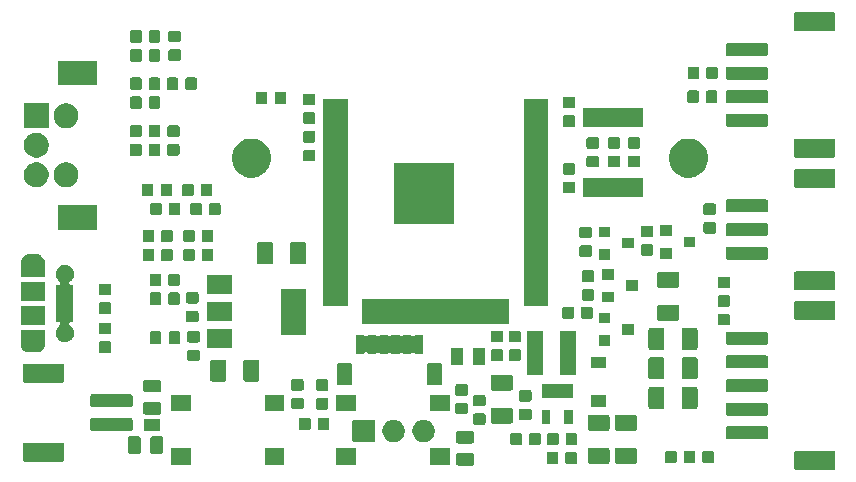
<source format=gts>
G04 #@! TF.GenerationSoftware,KiCad,Pcbnew,(5.1.5)-3*
G04 #@! TF.CreationDate,2020-08-05T22:49:10+02:00*
G04 #@! TF.ProjectId,Controller,436f6e74-726f-46c6-9c65-722e6b696361,rev?*
G04 #@! TF.SameCoordinates,Original*
G04 #@! TF.FileFunction,Soldermask,Top*
G04 #@! TF.FilePolarity,Negative*
%FSLAX46Y46*%
G04 Gerber Fmt 4.6, Leading zero omitted, Abs format (unit mm)*
G04 Created by KiCad (PCBNEW (5.1.5)-3) date 2020-08-05 22:49:10*
%MOMM*%
%LPD*%
G04 APERTURE LIST*
%ADD10C,0.100000*%
G04 APERTURE END LIST*
D10*
G36*
X159329828Y-127802718D02*
G01*
X159357872Y-127811226D01*
X159383718Y-127825041D01*
X159406370Y-127843630D01*
X159424959Y-127866282D01*
X159438774Y-127892128D01*
X159447282Y-127920172D01*
X159451000Y-127957927D01*
X159451000Y-129242073D01*
X159447282Y-129279828D01*
X159438774Y-129307872D01*
X159424959Y-129333718D01*
X159406370Y-129356370D01*
X159383718Y-129374959D01*
X159357872Y-129388774D01*
X159329828Y-129397282D01*
X159292073Y-129401000D01*
X156107927Y-129401000D01*
X156070172Y-129397282D01*
X156042128Y-129388774D01*
X156016282Y-129374959D01*
X155993630Y-129356370D01*
X155975041Y-129333718D01*
X155961226Y-129307872D01*
X155952718Y-129279828D01*
X155949000Y-129242073D01*
X155949000Y-127957927D01*
X155952718Y-127920172D01*
X155961226Y-127892128D01*
X155975041Y-127866282D01*
X155993630Y-127843630D01*
X156016282Y-127825041D01*
X156042128Y-127811226D01*
X156070172Y-127802718D01*
X156107927Y-127799000D01*
X159292073Y-127799000D01*
X159329828Y-127802718D01*
G37*
G36*
X128704539Y-127965822D02*
G01*
X128738481Y-127976118D01*
X128769754Y-127992834D01*
X128797168Y-128015332D01*
X128819666Y-128042746D01*
X128836382Y-128074019D01*
X128846678Y-128107961D01*
X128851000Y-128151844D01*
X128851000Y-128848156D01*
X128846678Y-128892039D01*
X128836382Y-128925981D01*
X128819666Y-128957254D01*
X128797168Y-128984668D01*
X128769754Y-129007166D01*
X128738481Y-129023882D01*
X128704539Y-129034178D01*
X128660656Y-129038500D01*
X127539344Y-129038500D01*
X127495461Y-129034178D01*
X127461519Y-129023882D01*
X127430246Y-129007166D01*
X127402832Y-128984668D01*
X127380334Y-128957254D01*
X127363618Y-128925981D01*
X127353322Y-128892039D01*
X127349000Y-128848156D01*
X127349000Y-128151844D01*
X127353322Y-128107961D01*
X127363618Y-128074019D01*
X127380334Y-128042746D01*
X127402832Y-128015332D01*
X127430246Y-127992834D01*
X127461519Y-127976118D01*
X127495461Y-127965822D01*
X127539344Y-127961500D01*
X128660656Y-127961500D01*
X128704539Y-127965822D01*
G37*
G36*
X104851000Y-128951000D02*
G01*
X103199000Y-128951000D01*
X103199000Y-127549000D01*
X104851000Y-127549000D01*
X104851000Y-128951000D01*
G37*
G36*
X112801000Y-128951000D02*
G01*
X111149000Y-128951000D01*
X111149000Y-127549000D01*
X112801000Y-127549000D01*
X112801000Y-128951000D01*
G37*
G36*
X126801000Y-128951000D02*
G01*
X125149000Y-128951000D01*
X125149000Y-127549000D01*
X126801000Y-127549000D01*
X126801000Y-128951000D01*
G37*
G36*
X118851000Y-128951000D02*
G01*
X117199000Y-128951000D01*
X117199000Y-127549000D01*
X118851000Y-127549000D01*
X118851000Y-128951000D01*
G37*
G36*
X137437164Y-127877841D02*
G01*
X137466412Y-127886714D01*
X137493365Y-127901121D01*
X137516990Y-127920510D01*
X137536379Y-127944135D01*
X137550786Y-127971088D01*
X137559659Y-128000336D01*
X137563500Y-128039342D01*
X137563500Y-128760658D01*
X137559659Y-128799664D01*
X137550786Y-128828912D01*
X137536379Y-128855865D01*
X137516990Y-128879490D01*
X137493365Y-128898879D01*
X137466412Y-128913286D01*
X137437164Y-128922159D01*
X137398158Y-128926000D01*
X136751842Y-128926000D01*
X136712836Y-128922159D01*
X136683588Y-128913286D01*
X136656635Y-128898879D01*
X136633010Y-128879490D01*
X136613621Y-128855865D01*
X136599214Y-128828912D01*
X136590341Y-128799664D01*
X136586500Y-128760658D01*
X136586500Y-128039342D01*
X136590341Y-128000336D01*
X136599214Y-127971088D01*
X136613621Y-127944135D01*
X136633010Y-127920510D01*
X136656635Y-127901121D01*
X136683588Y-127886714D01*
X136712836Y-127877841D01*
X136751842Y-127874000D01*
X137398158Y-127874000D01*
X137437164Y-127877841D01*
G37*
G36*
X135862164Y-127877841D02*
G01*
X135891412Y-127886714D01*
X135918365Y-127901121D01*
X135941990Y-127920510D01*
X135961379Y-127944135D01*
X135975786Y-127971088D01*
X135984659Y-128000336D01*
X135988500Y-128039342D01*
X135988500Y-128760658D01*
X135984659Y-128799664D01*
X135975786Y-128828912D01*
X135961379Y-128855865D01*
X135941990Y-128879490D01*
X135918365Y-128898879D01*
X135891412Y-128913286D01*
X135862164Y-128922159D01*
X135823158Y-128926000D01*
X135176842Y-128926000D01*
X135137836Y-128922159D01*
X135108588Y-128913286D01*
X135081635Y-128898879D01*
X135058010Y-128879490D01*
X135038621Y-128855865D01*
X135024214Y-128828912D01*
X135015341Y-128799664D01*
X135011500Y-128760658D01*
X135011500Y-128039342D01*
X135015341Y-128000336D01*
X135024214Y-127971088D01*
X135038621Y-127944135D01*
X135058010Y-127920510D01*
X135081635Y-127901121D01*
X135108588Y-127886714D01*
X135137836Y-127877841D01*
X135176842Y-127874000D01*
X135823158Y-127874000D01*
X135862164Y-127877841D01*
G37*
G36*
X142492703Y-127528009D02*
G01*
X142523571Y-127537372D01*
X142552022Y-127552580D01*
X142576957Y-127573043D01*
X142597420Y-127597978D01*
X142612628Y-127626429D01*
X142621991Y-127657297D01*
X142626000Y-127697995D01*
X142626000Y-128702005D01*
X142621991Y-128742703D01*
X142612628Y-128773571D01*
X142597420Y-128802022D01*
X142576957Y-128826957D01*
X142552022Y-128847420D01*
X142523571Y-128862628D01*
X142492703Y-128871991D01*
X142452005Y-128876000D01*
X140947995Y-128876000D01*
X140907297Y-128871991D01*
X140876429Y-128862628D01*
X140847978Y-128847420D01*
X140823043Y-128826957D01*
X140802580Y-128802022D01*
X140787372Y-128773571D01*
X140778009Y-128742703D01*
X140774000Y-128702005D01*
X140774000Y-127697995D01*
X140778009Y-127657297D01*
X140787372Y-127626429D01*
X140802580Y-127597978D01*
X140823043Y-127573043D01*
X140847978Y-127552580D01*
X140876429Y-127537372D01*
X140907297Y-127528009D01*
X140947995Y-127524000D01*
X142452005Y-127524000D01*
X142492703Y-127528009D01*
G37*
G36*
X140192703Y-127528009D02*
G01*
X140223571Y-127537372D01*
X140252022Y-127552580D01*
X140276957Y-127573043D01*
X140297420Y-127597978D01*
X140312628Y-127626429D01*
X140321991Y-127657297D01*
X140326000Y-127697995D01*
X140326000Y-128702005D01*
X140321991Y-128742703D01*
X140312628Y-128773571D01*
X140297420Y-128802022D01*
X140276957Y-128826957D01*
X140252022Y-128847420D01*
X140223571Y-128862628D01*
X140192703Y-128871991D01*
X140152005Y-128876000D01*
X138647995Y-128876000D01*
X138607297Y-128871991D01*
X138576429Y-128862628D01*
X138547978Y-128847420D01*
X138523043Y-128826957D01*
X138502580Y-128802022D01*
X138487372Y-128773571D01*
X138478009Y-128742703D01*
X138474000Y-128702005D01*
X138474000Y-127697995D01*
X138478009Y-127657297D01*
X138487372Y-127626429D01*
X138502580Y-127597978D01*
X138523043Y-127573043D01*
X138547978Y-127552580D01*
X138576429Y-127537372D01*
X138607297Y-127528009D01*
X138647995Y-127524000D01*
X140152005Y-127524000D01*
X140192703Y-127528009D01*
G37*
G36*
X149037164Y-127777841D02*
G01*
X149066412Y-127786714D01*
X149093365Y-127801121D01*
X149116990Y-127820510D01*
X149136379Y-127844135D01*
X149150786Y-127871088D01*
X149159659Y-127900336D01*
X149163500Y-127939342D01*
X149163500Y-128660658D01*
X149159659Y-128699664D01*
X149150786Y-128728912D01*
X149136379Y-128755865D01*
X149116990Y-128779490D01*
X149093365Y-128798879D01*
X149066412Y-128813286D01*
X149037164Y-128822159D01*
X148998158Y-128826000D01*
X148351842Y-128826000D01*
X148312836Y-128822159D01*
X148283588Y-128813286D01*
X148256635Y-128798879D01*
X148233010Y-128779490D01*
X148213621Y-128755865D01*
X148199214Y-128728912D01*
X148190341Y-128699664D01*
X148186500Y-128660658D01*
X148186500Y-127939342D01*
X148190341Y-127900336D01*
X148199214Y-127871088D01*
X148213621Y-127844135D01*
X148233010Y-127820510D01*
X148256635Y-127801121D01*
X148283588Y-127786714D01*
X148312836Y-127777841D01*
X148351842Y-127774000D01*
X148998158Y-127774000D01*
X149037164Y-127777841D01*
G37*
G36*
X147462164Y-127777841D02*
G01*
X147491412Y-127786714D01*
X147518365Y-127801121D01*
X147541990Y-127820510D01*
X147561379Y-127844135D01*
X147575786Y-127871088D01*
X147584659Y-127900336D01*
X147588500Y-127939342D01*
X147588500Y-128660658D01*
X147584659Y-128699664D01*
X147575786Y-128728912D01*
X147561379Y-128755865D01*
X147541990Y-128779490D01*
X147518365Y-128798879D01*
X147491412Y-128813286D01*
X147462164Y-128822159D01*
X147423158Y-128826000D01*
X146776842Y-128826000D01*
X146737836Y-128822159D01*
X146708588Y-128813286D01*
X146681635Y-128798879D01*
X146658010Y-128779490D01*
X146638621Y-128755865D01*
X146624214Y-128728912D01*
X146615341Y-128699664D01*
X146611500Y-128660658D01*
X146611500Y-127939342D01*
X146615341Y-127900336D01*
X146624214Y-127871088D01*
X146638621Y-127844135D01*
X146658010Y-127820510D01*
X146681635Y-127801121D01*
X146708588Y-127786714D01*
X146737836Y-127777841D01*
X146776842Y-127774000D01*
X147423158Y-127774000D01*
X147462164Y-127777841D01*
G37*
G36*
X145887164Y-127777841D02*
G01*
X145916412Y-127786714D01*
X145943365Y-127801121D01*
X145966990Y-127820510D01*
X145986379Y-127844135D01*
X146000786Y-127871088D01*
X146009659Y-127900336D01*
X146013500Y-127939342D01*
X146013500Y-128660658D01*
X146009659Y-128699664D01*
X146000786Y-128728912D01*
X145986379Y-128755865D01*
X145966990Y-128779490D01*
X145943365Y-128798879D01*
X145916412Y-128813286D01*
X145887164Y-128822159D01*
X145848158Y-128826000D01*
X145201842Y-128826000D01*
X145162836Y-128822159D01*
X145133588Y-128813286D01*
X145106635Y-128798879D01*
X145083010Y-128779490D01*
X145063621Y-128755865D01*
X145049214Y-128728912D01*
X145040341Y-128699664D01*
X145036500Y-128660658D01*
X145036500Y-127939342D01*
X145040341Y-127900336D01*
X145049214Y-127871088D01*
X145063621Y-127844135D01*
X145083010Y-127820510D01*
X145106635Y-127801121D01*
X145133588Y-127786714D01*
X145162836Y-127777841D01*
X145201842Y-127774000D01*
X145848158Y-127774000D01*
X145887164Y-127777841D01*
G37*
G36*
X94029828Y-127102718D02*
G01*
X94057872Y-127111226D01*
X94083718Y-127125041D01*
X94106370Y-127143630D01*
X94124959Y-127166282D01*
X94138774Y-127192128D01*
X94147282Y-127220172D01*
X94151000Y-127257927D01*
X94151000Y-128542073D01*
X94147282Y-128579828D01*
X94138774Y-128607872D01*
X94124959Y-128633718D01*
X94106370Y-128656370D01*
X94083718Y-128674959D01*
X94057872Y-128688774D01*
X94029828Y-128697282D01*
X93992073Y-128701000D01*
X90807927Y-128701000D01*
X90770172Y-128697282D01*
X90742128Y-128688774D01*
X90716282Y-128674959D01*
X90693630Y-128656370D01*
X90675041Y-128633718D01*
X90661226Y-128607872D01*
X90652718Y-128579828D01*
X90649000Y-128542073D01*
X90649000Y-127257927D01*
X90652718Y-127220172D01*
X90661226Y-127192128D01*
X90675041Y-127166282D01*
X90693630Y-127143630D01*
X90716282Y-127125041D01*
X90742128Y-127111226D01*
X90770172Y-127102718D01*
X90807927Y-127099000D01*
X93992073Y-127099000D01*
X94029828Y-127102718D01*
G37*
G36*
X102367039Y-126553322D02*
G01*
X102400981Y-126563618D01*
X102432254Y-126580334D01*
X102459668Y-126602832D01*
X102482166Y-126630246D01*
X102498882Y-126661519D01*
X102509178Y-126695461D01*
X102513500Y-126739344D01*
X102513500Y-127860656D01*
X102509178Y-127904539D01*
X102498882Y-127938481D01*
X102482166Y-127969754D01*
X102459668Y-127997168D01*
X102432254Y-128019666D01*
X102400981Y-128036382D01*
X102367039Y-128046678D01*
X102323156Y-128051000D01*
X101626844Y-128051000D01*
X101582961Y-128046678D01*
X101549019Y-128036382D01*
X101517746Y-128019666D01*
X101490332Y-127997168D01*
X101467834Y-127969754D01*
X101451118Y-127938481D01*
X101440822Y-127904539D01*
X101436500Y-127860656D01*
X101436500Y-126739344D01*
X101440822Y-126695461D01*
X101451118Y-126661519D01*
X101467834Y-126630246D01*
X101490332Y-126602832D01*
X101517746Y-126580334D01*
X101549019Y-126563618D01*
X101582961Y-126553322D01*
X101626844Y-126549000D01*
X102323156Y-126549000D01*
X102367039Y-126553322D01*
G37*
G36*
X100492039Y-126553322D02*
G01*
X100525981Y-126563618D01*
X100557254Y-126580334D01*
X100584668Y-126602832D01*
X100607166Y-126630246D01*
X100623882Y-126661519D01*
X100634178Y-126695461D01*
X100638500Y-126739344D01*
X100638500Y-127860656D01*
X100634178Y-127904539D01*
X100623882Y-127938481D01*
X100607166Y-127969754D01*
X100584668Y-127997168D01*
X100557254Y-128019666D01*
X100525981Y-128036382D01*
X100492039Y-128046678D01*
X100448156Y-128051000D01*
X99751844Y-128051000D01*
X99707961Y-128046678D01*
X99674019Y-128036382D01*
X99642746Y-128019666D01*
X99615332Y-127997168D01*
X99592834Y-127969754D01*
X99576118Y-127938481D01*
X99565822Y-127904539D01*
X99561500Y-127860656D01*
X99561500Y-126739344D01*
X99565822Y-126695461D01*
X99576118Y-126661519D01*
X99592834Y-126630246D01*
X99615332Y-126602832D01*
X99642746Y-126580334D01*
X99674019Y-126563618D01*
X99707961Y-126553322D01*
X99751844Y-126549000D01*
X100448156Y-126549000D01*
X100492039Y-126553322D01*
G37*
G36*
X137462164Y-126277841D02*
G01*
X137491412Y-126286714D01*
X137518365Y-126301121D01*
X137541990Y-126320510D01*
X137561379Y-126344135D01*
X137575786Y-126371088D01*
X137584659Y-126400336D01*
X137588500Y-126439342D01*
X137588500Y-127160658D01*
X137584659Y-127199664D01*
X137575786Y-127228912D01*
X137561379Y-127255865D01*
X137541990Y-127279490D01*
X137518365Y-127298879D01*
X137491412Y-127313286D01*
X137462164Y-127322159D01*
X137423158Y-127326000D01*
X136776842Y-127326000D01*
X136737836Y-127322159D01*
X136708588Y-127313286D01*
X136681635Y-127298879D01*
X136658010Y-127279490D01*
X136638621Y-127255865D01*
X136624214Y-127228912D01*
X136615341Y-127199664D01*
X136611500Y-127160658D01*
X136611500Y-126439342D01*
X136615341Y-126400336D01*
X136624214Y-126371088D01*
X136638621Y-126344135D01*
X136658010Y-126320510D01*
X136681635Y-126301121D01*
X136708588Y-126286714D01*
X136737836Y-126277841D01*
X136776842Y-126274000D01*
X137423158Y-126274000D01*
X137462164Y-126277841D01*
G37*
G36*
X134362164Y-126277841D02*
G01*
X134391412Y-126286714D01*
X134418365Y-126301121D01*
X134441990Y-126320510D01*
X134461379Y-126344135D01*
X134475786Y-126371088D01*
X134484659Y-126400336D01*
X134488500Y-126439342D01*
X134488500Y-127160658D01*
X134484659Y-127199664D01*
X134475786Y-127228912D01*
X134461379Y-127255865D01*
X134441990Y-127279490D01*
X134418365Y-127298879D01*
X134391412Y-127313286D01*
X134362164Y-127322159D01*
X134323158Y-127326000D01*
X133676842Y-127326000D01*
X133637836Y-127322159D01*
X133608588Y-127313286D01*
X133581635Y-127298879D01*
X133558010Y-127279490D01*
X133538621Y-127255865D01*
X133524214Y-127228912D01*
X133515341Y-127199664D01*
X133511500Y-127160658D01*
X133511500Y-126439342D01*
X133515341Y-126400336D01*
X133524214Y-126371088D01*
X133538621Y-126344135D01*
X133558010Y-126320510D01*
X133581635Y-126301121D01*
X133608588Y-126286714D01*
X133637836Y-126277841D01*
X133676842Y-126274000D01*
X134323158Y-126274000D01*
X134362164Y-126277841D01*
G37*
G36*
X135887164Y-126277841D02*
G01*
X135916412Y-126286714D01*
X135943365Y-126301121D01*
X135966990Y-126320510D01*
X135986379Y-126344135D01*
X136000786Y-126371088D01*
X136009659Y-126400336D01*
X136013500Y-126439342D01*
X136013500Y-127160658D01*
X136009659Y-127199664D01*
X136000786Y-127228912D01*
X135986379Y-127255865D01*
X135966990Y-127279490D01*
X135943365Y-127298879D01*
X135916412Y-127313286D01*
X135887164Y-127322159D01*
X135848158Y-127326000D01*
X135201842Y-127326000D01*
X135162836Y-127322159D01*
X135133588Y-127313286D01*
X135106635Y-127298879D01*
X135083010Y-127279490D01*
X135063621Y-127255865D01*
X135049214Y-127228912D01*
X135040341Y-127199664D01*
X135036500Y-127160658D01*
X135036500Y-126439342D01*
X135040341Y-126400336D01*
X135049214Y-126371088D01*
X135063621Y-126344135D01*
X135083010Y-126320510D01*
X135106635Y-126301121D01*
X135133588Y-126286714D01*
X135162836Y-126277841D01*
X135201842Y-126274000D01*
X135848158Y-126274000D01*
X135887164Y-126277841D01*
G37*
G36*
X132787164Y-126277841D02*
G01*
X132816412Y-126286714D01*
X132843365Y-126301121D01*
X132866990Y-126320510D01*
X132886379Y-126344135D01*
X132900786Y-126371088D01*
X132909659Y-126400336D01*
X132913500Y-126439342D01*
X132913500Y-127160658D01*
X132909659Y-127199664D01*
X132900786Y-127228912D01*
X132886379Y-127255865D01*
X132866990Y-127279490D01*
X132843365Y-127298879D01*
X132816412Y-127313286D01*
X132787164Y-127322159D01*
X132748158Y-127326000D01*
X132101842Y-127326000D01*
X132062836Y-127322159D01*
X132033588Y-127313286D01*
X132006635Y-127298879D01*
X131983010Y-127279490D01*
X131963621Y-127255865D01*
X131949214Y-127228912D01*
X131940341Y-127199664D01*
X131936500Y-127160658D01*
X131936500Y-126439342D01*
X131940341Y-126400336D01*
X131949214Y-126371088D01*
X131963621Y-126344135D01*
X131983010Y-126320510D01*
X132006635Y-126301121D01*
X132033588Y-126286714D01*
X132062836Y-126277841D01*
X132101842Y-126274000D01*
X132748158Y-126274000D01*
X132787164Y-126277841D01*
G37*
G36*
X128704539Y-126090822D02*
G01*
X128738481Y-126101118D01*
X128769754Y-126117834D01*
X128797168Y-126140332D01*
X128819666Y-126167746D01*
X128836382Y-126199019D01*
X128846678Y-126232961D01*
X128851000Y-126276844D01*
X128851000Y-126973156D01*
X128846678Y-127017039D01*
X128836382Y-127050981D01*
X128819666Y-127082254D01*
X128797168Y-127109668D01*
X128769754Y-127132166D01*
X128738481Y-127148882D01*
X128704539Y-127159178D01*
X128660656Y-127163500D01*
X127539344Y-127163500D01*
X127495461Y-127159178D01*
X127461519Y-127148882D01*
X127430246Y-127132166D01*
X127402832Y-127109668D01*
X127380334Y-127082254D01*
X127363618Y-127050981D01*
X127353322Y-127017039D01*
X127349000Y-126973156D01*
X127349000Y-126276844D01*
X127353322Y-126232961D01*
X127363618Y-126199019D01*
X127380334Y-126167746D01*
X127402832Y-126140332D01*
X127430246Y-126117834D01*
X127461519Y-126101118D01*
X127495461Y-126090822D01*
X127539344Y-126086500D01*
X128660656Y-126086500D01*
X128704539Y-126090822D01*
G37*
G36*
X122317395Y-125185546D02*
G01*
X122402391Y-125220753D01*
X122490467Y-125257235D01*
X122646227Y-125361310D01*
X122778690Y-125493773D01*
X122882765Y-125649533D01*
X122909506Y-125714092D01*
X122954454Y-125822605D01*
X122991000Y-126006333D01*
X122991000Y-126193667D01*
X122954454Y-126377395D01*
X122944951Y-126400336D01*
X122882765Y-126550467D01*
X122778690Y-126706227D01*
X122646227Y-126838690D01*
X122490467Y-126942765D01*
X122432308Y-126966855D01*
X122317395Y-127014454D01*
X122133667Y-127051000D01*
X121946333Y-127051000D01*
X121762605Y-127014454D01*
X121647692Y-126966855D01*
X121589533Y-126942765D01*
X121433773Y-126838690D01*
X121301310Y-126706227D01*
X121197235Y-126550467D01*
X121135049Y-126400336D01*
X121125546Y-126377395D01*
X121089000Y-126193667D01*
X121089000Y-126006333D01*
X121125546Y-125822605D01*
X121170494Y-125714092D01*
X121197235Y-125649533D01*
X121301310Y-125493773D01*
X121433773Y-125361310D01*
X121589533Y-125257235D01*
X121677609Y-125220753D01*
X121762605Y-125185546D01*
X121946333Y-125149000D01*
X122133667Y-125149000D01*
X122317395Y-125185546D01*
G37*
G36*
X120341548Y-125152439D02*
G01*
X120366855Y-125160116D01*
X120390188Y-125172587D01*
X120410633Y-125189367D01*
X120427413Y-125209812D01*
X120439884Y-125233145D01*
X120447561Y-125258452D01*
X120451000Y-125293368D01*
X120451000Y-126906632D01*
X120447561Y-126941548D01*
X120439884Y-126966855D01*
X120427413Y-126990188D01*
X120410633Y-127010633D01*
X120390188Y-127027413D01*
X120366855Y-127039884D01*
X120341548Y-127047561D01*
X120306632Y-127051000D01*
X118693368Y-127051000D01*
X118658452Y-127047561D01*
X118633145Y-127039884D01*
X118609812Y-127027413D01*
X118589367Y-127010633D01*
X118572587Y-126990188D01*
X118560116Y-126966855D01*
X118552439Y-126941548D01*
X118549000Y-126906632D01*
X118549000Y-125293368D01*
X118552439Y-125258452D01*
X118560116Y-125233145D01*
X118572587Y-125209812D01*
X118589367Y-125189367D01*
X118609812Y-125172587D01*
X118633145Y-125160116D01*
X118658452Y-125152439D01*
X118693368Y-125149000D01*
X120306632Y-125149000D01*
X120341548Y-125152439D01*
G37*
G36*
X124857395Y-125185546D02*
G01*
X124942391Y-125220753D01*
X125030467Y-125257235D01*
X125186227Y-125361310D01*
X125318690Y-125493773D01*
X125422765Y-125649533D01*
X125449506Y-125714092D01*
X125494454Y-125822605D01*
X125531000Y-126006333D01*
X125531000Y-126193667D01*
X125494454Y-126377395D01*
X125484951Y-126400336D01*
X125422765Y-126550467D01*
X125318690Y-126706227D01*
X125186227Y-126838690D01*
X125030467Y-126942765D01*
X124972308Y-126966855D01*
X124857395Y-127014454D01*
X124673667Y-127051000D01*
X124486333Y-127051000D01*
X124302605Y-127014454D01*
X124187692Y-126966855D01*
X124129533Y-126942765D01*
X123973773Y-126838690D01*
X123841310Y-126706227D01*
X123737235Y-126550467D01*
X123675049Y-126400336D01*
X123665546Y-126377395D01*
X123629000Y-126193667D01*
X123629000Y-126006333D01*
X123665546Y-125822605D01*
X123710494Y-125714092D01*
X123737235Y-125649533D01*
X123841310Y-125493773D01*
X123973773Y-125361310D01*
X124129533Y-125257235D01*
X124217609Y-125220753D01*
X124302605Y-125185546D01*
X124486333Y-125149000D01*
X124673667Y-125149000D01*
X124857395Y-125185546D01*
G37*
G36*
X153599512Y-125703443D02*
G01*
X153634618Y-125714092D01*
X153666978Y-125731388D01*
X153695337Y-125754663D01*
X153718612Y-125783022D01*
X153735908Y-125815382D01*
X153746557Y-125850488D01*
X153751000Y-125895594D01*
X153751000Y-126604406D01*
X153746557Y-126649512D01*
X153735908Y-126684618D01*
X153718612Y-126716978D01*
X153695337Y-126745337D01*
X153666978Y-126768612D01*
X153634618Y-126785908D01*
X153599512Y-126796557D01*
X153554406Y-126801000D01*
X150345594Y-126801000D01*
X150300488Y-126796557D01*
X150265382Y-126785908D01*
X150233022Y-126768612D01*
X150204663Y-126745337D01*
X150181388Y-126716978D01*
X150164092Y-126684618D01*
X150153443Y-126649512D01*
X150149000Y-126604406D01*
X150149000Y-125895594D01*
X150153443Y-125850488D01*
X150164092Y-125815382D01*
X150181388Y-125783022D01*
X150204663Y-125754663D01*
X150233022Y-125731388D01*
X150265382Y-125714092D01*
X150300488Y-125703443D01*
X150345594Y-125699000D01*
X153554406Y-125699000D01*
X153599512Y-125703443D01*
G37*
G36*
X102251000Y-126101000D02*
G01*
X100949000Y-126101000D01*
X100949000Y-125099000D01*
X102251000Y-125099000D01*
X102251000Y-126101000D01*
G37*
G36*
X99799512Y-125003443D02*
G01*
X99834618Y-125014092D01*
X99866978Y-125031388D01*
X99895337Y-125054663D01*
X99918612Y-125083022D01*
X99935908Y-125115382D01*
X99946557Y-125150488D01*
X99951000Y-125195594D01*
X99951000Y-125904406D01*
X99946557Y-125949512D01*
X99935908Y-125984618D01*
X99918612Y-126016978D01*
X99895337Y-126045337D01*
X99866978Y-126068612D01*
X99834618Y-126085908D01*
X99799512Y-126096557D01*
X99754406Y-126101000D01*
X96545594Y-126101000D01*
X96500488Y-126096557D01*
X96465382Y-126085908D01*
X96433022Y-126068612D01*
X96404663Y-126045337D01*
X96381388Y-126016978D01*
X96364092Y-125984618D01*
X96353443Y-125949512D01*
X96349000Y-125904406D01*
X96349000Y-125195594D01*
X96353443Y-125150488D01*
X96364092Y-125115382D01*
X96381388Y-125083022D01*
X96404663Y-125054663D01*
X96433022Y-125031388D01*
X96465382Y-125014092D01*
X96500488Y-125003443D01*
X96545594Y-124999000D01*
X99754406Y-124999000D01*
X99799512Y-125003443D01*
G37*
G36*
X142492703Y-124728009D02*
G01*
X142523571Y-124737372D01*
X142552022Y-124752580D01*
X142576957Y-124773043D01*
X142597420Y-124797978D01*
X142612628Y-124826429D01*
X142621991Y-124857297D01*
X142626000Y-124897995D01*
X142626000Y-125902005D01*
X142621991Y-125942703D01*
X142612628Y-125973571D01*
X142597420Y-126002022D01*
X142576957Y-126026957D01*
X142552022Y-126047420D01*
X142523571Y-126062628D01*
X142492703Y-126071991D01*
X142452005Y-126076000D01*
X140947995Y-126076000D01*
X140907297Y-126071991D01*
X140876429Y-126062628D01*
X140847978Y-126047420D01*
X140823043Y-126026957D01*
X140802580Y-126002022D01*
X140787372Y-125973571D01*
X140778009Y-125942703D01*
X140774000Y-125902005D01*
X140774000Y-124897995D01*
X140778009Y-124857297D01*
X140787372Y-124826429D01*
X140802580Y-124797978D01*
X140823043Y-124773043D01*
X140847978Y-124752580D01*
X140876429Y-124737372D01*
X140907297Y-124728009D01*
X140947995Y-124724000D01*
X142452005Y-124724000D01*
X142492703Y-124728009D01*
G37*
G36*
X140192703Y-124728009D02*
G01*
X140223571Y-124737372D01*
X140252022Y-124752580D01*
X140276957Y-124773043D01*
X140297420Y-124797978D01*
X140312628Y-124826429D01*
X140321991Y-124857297D01*
X140326000Y-124897995D01*
X140326000Y-125902005D01*
X140321991Y-125942703D01*
X140312628Y-125973571D01*
X140297420Y-126002022D01*
X140276957Y-126026957D01*
X140252022Y-126047420D01*
X140223571Y-126062628D01*
X140192703Y-126071991D01*
X140152005Y-126076000D01*
X138647995Y-126076000D01*
X138607297Y-126071991D01*
X138576429Y-126062628D01*
X138547978Y-126047420D01*
X138523043Y-126026957D01*
X138502580Y-126002022D01*
X138487372Y-125973571D01*
X138478009Y-125942703D01*
X138474000Y-125902005D01*
X138474000Y-124897995D01*
X138478009Y-124857297D01*
X138487372Y-124826429D01*
X138502580Y-124797978D01*
X138523043Y-124773043D01*
X138547978Y-124752580D01*
X138576429Y-124737372D01*
X138607297Y-124728009D01*
X138647995Y-124724000D01*
X140152005Y-124724000D01*
X140192703Y-124728009D01*
G37*
G36*
X114887164Y-124977841D02*
G01*
X114916412Y-124986714D01*
X114943365Y-125001121D01*
X114966990Y-125020510D01*
X114986379Y-125044135D01*
X115000786Y-125071088D01*
X115009659Y-125100336D01*
X115013500Y-125139342D01*
X115013500Y-125860658D01*
X115009659Y-125899664D01*
X115000786Y-125928912D01*
X114986379Y-125955865D01*
X114966990Y-125979490D01*
X114943365Y-125998879D01*
X114916412Y-126013286D01*
X114887164Y-126022159D01*
X114848158Y-126026000D01*
X114201842Y-126026000D01*
X114162836Y-126022159D01*
X114133588Y-126013286D01*
X114106635Y-125998879D01*
X114083010Y-125979490D01*
X114063621Y-125955865D01*
X114049214Y-125928912D01*
X114040341Y-125899664D01*
X114036500Y-125860658D01*
X114036500Y-125139342D01*
X114040341Y-125100336D01*
X114049214Y-125071088D01*
X114063621Y-125044135D01*
X114083010Y-125020510D01*
X114106635Y-125001121D01*
X114133588Y-124986714D01*
X114162836Y-124977841D01*
X114201842Y-124974000D01*
X114848158Y-124974000D01*
X114887164Y-124977841D01*
G37*
G36*
X116462164Y-124977841D02*
G01*
X116491412Y-124986714D01*
X116518365Y-125001121D01*
X116541990Y-125020510D01*
X116561379Y-125044135D01*
X116575786Y-125071088D01*
X116584659Y-125100336D01*
X116588500Y-125139342D01*
X116588500Y-125860658D01*
X116584659Y-125899664D01*
X116575786Y-125928912D01*
X116561379Y-125955865D01*
X116541990Y-125979490D01*
X116518365Y-125998879D01*
X116491412Y-126013286D01*
X116462164Y-126022159D01*
X116423158Y-126026000D01*
X115776842Y-126026000D01*
X115737836Y-126022159D01*
X115708588Y-126013286D01*
X115681635Y-125998879D01*
X115658010Y-125979490D01*
X115638621Y-125955865D01*
X115624214Y-125928912D01*
X115615341Y-125899664D01*
X115611500Y-125860658D01*
X115611500Y-125139342D01*
X115615341Y-125100336D01*
X115624214Y-125071088D01*
X115638621Y-125044135D01*
X115658010Y-125020510D01*
X115681635Y-125001121D01*
X115708588Y-124986714D01*
X115737836Y-124977841D01*
X115776842Y-124974000D01*
X116423158Y-124974000D01*
X116462164Y-124977841D01*
G37*
G36*
X129699664Y-124615341D02*
G01*
X129728912Y-124624214D01*
X129755865Y-124638621D01*
X129779490Y-124658010D01*
X129798879Y-124681635D01*
X129813286Y-124708588D01*
X129822159Y-124737836D01*
X129826000Y-124776842D01*
X129826000Y-125423158D01*
X129822159Y-125462164D01*
X129813286Y-125491412D01*
X129798879Y-125518365D01*
X129779490Y-125541990D01*
X129755865Y-125561379D01*
X129728912Y-125575786D01*
X129699664Y-125584659D01*
X129660658Y-125588500D01*
X128939342Y-125588500D01*
X128900336Y-125584659D01*
X128871088Y-125575786D01*
X128844135Y-125561379D01*
X128820510Y-125541990D01*
X128801121Y-125518365D01*
X128786714Y-125491412D01*
X128777841Y-125462164D01*
X128774000Y-125423158D01*
X128774000Y-124776842D01*
X128777841Y-124737836D01*
X128786714Y-124708588D01*
X128801121Y-124681635D01*
X128820510Y-124658010D01*
X128844135Y-124638621D01*
X128871088Y-124624214D01*
X128900336Y-124615341D01*
X128939342Y-124611500D01*
X129660658Y-124611500D01*
X129699664Y-124615341D01*
G37*
G36*
X137226000Y-125481000D02*
G01*
X136474000Y-125481000D01*
X136474000Y-124319000D01*
X137226000Y-124319000D01*
X137226000Y-125481000D01*
G37*
G36*
X135326000Y-125481000D02*
G01*
X134574000Y-125481000D01*
X134574000Y-124319000D01*
X135326000Y-124319000D01*
X135326000Y-125481000D01*
G37*
G36*
X131992703Y-124128009D02*
G01*
X132023571Y-124137372D01*
X132052022Y-124152580D01*
X132076957Y-124173043D01*
X132097420Y-124197978D01*
X132112628Y-124226429D01*
X132121991Y-124257297D01*
X132126000Y-124297995D01*
X132126000Y-125302005D01*
X132121991Y-125342703D01*
X132112628Y-125373571D01*
X132097420Y-125402022D01*
X132076957Y-125426957D01*
X132052022Y-125447420D01*
X132023571Y-125462628D01*
X131992703Y-125471991D01*
X131952005Y-125476000D01*
X130447995Y-125476000D01*
X130407297Y-125471991D01*
X130376429Y-125462628D01*
X130347978Y-125447420D01*
X130323043Y-125426957D01*
X130302580Y-125402022D01*
X130287372Y-125373571D01*
X130278009Y-125342703D01*
X130274000Y-125302005D01*
X130274000Y-124297995D01*
X130278009Y-124257297D01*
X130287372Y-124226429D01*
X130302580Y-124197978D01*
X130323043Y-124173043D01*
X130347978Y-124152580D01*
X130376429Y-124137372D01*
X130407297Y-124128009D01*
X130447995Y-124124000D01*
X131952005Y-124124000D01*
X131992703Y-124128009D01*
G37*
G36*
X133599664Y-124215341D02*
G01*
X133628912Y-124224214D01*
X133655865Y-124238621D01*
X133679490Y-124258010D01*
X133698879Y-124281635D01*
X133713286Y-124308588D01*
X133722159Y-124337836D01*
X133726000Y-124376842D01*
X133726000Y-125023158D01*
X133722159Y-125062164D01*
X133713286Y-125091412D01*
X133698879Y-125118365D01*
X133679490Y-125141990D01*
X133655865Y-125161379D01*
X133628912Y-125175786D01*
X133599664Y-125184659D01*
X133560658Y-125188500D01*
X132839342Y-125188500D01*
X132800336Y-125184659D01*
X132771088Y-125175786D01*
X132744135Y-125161379D01*
X132720510Y-125141990D01*
X132701121Y-125118365D01*
X132686714Y-125091412D01*
X132677841Y-125062164D01*
X132674000Y-125023158D01*
X132674000Y-124376842D01*
X132677841Y-124337836D01*
X132686714Y-124308588D01*
X132701121Y-124281635D01*
X132720510Y-124258010D01*
X132744135Y-124238621D01*
X132771088Y-124224214D01*
X132800336Y-124215341D01*
X132839342Y-124211500D01*
X133560658Y-124211500D01*
X133599664Y-124215341D01*
G37*
G36*
X153599512Y-123703443D02*
G01*
X153634618Y-123714092D01*
X153666978Y-123731388D01*
X153695337Y-123754663D01*
X153718612Y-123783022D01*
X153735908Y-123815382D01*
X153746557Y-123850488D01*
X153751000Y-123895594D01*
X153751000Y-124604406D01*
X153746557Y-124649512D01*
X153735908Y-124684618D01*
X153718612Y-124716978D01*
X153695337Y-124745337D01*
X153666978Y-124768612D01*
X153634618Y-124785908D01*
X153599512Y-124796557D01*
X153554406Y-124801000D01*
X150345594Y-124801000D01*
X150300488Y-124796557D01*
X150265382Y-124785908D01*
X150233022Y-124768612D01*
X150204663Y-124745337D01*
X150181388Y-124716978D01*
X150164092Y-124684618D01*
X150153443Y-124649512D01*
X150149000Y-124604406D01*
X150149000Y-123895594D01*
X150153443Y-123850488D01*
X150164092Y-123815382D01*
X150181388Y-123783022D01*
X150204663Y-123754663D01*
X150233022Y-123731388D01*
X150265382Y-123714092D01*
X150300488Y-123703443D01*
X150345594Y-123699000D01*
X153554406Y-123699000D01*
X153599512Y-123703443D01*
G37*
G36*
X102204539Y-123640822D02*
G01*
X102238481Y-123651118D01*
X102269754Y-123667834D01*
X102297168Y-123690332D01*
X102319666Y-123717746D01*
X102336382Y-123749019D01*
X102346678Y-123782961D01*
X102351000Y-123826844D01*
X102351000Y-124523156D01*
X102346678Y-124567039D01*
X102336382Y-124600981D01*
X102319666Y-124632254D01*
X102297168Y-124659668D01*
X102269754Y-124682166D01*
X102238481Y-124698882D01*
X102204539Y-124709178D01*
X102160656Y-124713500D01*
X101039344Y-124713500D01*
X100995461Y-124709178D01*
X100961519Y-124698882D01*
X100930246Y-124682166D01*
X100902832Y-124659668D01*
X100880334Y-124632254D01*
X100863618Y-124600981D01*
X100853322Y-124567039D01*
X100849000Y-124523156D01*
X100849000Y-123826844D01*
X100853322Y-123782961D01*
X100863618Y-123749019D01*
X100880334Y-123717746D01*
X100902832Y-123690332D01*
X100930246Y-123667834D01*
X100961519Y-123651118D01*
X100995461Y-123640822D01*
X101039344Y-123636500D01*
X102160656Y-123636500D01*
X102204539Y-123640822D01*
G37*
G36*
X128199664Y-123715341D02*
G01*
X128228912Y-123724214D01*
X128255865Y-123738621D01*
X128279490Y-123758010D01*
X128298879Y-123781635D01*
X128313286Y-123808588D01*
X128322159Y-123837836D01*
X128326000Y-123876842D01*
X128326000Y-124523158D01*
X128322159Y-124562164D01*
X128313286Y-124591412D01*
X128298879Y-124618365D01*
X128279490Y-124641990D01*
X128255865Y-124661379D01*
X128228912Y-124675786D01*
X128199664Y-124684659D01*
X128160658Y-124688500D01*
X127439342Y-124688500D01*
X127400336Y-124684659D01*
X127371088Y-124675786D01*
X127344135Y-124661379D01*
X127320510Y-124641990D01*
X127301121Y-124618365D01*
X127286714Y-124591412D01*
X127277841Y-124562164D01*
X127274000Y-124523158D01*
X127274000Y-123876842D01*
X127277841Y-123837836D01*
X127286714Y-123808588D01*
X127301121Y-123781635D01*
X127320510Y-123758010D01*
X127344135Y-123738621D01*
X127371088Y-123724214D01*
X127400336Y-123715341D01*
X127439342Y-123711500D01*
X128160658Y-123711500D01*
X128199664Y-123715341D01*
G37*
G36*
X112801000Y-124451000D02*
G01*
X111149000Y-124451000D01*
X111149000Y-123049000D01*
X112801000Y-123049000D01*
X112801000Y-124451000D01*
G37*
G36*
X118851000Y-124451000D02*
G01*
X117199000Y-124451000D01*
X117199000Y-123049000D01*
X118851000Y-123049000D01*
X118851000Y-124451000D01*
G37*
G36*
X126801000Y-124451000D02*
G01*
X125149000Y-124451000D01*
X125149000Y-123049000D01*
X126801000Y-123049000D01*
X126801000Y-124451000D01*
G37*
G36*
X104851000Y-124451000D02*
G01*
X103199000Y-124451000D01*
X103199000Y-123049000D01*
X104851000Y-123049000D01*
X104851000Y-124451000D01*
G37*
G36*
X116399664Y-123315341D02*
G01*
X116428912Y-123324214D01*
X116455865Y-123338621D01*
X116479490Y-123358010D01*
X116498879Y-123381635D01*
X116513286Y-123408588D01*
X116522159Y-123437836D01*
X116526000Y-123476842D01*
X116526000Y-124123157D01*
X116522159Y-124162164D01*
X116513286Y-124191412D01*
X116498879Y-124218365D01*
X116479490Y-124241990D01*
X116455865Y-124261379D01*
X116428912Y-124275786D01*
X116399664Y-124284659D01*
X116360658Y-124288500D01*
X115639342Y-124288500D01*
X115600336Y-124284659D01*
X115571088Y-124275786D01*
X115544135Y-124261379D01*
X115520510Y-124241990D01*
X115501121Y-124218365D01*
X115486714Y-124191412D01*
X115477841Y-124162164D01*
X115474000Y-124123157D01*
X115474000Y-123476842D01*
X115477841Y-123437836D01*
X115486714Y-123408588D01*
X115501121Y-123381635D01*
X115520510Y-123358010D01*
X115544135Y-123338621D01*
X115571088Y-123324214D01*
X115600336Y-123315341D01*
X115639342Y-123311500D01*
X116360658Y-123311500D01*
X116399664Y-123315341D01*
G37*
G36*
X114299664Y-123290341D02*
G01*
X114328912Y-123299214D01*
X114355865Y-123313621D01*
X114379490Y-123333010D01*
X114398879Y-123356635D01*
X114413286Y-123383588D01*
X114422159Y-123412836D01*
X114426000Y-123451842D01*
X114426000Y-124098158D01*
X114422159Y-124137164D01*
X114413286Y-124166412D01*
X114398879Y-124193365D01*
X114379490Y-124216990D01*
X114355865Y-124236379D01*
X114328912Y-124250786D01*
X114299664Y-124259659D01*
X114260658Y-124263500D01*
X113539342Y-124263500D01*
X113500336Y-124259659D01*
X113471088Y-124250786D01*
X113444135Y-124236379D01*
X113420510Y-124216990D01*
X113401121Y-124193365D01*
X113386714Y-124166412D01*
X113377841Y-124137164D01*
X113374000Y-124098158D01*
X113374000Y-123451842D01*
X113377841Y-123412836D01*
X113386714Y-123383588D01*
X113401121Y-123356635D01*
X113420510Y-123333010D01*
X113444135Y-123313621D01*
X113471088Y-123299214D01*
X113500336Y-123290341D01*
X113539342Y-123286500D01*
X114260658Y-123286500D01*
X114299664Y-123290341D01*
G37*
G36*
X147642703Y-122378009D02*
G01*
X147673571Y-122387372D01*
X147702022Y-122402580D01*
X147726957Y-122423043D01*
X147747420Y-122447978D01*
X147762628Y-122476429D01*
X147771991Y-122507297D01*
X147776000Y-122547995D01*
X147776000Y-124052005D01*
X147771991Y-124092703D01*
X147762628Y-124123571D01*
X147747420Y-124152022D01*
X147726957Y-124176957D01*
X147702022Y-124197420D01*
X147673571Y-124212628D01*
X147642703Y-124221991D01*
X147602005Y-124226000D01*
X146597995Y-124226000D01*
X146557297Y-124221991D01*
X146526429Y-124212628D01*
X146497978Y-124197420D01*
X146473043Y-124176957D01*
X146452580Y-124152022D01*
X146437372Y-124123571D01*
X146428009Y-124092703D01*
X146424000Y-124052005D01*
X146424000Y-122547995D01*
X146428009Y-122507297D01*
X146437372Y-122476429D01*
X146452580Y-122447978D01*
X146473043Y-122423043D01*
X146497978Y-122402580D01*
X146526429Y-122387372D01*
X146557297Y-122378009D01*
X146597995Y-122374000D01*
X147602005Y-122374000D01*
X147642703Y-122378009D01*
G37*
G36*
X144842703Y-122378009D02*
G01*
X144873571Y-122387372D01*
X144902022Y-122402580D01*
X144926957Y-122423043D01*
X144947420Y-122447978D01*
X144962628Y-122476429D01*
X144971991Y-122507297D01*
X144976000Y-122547995D01*
X144976000Y-124052005D01*
X144971991Y-124092703D01*
X144962628Y-124123571D01*
X144947420Y-124152022D01*
X144926957Y-124176957D01*
X144902022Y-124197420D01*
X144873571Y-124212628D01*
X144842703Y-124221991D01*
X144802005Y-124226000D01*
X143797995Y-124226000D01*
X143757297Y-124221991D01*
X143726429Y-124212628D01*
X143697978Y-124197420D01*
X143673043Y-124176957D01*
X143652580Y-124152022D01*
X143637372Y-124123571D01*
X143628009Y-124092703D01*
X143624000Y-124052005D01*
X143624000Y-122547995D01*
X143628009Y-122507297D01*
X143637372Y-122476429D01*
X143652580Y-122447978D01*
X143673043Y-122423043D01*
X143697978Y-122402580D01*
X143726429Y-122387372D01*
X143757297Y-122378009D01*
X143797995Y-122374000D01*
X144802005Y-122374000D01*
X144842703Y-122378009D01*
G37*
G36*
X140051000Y-124101000D02*
G01*
X138749000Y-124101000D01*
X138749000Y-123099000D01*
X140051000Y-123099000D01*
X140051000Y-124101000D01*
G37*
G36*
X99799512Y-123003443D02*
G01*
X99834618Y-123014092D01*
X99866978Y-123031388D01*
X99895337Y-123054663D01*
X99918612Y-123083022D01*
X99935908Y-123115382D01*
X99946557Y-123150488D01*
X99951000Y-123195594D01*
X99951000Y-123904406D01*
X99946557Y-123949512D01*
X99935908Y-123984618D01*
X99918612Y-124016978D01*
X99895337Y-124045337D01*
X99866978Y-124068612D01*
X99834618Y-124085908D01*
X99799512Y-124096557D01*
X99754406Y-124101000D01*
X96545594Y-124101000D01*
X96500488Y-124096557D01*
X96465382Y-124085908D01*
X96433022Y-124068612D01*
X96404663Y-124045337D01*
X96381388Y-124016978D01*
X96364092Y-123984618D01*
X96353443Y-123949512D01*
X96349000Y-123904406D01*
X96349000Y-123195594D01*
X96353443Y-123150488D01*
X96364092Y-123115382D01*
X96381388Y-123083022D01*
X96404663Y-123054663D01*
X96433022Y-123031388D01*
X96465382Y-123014092D01*
X96500488Y-123003443D01*
X96545594Y-122999000D01*
X99754406Y-122999000D01*
X99799512Y-123003443D01*
G37*
G36*
X129699664Y-123040341D02*
G01*
X129728912Y-123049214D01*
X129755865Y-123063621D01*
X129779490Y-123083010D01*
X129798879Y-123106635D01*
X129813286Y-123133588D01*
X129822159Y-123162836D01*
X129826000Y-123201842D01*
X129826000Y-123848158D01*
X129822159Y-123887164D01*
X129813286Y-123916412D01*
X129798879Y-123943365D01*
X129779490Y-123966990D01*
X129755865Y-123986379D01*
X129728912Y-124000786D01*
X129699664Y-124009659D01*
X129660658Y-124013500D01*
X128939342Y-124013500D01*
X128900336Y-124009659D01*
X128871088Y-124000786D01*
X128844135Y-123986379D01*
X128820510Y-123966990D01*
X128801121Y-123943365D01*
X128786714Y-123916412D01*
X128777841Y-123887164D01*
X128774000Y-123848158D01*
X128774000Y-123201842D01*
X128777841Y-123162836D01*
X128786714Y-123133588D01*
X128801121Y-123106635D01*
X128820510Y-123083010D01*
X128844135Y-123063621D01*
X128871088Y-123049214D01*
X128900336Y-123040341D01*
X128939342Y-123036500D01*
X129660658Y-123036500D01*
X129699664Y-123040341D01*
G37*
G36*
X133599664Y-122640341D02*
G01*
X133628912Y-122649214D01*
X133655865Y-122663621D01*
X133679490Y-122683010D01*
X133698879Y-122706635D01*
X133713286Y-122733588D01*
X133722159Y-122762836D01*
X133726000Y-122801842D01*
X133726000Y-123448158D01*
X133722159Y-123487164D01*
X133713286Y-123516412D01*
X133698879Y-123543365D01*
X133679490Y-123566990D01*
X133655865Y-123586379D01*
X133628912Y-123600786D01*
X133599664Y-123609659D01*
X133560658Y-123613500D01*
X132839342Y-123613500D01*
X132800336Y-123609659D01*
X132771088Y-123600786D01*
X132744135Y-123586379D01*
X132720510Y-123566990D01*
X132701121Y-123543365D01*
X132686714Y-123516412D01*
X132677841Y-123487164D01*
X132674000Y-123448158D01*
X132674000Y-122801842D01*
X132677841Y-122762836D01*
X132686714Y-122733588D01*
X132701121Y-122706635D01*
X132720510Y-122683010D01*
X132744135Y-122663621D01*
X132771088Y-122649214D01*
X132800336Y-122640341D01*
X132839342Y-122636500D01*
X133560658Y-122636500D01*
X133599664Y-122640341D01*
G37*
G36*
X137226000Y-123281000D02*
G01*
X134574000Y-123281000D01*
X134574000Y-122119000D01*
X137226000Y-122119000D01*
X137226000Y-123281000D01*
G37*
G36*
X128199664Y-122140341D02*
G01*
X128228912Y-122149214D01*
X128255865Y-122163621D01*
X128279490Y-122183010D01*
X128298879Y-122206635D01*
X128313286Y-122233588D01*
X128322159Y-122262836D01*
X128326000Y-122301842D01*
X128326000Y-122948158D01*
X128322159Y-122987164D01*
X128313286Y-123016412D01*
X128298879Y-123043365D01*
X128279490Y-123066990D01*
X128255865Y-123086379D01*
X128228912Y-123100786D01*
X128199664Y-123109659D01*
X128160658Y-123113500D01*
X127439342Y-123113500D01*
X127400336Y-123109659D01*
X127371088Y-123100786D01*
X127344135Y-123086379D01*
X127320510Y-123066990D01*
X127301121Y-123043365D01*
X127286714Y-123016412D01*
X127277841Y-122987164D01*
X127274000Y-122948158D01*
X127274000Y-122301842D01*
X127277841Y-122262836D01*
X127286714Y-122233588D01*
X127301121Y-122206635D01*
X127320510Y-122183010D01*
X127344135Y-122163621D01*
X127371088Y-122149214D01*
X127400336Y-122140341D01*
X127439342Y-122136500D01*
X128160658Y-122136500D01*
X128199664Y-122140341D01*
G37*
G36*
X102204539Y-121765822D02*
G01*
X102238479Y-121776118D01*
X102242629Y-121778336D01*
X102274324Y-121791464D01*
X102282045Y-121793000D01*
X102290722Y-121807477D01*
X102319666Y-121842746D01*
X102336382Y-121874019D01*
X102346678Y-121907961D01*
X102351000Y-121951844D01*
X102351000Y-122648156D01*
X102346678Y-122692039D01*
X102336382Y-122725981D01*
X102319666Y-122757254D01*
X102290722Y-122792523D01*
X102280733Y-122807472D01*
X102258155Y-122814321D01*
X102242629Y-122821664D01*
X102238479Y-122823882D01*
X102204539Y-122834178D01*
X102160656Y-122838500D01*
X101039344Y-122838500D01*
X100995461Y-122834178D01*
X100961521Y-122823882D01*
X100957371Y-122821664D01*
X100925676Y-122808536D01*
X100917955Y-122807000D01*
X100909278Y-122792523D01*
X100880334Y-122757254D01*
X100863618Y-122725981D01*
X100853322Y-122692039D01*
X100849000Y-122648156D01*
X100849000Y-121951844D01*
X100853322Y-121907961D01*
X100863618Y-121874019D01*
X100880334Y-121842746D01*
X100909278Y-121807477D01*
X100919267Y-121792528D01*
X100941845Y-121785679D01*
X100957371Y-121778336D01*
X100961521Y-121776118D01*
X100995461Y-121765822D01*
X101039344Y-121761500D01*
X102160656Y-121761500D01*
X102204539Y-121765822D01*
G37*
G36*
X153599512Y-121703443D02*
G01*
X153634618Y-121714092D01*
X153666978Y-121731388D01*
X153695337Y-121754663D01*
X153718612Y-121783022D01*
X153735908Y-121815382D01*
X153746557Y-121850488D01*
X153751000Y-121895594D01*
X153751000Y-122604406D01*
X153746557Y-122649512D01*
X153735908Y-122684618D01*
X153718612Y-122716978D01*
X153695337Y-122745337D01*
X153666978Y-122768612D01*
X153634618Y-122785908D01*
X153599512Y-122796557D01*
X153554406Y-122801000D01*
X150345594Y-122801000D01*
X150300488Y-122796557D01*
X150265382Y-122785908D01*
X150233022Y-122768612D01*
X150204663Y-122745337D01*
X150181388Y-122716978D01*
X150164092Y-122684618D01*
X150153443Y-122649512D01*
X150149000Y-122604406D01*
X150149000Y-121895594D01*
X150153443Y-121850488D01*
X150164092Y-121815382D01*
X150181388Y-121783022D01*
X150204663Y-121754663D01*
X150233022Y-121731388D01*
X150265382Y-121714092D01*
X150300488Y-121703443D01*
X150345594Y-121699000D01*
X153554406Y-121699000D01*
X153599512Y-121703443D01*
G37*
G36*
X116399664Y-121740341D02*
G01*
X116428912Y-121749214D01*
X116455865Y-121763621D01*
X116479490Y-121783010D01*
X116498879Y-121806635D01*
X116513286Y-121833588D01*
X116522159Y-121862836D01*
X116526000Y-121901842D01*
X116526000Y-122548158D01*
X116522159Y-122587164D01*
X116513286Y-122616412D01*
X116498879Y-122643365D01*
X116479490Y-122666990D01*
X116455865Y-122686379D01*
X116428912Y-122700786D01*
X116399664Y-122709659D01*
X116360658Y-122713500D01*
X115639342Y-122713500D01*
X115600336Y-122709659D01*
X115571088Y-122700786D01*
X115544135Y-122686379D01*
X115520510Y-122666990D01*
X115501121Y-122643365D01*
X115486714Y-122616412D01*
X115477841Y-122587164D01*
X115474000Y-122548158D01*
X115474000Y-121901842D01*
X115477841Y-121862836D01*
X115486714Y-121833588D01*
X115501121Y-121806635D01*
X115520510Y-121783010D01*
X115544135Y-121763621D01*
X115571088Y-121749214D01*
X115600336Y-121740341D01*
X115639342Y-121736500D01*
X116360658Y-121736500D01*
X116399664Y-121740341D01*
G37*
G36*
X114299664Y-121715341D02*
G01*
X114328912Y-121724214D01*
X114355865Y-121738621D01*
X114379490Y-121758010D01*
X114398879Y-121781635D01*
X114413286Y-121808588D01*
X114422159Y-121837836D01*
X114426000Y-121876842D01*
X114426000Y-122523158D01*
X114422159Y-122562164D01*
X114413286Y-122591412D01*
X114398879Y-122618365D01*
X114379490Y-122641990D01*
X114355865Y-122661379D01*
X114328912Y-122675786D01*
X114299664Y-122684659D01*
X114260658Y-122688500D01*
X113539342Y-122688500D01*
X113500336Y-122684659D01*
X113471088Y-122675786D01*
X113444135Y-122661379D01*
X113420510Y-122641990D01*
X113401121Y-122618365D01*
X113386714Y-122591412D01*
X113377841Y-122562164D01*
X113374000Y-122523158D01*
X113374000Y-121876842D01*
X113377841Y-121837836D01*
X113386714Y-121808588D01*
X113401121Y-121781635D01*
X113420510Y-121758010D01*
X113444135Y-121738621D01*
X113471088Y-121724214D01*
X113500336Y-121715341D01*
X113539342Y-121711500D01*
X114260658Y-121711500D01*
X114299664Y-121715341D01*
G37*
G36*
X131992703Y-121328009D02*
G01*
X132023571Y-121337372D01*
X132052022Y-121352580D01*
X132076957Y-121373043D01*
X132097420Y-121397978D01*
X132112628Y-121426429D01*
X132121991Y-121457297D01*
X132126000Y-121497995D01*
X132126000Y-122502005D01*
X132121991Y-122542703D01*
X132112628Y-122573571D01*
X132097420Y-122602022D01*
X132076957Y-122626957D01*
X132052022Y-122647420D01*
X132023571Y-122662628D01*
X131992703Y-122671991D01*
X131952005Y-122676000D01*
X130447995Y-122676000D01*
X130407297Y-122671991D01*
X130376429Y-122662628D01*
X130347978Y-122647420D01*
X130323043Y-122626957D01*
X130302580Y-122602022D01*
X130287372Y-122573571D01*
X130278009Y-122542703D01*
X130274000Y-122502005D01*
X130274000Y-121497995D01*
X130278009Y-121457297D01*
X130287372Y-121426429D01*
X130302580Y-121397978D01*
X130323043Y-121373043D01*
X130347978Y-121352580D01*
X130376429Y-121337372D01*
X130407297Y-121328009D01*
X130447995Y-121324000D01*
X131952005Y-121324000D01*
X131992703Y-121328009D01*
G37*
G36*
X126014667Y-120353080D02*
G01*
X126046249Y-120362660D01*
X126075346Y-120378213D01*
X126100853Y-120399147D01*
X126121787Y-120424654D01*
X126137340Y-120453751D01*
X126146920Y-120485333D01*
X126151000Y-120526760D01*
X126151000Y-122073240D01*
X126146920Y-122114667D01*
X126137340Y-122146249D01*
X126121787Y-122175346D01*
X126100853Y-122200853D01*
X126075346Y-122221787D01*
X126046249Y-122237340D01*
X126014667Y-122246920D01*
X125973240Y-122251000D01*
X125026760Y-122251000D01*
X124985333Y-122246920D01*
X124953751Y-122237340D01*
X124924654Y-122221787D01*
X124899147Y-122200853D01*
X124878213Y-122175346D01*
X124862660Y-122146249D01*
X124853080Y-122114667D01*
X124849000Y-122073240D01*
X124849000Y-120526760D01*
X124853080Y-120485333D01*
X124862660Y-120453751D01*
X124878213Y-120424654D01*
X124899147Y-120399147D01*
X124924654Y-120378213D01*
X124953751Y-120362660D01*
X124985333Y-120353080D01*
X125026760Y-120349000D01*
X125973240Y-120349000D01*
X126014667Y-120353080D01*
G37*
G36*
X118414667Y-120353080D02*
G01*
X118446249Y-120362660D01*
X118475346Y-120378213D01*
X118500853Y-120399147D01*
X118521787Y-120424654D01*
X118537340Y-120453751D01*
X118546920Y-120485333D01*
X118551000Y-120526760D01*
X118551000Y-122073240D01*
X118546920Y-122114667D01*
X118537340Y-122146249D01*
X118521787Y-122175346D01*
X118500853Y-122200853D01*
X118475346Y-122221787D01*
X118446249Y-122237340D01*
X118414667Y-122246920D01*
X118373240Y-122251000D01*
X117426760Y-122251000D01*
X117385333Y-122246920D01*
X117353751Y-122237340D01*
X117324654Y-122221787D01*
X117299147Y-122200853D01*
X117278213Y-122175346D01*
X117262660Y-122146249D01*
X117253080Y-122114667D01*
X117249000Y-122073240D01*
X117249000Y-120526760D01*
X117253080Y-120485333D01*
X117262660Y-120453751D01*
X117278213Y-120424654D01*
X117299147Y-120399147D01*
X117324654Y-120378213D01*
X117353751Y-120362660D01*
X117385333Y-120353080D01*
X117426760Y-120349000D01*
X118373240Y-120349000D01*
X118414667Y-120353080D01*
G37*
G36*
X94029828Y-120402718D02*
G01*
X94057872Y-120411226D01*
X94083718Y-120425041D01*
X94106370Y-120443630D01*
X94124959Y-120466282D01*
X94138774Y-120492128D01*
X94147282Y-120520172D01*
X94151000Y-120557927D01*
X94151000Y-121842073D01*
X94147282Y-121879828D01*
X94138774Y-121907872D01*
X94124959Y-121933718D01*
X94106370Y-121956370D01*
X94083718Y-121974959D01*
X94057872Y-121988774D01*
X94029828Y-121997282D01*
X93992073Y-122001000D01*
X90807927Y-122001000D01*
X90770172Y-121997282D01*
X90742128Y-121988774D01*
X90716282Y-121974959D01*
X90693630Y-121956370D01*
X90675041Y-121933718D01*
X90661226Y-121907872D01*
X90652718Y-121879828D01*
X90649000Y-121842073D01*
X90649000Y-120557927D01*
X90652718Y-120520172D01*
X90661226Y-120492128D01*
X90675041Y-120466282D01*
X90693630Y-120443630D01*
X90716282Y-120425041D01*
X90742128Y-120411226D01*
X90770172Y-120402718D01*
X90807927Y-120399000D01*
X93992073Y-120399000D01*
X94029828Y-120402718D01*
G37*
G36*
X107742703Y-120078009D02*
G01*
X107773571Y-120087372D01*
X107802022Y-120102580D01*
X107826957Y-120123043D01*
X107847420Y-120147978D01*
X107862628Y-120176429D01*
X107871991Y-120207297D01*
X107876000Y-120247995D01*
X107876000Y-121752005D01*
X107871991Y-121792703D01*
X107862628Y-121823571D01*
X107847420Y-121852022D01*
X107826957Y-121876957D01*
X107802022Y-121897420D01*
X107773571Y-121912628D01*
X107742703Y-121921991D01*
X107702005Y-121926000D01*
X106697995Y-121926000D01*
X106657297Y-121921991D01*
X106626429Y-121912628D01*
X106597978Y-121897420D01*
X106573043Y-121876957D01*
X106552580Y-121852022D01*
X106537372Y-121823571D01*
X106528009Y-121792703D01*
X106524000Y-121752005D01*
X106524000Y-120247995D01*
X106528009Y-120207297D01*
X106537372Y-120176429D01*
X106552580Y-120147978D01*
X106573043Y-120123043D01*
X106597978Y-120102580D01*
X106626429Y-120087372D01*
X106657297Y-120078009D01*
X106697995Y-120074000D01*
X107702005Y-120074000D01*
X107742703Y-120078009D01*
G37*
G36*
X110542703Y-120078009D02*
G01*
X110573571Y-120087372D01*
X110602022Y-120102580D01*
X110626957Y-120123043D01*
X110647420Y-120147978D01*
X110662628Y-120176429D01*
X110671991Y-120207297D01*
X110676000Y-120247995D01*
X110676000Y-121752005D01*
X110671991Y-121792703D01*
X110662628Y-121823571D01*
X110647420Y-121852022D01*
X110626957Y-121876957D01*
X110602022Y-121897420D01*
X110573571Y-121912628D01*
X110542703Y-121921991D01*
X110502005Y-121926000D01*
X109497995Y-121926000D01*
X109457297Y-121921991D01*
X109426429Y-121912628D01*
X109397978Y-121897420D01*
X109373043Y-121876957D01*
X109352580Y-121852022D01*
X109337372Y-121823571D01*
X109328009Y-121792703D01*
X109324000Y-121752005D01*
X109324000Y-120247995D01*
X109328009Y-120207297D01*
X109337372Y-120176429D01*
X109352580Y-120147978D01*
X109373043Y-120123043D01*
X109397978Y-120102580D01*
X109426429Y-120087372D01*
X109457297Y-120078009D01*
X109497995Y-120074000D01*
X110502005Y-120074000D01*
X110542703Y-120078009D01*
G37*
G36*
X144842703Y-119878009D02*
G01*
X144873571Y-119887372D01*
X144902022Y-119902580D01*
X144926957Y-119923043D01*
X144947420Y-119947978D01*
X144962628Y-119976429D01*
X144971991Y-120007297D01*
X144976000Y-120047995D01*
X144976000Y-121552005D01*
X144971991Y-121592703D01*
X144962628Y-121623571D01*
X144947420Y-121652022D01*
X144926957Y-121676957D01*
X144902022Y-121697420D01*
X144873571Y-121712628D01*
X144842703Y-121721991D01*
X144802005Y-121726000D01*
X143797995Y-121726000D01*
X143757297Y-121721991D01*
X143726429Y-121712628D01*
X143697978Y-121697420D01*
X143673043Y-121676957D01*
X143652580Y-121652022D01*
X143637372Y-121623571D01*
X143628009Y-121592703D01*
X143624000Y-121552005D01*
X143624000Y-120047995D01*
X143628009Y-120007297D01*
X143637372Y-119976429D01*
X143652580Y-119947978D01*
X143673043Y-119923043D01*
X143697978Y-119902580D01*
X143726429Y-119887372D01*
X143757297Y-119878009D01*
X143797995Y-119874000D01*
X144802005Y-119874000D01*
X144842703Y-119878009D01*
G37*
G36*
X147642703Y-119878009D02*
G01*
X147673571Y-119887372D01*
X147702022Y-119902580D01*
X147726957Y-119923043D01*
X147747420Y-119947978D01*
X147762628Y-119976429D01*
X147771991Y-120007297D01*
X147776000Y-120047995D01*
X147776000Y-121552005D01*
X147771991Y-121592703D01*
X147762628Y-121623571D01*
X147747420Y-121652022D01*
X147726957Y-121676957D01*
X147702022Y-121697420D01*
X147673571Y-121712628D01*
X147642703Y-121721991D01*
X147602005Y-121726000D01*
X146597995Y-121726000D01*
X146557297Y-121721991D01*
X146526429Y-121712628D01*
X146497978Y-121697420D01*
X146473043Y-121676957D01*
X146452580Y-121652022D01*
X146437372Y-121623571D01*
X146428009Y-121592703D01*
X146424000Y-121552005D01*
X146424000Y-120047995D01*
X146428009Y-120007297D01*
X146437372Y-119976429D01*
X146452580Y-119947978D01*
X146473043Y-119923043D01*
X146497978Y-119902580D01*
X146526429Y-119887372D01*
X146557297Y-119878009D01*
X146597995Y-119874000D01*
X147602005Y-119874000D01*
X147642703Y-119878009D01*
G37*
G36*
X134651000Y-121401000D02*
G01*
X133349000Y-121401000D01*
X133349000Y-117599000D01*
X134651000Y-117599000D01*
X134651000Y-121401000D01*
G37*
G36*
X137451000Y-121401000D02*
G01*
X136149000Y-121401000D01*
X136149000Y-117599000D01*
X137451000Y-117599000D01*
X137451000Y-121401000D01*
G37*
G36*
X140051000Y-120801000D02*
G01*
X138749000Y-120801000D01*
X138749000Y-119799000D01*
X140051000Y-119799000D01*
X140051000Y-120801000D01*
G37*
G36*
X153599512Y-119703443D02*
G01*
X153634618Y-119714092D01*
X153666978Y-119731388D01*
X153695337Y-119754663D01*
X153718612Y-119783022D01*
X153735908Y-119815382D01*
X153746557Y-119850488D01*
X153751000Y-119895594D01*
X153751000Y-120604406D01*
X153746557Y-120649512D01*
X153735908Y-120684618D01*
X153718612Y-120716978D01*
X153695337Y-120745337D01*
X153666978Y-120768612D01*
X153634618Y-120785908D01*
X153599512Y-120796557D01*
X153554406Y-120801000D01*
X150345594Y-120801000D01*
X150300488Y-120796557D01*
X150265382Y-120785908D01*
X150233022Y-120768612D01*
X150204663Y-120745337D01*
X150181388Y-120716978D01*
X150164092Y-120684618D01*
X150153443Y-120649512D01*
X150149000Y-120604406D01*
X150149000Y-119895594D01*
X150153443Y-119850488D01*
X150164092Y-119815382D01*
X150181388Y-119783022D01*
X150204663Y-119754663D01*
X150233022Y-119731388D01*
X150265382Y-119714092D01*
X150300488Y-119703443D01*
X150345594Y-119699000D01*
X153554406Y-119699000D01*
X153599512Y-119703443D01*
G37*
G36*
X129667039Y-119053322D02*
G01*
X129700981Y-119063618D01*
X129732254Y-119080334D01*
X129759668Y-119102832D01*
X129782166Y-119130246D01*
X129798882Y-119161519D01*
X129809178Y-119195461D01*
X129813500Y-119239344D01*
X129813500Y-120360656D01*
X129809178Y-120404539D01*
X129798882Y-120438481D01*
X129782166Y-120469754D01*
X129759668Y-120497168D01*
X129732254Y-120519666D01*
X129700981Y-120536382D01*
X129667039Y-120546678D01*
X129623156Y-120551000D01*
X128926844Y-120551000D01*
X128882961Y-120546678D01*
X128849019Y-120536382D01*
X128817746Y-120519666D01*
X128790332Y-120497168D01*
X128767834Y-120469754D01*
X128751118Y-120438481D01*
X128740822Y-120404539D01*
X128736500Y-120360656D01*
X128736500Y-119239344D01*
X128740822Y-119195461D01*
X128751118Y-119161519D01*
X128767834Y-119130246D01*
X128790332Y-119102832D01*
X128817746Y-119080334D01*
X128849019Y-119063618D01*
X128882961Y-119053322D01*
X128926844Y-119049000D01*
X129623156Y-119049000D01*
X129667039Y-119053322D01*
G37*
G36*
X127792039Y-119053322D02*
G01*
X127825981Y-119063618D01*
X127857254Y-119080334D01*
X127884668Y-119102832D01*
X127907166Y-119130246D01*
X127923882Y-119161519D01*
X127934178Y-119195461D01*
X127938500Y-119239344D01*
X127938500Y-120360656D01*
X127934178Y-120404539D01*
X127923882Y-120438481D01*
X127907166Y-120469754D01*
X127884668Y-120497168D01*
X127857254Y-120519666D01*
X127825981Y-120536382D01*
X127792039Y-120546678D01*
X127748156Y-120551000D01*
X127051844Y-120551000D01*
X127007961Y-120546678D01*
X126974019Y-120536382D01*
X126942746Y-120519666D01*
X126915332Y-120497168D01*
X126892834Y-120469754D01*
X126876118Y-120438481D01*
X126865822Y-120404539D01*
X126861500Y-120360656D01*
X126861500Y-119239344D01*
X126865822Y-119195461D01*
X126876118Y-119161519D01*
X126892834Y-119130246D01*
X126915332Y-119102832D01*
X126942746Y-119080334D01*
X126974019Y-119063618D01*
X127007961Y-119053322D01*
X127051844Y-119049000D01*
X127748156Y-119049000D01*
X127792039Y-119053322D01*
G37*
G36*
X105499664Y-119215341D02*
G01*
X105528912Y-119224214D01*
X105555865Y-119238621D01*
X105579490Y-119258010D01*
X105598879Y-119281635D01*
X105613286Y-119308588D01*
X105622159Y-119337836D01*
X105626000Y-119376842D01*
X105626000Y-120023158D01*
X105622159Y-120062164D01*
X105613286Y-120091412D01*
X105598879Y-120118365D01*
X105579490Y-120141990D01*
X105555865Y-120161379D01*
X105528912Y-120175786D01*
X105499664Y-120184659D01*
X105460658Y-120188500D01*
X104739342Y-120188500D01*
X104700336Y-120184659D01*
X104671088Y-120175786D01*
X104644135Y-120161379D01*
X104620510Y-120141990D01*
X104601121Y-120118365D01*
X104586714Y-120091412D01*
X104577841Y-120062164D01*
X104574000Y-120023158D01*
X104574000Y-119376842D01*
X104577841Y-119337836D01*
X104586714Y-119308588D01*
X104601121Y-119281635D01*
X104620510Y-119258010D01*
X104644135Y-119238621D01*
X104671088Y-119224214D01*
X104700336Y-119215341D01*
X104739342Y-119211500D01*
X105460658Y-119211500D01*
X105499664Y-119215341D01*
G37*
G36*
X132699664Y-119190341D02*
G01*
X132728912Y-119199214D01*
X132755865Y-119213621D01*
X132779490Y-119233010D01*
X132798879Y-119256635D01*
X132813286Y-119283588D01*
X132822159Y-119312836D01*
X132826000Y-119351842D01*
X132826000Y-119998158D01*
X132822159Y-120037164D01*
X132813286Y-120066412D01*
X132798879Y-120093365D01*
X132779490Y-120116990D01*
X132755865Y-120136379D01*
X132728912Y-120150786D01*
X132699664Y-120159659D01*
X132660658Y-120163500D01*
X131939342Y-120163500D01*
X131900336Y-120159659D01*
X131871088Y-120150786D01*
X131844135Y-120136379D01*
X131820510Y-120116990D01*
X131801121Y-120093365D01*
X131786714Y-120066412D01*
X131777841Y-120037164D01*
X131774000Y-119998158D01*
X131774000Y-119351842D01*
X131777841Y-119312836D01*
X131786714Y-119283588D01*
X131801121Y-119256635D01*
X131820510Y-119233010D01*
X131844135Y-119213621D01*
X131871088Y-119199214D01*
X131900336Y-119190341D01*
X131939342Y-119186500D01*
X132660658Y-119186500D01*
X132699664Y-119190341D01*
G37*
G36*
X131199664Y-119190341D02*
G01*
X131228912Y-119199214D01*
X131255865Y-119213621D01*
X131279490Y-119233010D01*
X131298879Y-119256635D01*
X131313286Y-119283588D01*
X131322159Y-119312836D01*
X131326000Y-119351842D01*
X131326000Y-119998158D01*
X131322159Y-120037164D01*
X131313286Y-120066412D01*
X131298879Y-120093365D01*
X131279490Y-120116990D01*
X131255865Y-120136379D01*
X131228912Y-120150786D01*
X131199664Y-120159659D01*
X131160658Y-120163500D01*
X130439342Y-120163500D01*
X130400336Y-120159659D01*
X130371088Y-120150786D01*
X130344135Y-120136379D01*
X130320510Y-120116990D01*
X130301121Y-120093365D01*
X130286714Y-120066412D01*
X130277841Y-120037164D01*
X130274000Y-119998158D01*
X130274000Y-119351842D01*
X130277841Y-119312836D01*
X130286714Y-119283588D01*
X130301121Y-119256635D01*
X130320510Y-119233010D01*
X130344135Y-119213621D01*
X130371088Y-119199214D01*
X130400336Y-119190341D01*
X130439342Y-119186500D01*
X131160658Y-119186500D01*
X131199664Y-119190341D01*
G37*
G36*
X119479997Y-117951520D02*
G01*
X119496355Y-117956482D01*
X119511417Y-117964533D01*
X119524626Y-117975374D01*
X119535464Y-117988580D01*
X119545663Y-118007661D01*
X119564722Y-118036185D01*
X119588980Y-118060443D01*
X119617504Y-118079503D01*
X119649198Y-118092632D01*
X119682845Y-118099325D01*
X119717150Y-118099326D01*
X119750797Y-118092633D01*
X119782492Y-118079506D01*
X119811016Y-118060447D01*
X119835274Y-118036189D01*
X119854337Y-118007661D01*
X119864536Y-117988580D01*
X119875374Y-117975374D01*
X119888583Y-117964533D01*
X119903645Y-117956482D01*
X119920003Y-117951520D01*
X119945591Y-117949000D01*
X120454409Y-117949000D01*
X120479997Y-117951520D01*
X120496355Y-117956482D01*
X120511417Y-117964533D01*
X120524626Y-117975374D01*
X120535464Y-117988580D01*
X120545663Y-118007661D01*
X120564722Y-118036185D01*
X120588980Y-118060443D01*
X120617504Y-118079503D01*
X120649198Y-118092632D01*
X120682845Y-118099325D01*
X120717150Y-118099326D01*
X120750797Y-118092633D01*
X120782492Y-118079506D01*
X120811016Y-118060447D01*
X120835274Y-118036189D01*
X120854337Y-118007661D01*
X120864536Y-117988580D01*
X120875374Y-117975374D01*
X120888583Y-117964533D01*
X120903645Y-117956482D01*
X120920003Y-117951520D01*
X120945591Y-117949000D01*
X121454409Y-117949000D01*
X121479997Y-117951520D01*
X121496355Y-117956482D01*
X121511417Y-117964533D01*
X121524626Y-117975374D01*
X121535464Y-117988580D01*
X121545663Y-118007661D01*
X121564722Y-118036185D01*
X121588980Y-118060443D01*
X121617504Y-118079503D01*
X121649198Y-118092632D01*
X121682845Y-118099325D01*
X121717150Y-118099326D01*
X121750797Y-118092633D01*
X121782492Y-118079506D01*
X121811016Y-118060447D01*
X121835274Y-118036189D01*
X121854337Y-118007661D01*
X121864536Y-117988580D01*
X121875374Y-117975374D01*
X121888583Y-117964533D01*
X121903645Y-117956482D01*
X121920003Y-117951520D01*
X121945591Y-117949000D01*
X122454409Y-117949000D01*
X122479997Y-117951520D01*
X122496355Y-117956482D01*
X122511417Y-117964533D01*
X122524626Y-117975374D01*
X122535464Y-117988580D01*
X122545663Y-118007661D01*
X122564722Y-118036185D01*
X122588980Y-118060443D01*
X122617504Y-118079503D01*
X122649198Y-118092632D01*
X122682845Y-118099325D01*
X122717150Y-118099326D01*
X122750797Y-118092633D01*
X122782492Y-118079506D01*
X122811016Y-118060447D01*
X122835274Y-118036189D01*
X122854337Y-118007661D01*
X122864536Y-117988580D01*
X122875374Y-117975374D01*
X122888583Y-117964533D01*
X122903645Y-117956482D01*
X122920003Y-117951520D01*
X122945591Y-117949000D01*
X123454409Y-117949000D01*
X123479997Y-117951520D01*
X123496355Y-117956482D01*
X123511417Y-117964533D01*
X123524626Y-117975374D01*
X123535464Y-117988580D01*
X123545663Y-118007661D01*
X123564722Y-118036185D01*
X123588980Y-118060443D01*
X123617504Y-118079503D01*
X123649198Y-118092632D01*
X123682845Y-118099325D01*
X123717150Y-118099326D01*
X123750797Y-118092633D01*
X123782492Y-118079506D01*
X123811016Y-118060447D01*
X123835274Y-118036189D01*
X123854337Y-118007661D01*
X123864536Y-117988580D01*
X123875374Y-117975374D01*
X123888583Y-117964533D01*
X123903645Y-117956482D01*
X123920003Y-117951520D01*
X123945591Y-117949000D01*
X124454409Y-117949000D01*
X124479997Y-117951520D01*
X124496355Y-117956482D01*
X124511417Y-117964533D01*
X124524626Y-117975374D01*
X124535467Y-117988583D01*
X124543518Y-118003645D01*
X124548480Y-118020003D01*
X124551000Y-118045591D01*
X124551000Y-119504409D01*
X124548480Y-119529997D01*
X124543518Y-119546355D01*
X124535467Y-119561417D01*
X124524626Y-119574626D01*
X124511417Y-119585467D01*
X124496355Y-119593518D01*
X124479997Y-119598480D01*
X124454409Y-119601000D01*
X123945591Y-119601000D01*
X123920003Y-119598480D01*
X123903645Y-119593518D01*
X123888583Y-119585467D01*
X123875374Y-119574626D01*
X123864536Y-119561420D01*
X123854337Y-119542339D01*
X123835278Y-119513815D01*
X123811020Y-119489557D01*
X123782496Y-119470497D01*
X123750802Y-119457368D01*
X123717155Y-119450675D01*
X123682850Y-119450674D01*
X123649203Y-119457367D01*
X123617508Y-119470494D01*
X123588984Y-119489553D01*
X123564726Y-119513811D01*
X123545663Y-119542339D01*
X123535464Y-119561420D01*
X123524626Y-119574626D01*
X123511417Y-119585467D01*
X123496355Y-119593518D01*
X123479997Y-119598480D01*
X123454409Y-119601000D01*
X122945591Y-119601000D01*
X122920003Y-119598480D01*
X122903645Y-119593518D01*
X122888583Y-119585467D01*
X122875374Y-119574626D01*
X122864536Y-119561420D01*
X122854337Y-119542339D01*
X122835278Y-119513815D01*
X122811020Y-119489557D01*
X122782496Y-119470497D01*
X122750802Y-119457368D01*
X122717155Y-119450675D01*
X122682850Y-119450674D01*
X122649203Y-119457367D01*
X122617508Y-119470494D01*
X122588984Y-119489553D01*
X122564726Y-119513811D01*
X122545663Y-119542339D01*
X122535464Y-119561420D01*
X122524626Y-119574626D01*
X122511417Y-119585467D01*
X122496355Y-119593518D01*
X122479997Y-119598480D01*
X122454409Y-119601000D01*
X121945591Y-119601000D01*
X121920003Y-119598480D01*
X121903645Y-119593518D01*
X121888583Y-119585467D01*
X121875374Y-119574626D01*
X121864536Y-119561420D01*
X121854337Y-119542339D01*
X121835278Y-119513815D01*
X121811020Y-119489557D01*
X121782496Y-119470497D01*
X121750802Y-119457368D01*
X121717155Y-119450675D01*
X121682850Y-119450674D01*
X121649203Y-119457367D01*
X121617508Y-119470494D01*
X121588984Y-119489553D01*
X121564726Y-119513811D01*
X121545663Y-119542339D01*
X121535464Y-119561420D01*
X121524626Y-119574626D01*
X121511417Y-119585467D01*
X121496355Y-119593518D01*
X121479997Y-119598480D01*
X121454409Y-119601000D01*
X120945591Y-119601000D01*
X120920003Y-119598480D01*
X120903645Y-119593518D01*
X120888583Y-119585467D01*
X120875374Y-119574626D01*
X120864536Y-119561420D01*
X120854337Y-119542339D01*
X120835278Y-119513815D01*
X120811020Y-119489557D01*
X120782496Y-119470497D01*
X120750802Y-119457368D01*
X120717155Y-119450675D01*
X120682850Y-119450674D01*
X120649203Y-119457367D01*
X120617508Y-119470494D01*
X120588984Y-119489553D01*
X120564726Y-119513811D01*
X120545663Y-119542339D01*
X120535464Y-119561420D01*
X120524626Y-119574626D01*
X120511417Y-119585467D01*
X120496355Y-119593518D01*
X120479997Y-119598480D01*
X120454409Y-119601000D01*
X119945591Y-119601000D01*
X119920003Y-119598480D01*
X119903645Y-119593518D01*
X119888583Y-119585467D01*
X119875374Y-119574626D01*
X119864536Y-119561420D01*
X119854337Y-119542339D01*
X119835278Y-119513815D01*
X119811020Y-119489557D01*
X119782496Y-119470497D01*
X119750802Y-119457368D01*
X119717155Y-119450675D01*
X119682850Y-119450674D01*
X119649203Y-119457367D01*
X119617508Y-119470494D01*
X119588984Y-119489553D01*
X119564726Y-119513811D01*
X119545663Y-119542339D01*
X119535464Y-119561420D01*
X119524626Y-119574626D01*
X119511417Y-119585467D01*
X119496355Y-119593518D01*
X119479997Y-119598480D01*
X119454409Y-119601000D01*
X118945591Y-119601000D01*
X118920003Y-119598480D01*
X118903645Y-119593518D01*
X118888583Y-119585467D01*
X118875374Y-119574626D01*
X118864533Y-119561417D01*
X118856482Y-119546355D01*
X118851520Y-119529997D01*
X118849000Y-119504409D01*
X118849000Y-118045591D01*
X118851520Y-118020003D01*
X118856482Y-118003645D01*
X118864533Y-117988583D01*
X118875374Y-117975374D01*
X118888583Y-117964533D01*
X118903645Y-117956482D01*
X118920003Y-117951520D01*
X118945591Y-117949000D01*
X119454409Y-117949000D01*
X119479997Y-117951520D01*
G37*
G36*
X97999664Y-118515341D02*
G01*
X98028912Y-118524214D01*
X98055865Y-118538621D01*
X98079490Y-118558010D01*
X98098879Y-118581635D01*
X98113286Y-118608588D01*
X98122159Y-118637836D01*
X98126000Y-118676842D01*
X98126000Y-119323158D01*
X98122159Y-119362164D01*
X98113286Y-119391412D01*
X98098879Y-119418365D01*
X98079490Y-119441990D01*
X98055865Y-119461379D01*
X98028912Y-119475786D01*
X97999664Y-119484659D01*
X97960658Y-119488500D01*
X97239342Y-119488500D01*
X97200336Y-119484659D01*
X97171088Y-119475786D01*
X97144135Y-119461379D01*
X97120510Y-119441990D01*
X97101121Y-119418365D01*
X97086714Y-119391412D01*
X97077841Y-119362164D01*
X97074000Y-119323158D01*
X97074000Y-118676842D01*
X97077841Y-118637836D01*
X97086714Y-118608588D01*
X97101121Y-118581635D01*
X97120510Y-118558010D01*
X97144135Y-118538621D01*
X97171088Y-118524214D01*
X97200336Y-118515341D01*
X97239342Y-118511500D01*
X97960658Y-118511500D01*
X97999664Y-118515341D01*
G37*
G36*
X92501000Y-118759428D02*
G01*
X92501843Y-118776581D01*
X92504150Y-118800000D01*
X92501843Y-118823419D01*
X92501000Y-118840572D01*
X92501000Y-118926465D01*
X92499104Y-118928775D01*
X92477147Y-118975199D01*
X92467090Y-119008352D01*
X92454355Y-119050332D01*
X92431707Y-119092703D01*
X92393906Y-119163425D01*
X92312553Y-119262553D01*
X92213425Y-119343906D01*
X92179266Y-119362164D01*
X92100332Y-119404355D01*
X92100329Y-119404356D01*
X91977619Y-119441580D01*
X91881978Y-119451000D01*
X91118022Y-119451000D01*
X91022381Y-119441580D01*
X90899671Y-119404356D01*
X90899668Y-119404355D01*
X90820734Y-119362164D01*
X90786575Y-119343906D01*
X90687447Y-119262553D01*
X90606094Y-119163425D01*
X90568293Y-119092703D01*
X90545645Y-119050332D01*
X90532910Y-119008352D01*
X90522853Y-118975199D01*
X90509725Y-118943504D01*
X90499000Y-118927454D01*
X90499000Y-118840572D01*
X90498157Y-118823419D01*
X90495850Y-118800000D01*
X90498157Y-118776581D01*
X90499000Y-118759428D01*
X90499000Y-117549000D01*
X92501000Y-117549000D01*
X92501000Y-118759428D01*
G37*
G36*
X144842703Y-117378009D02*
G01*
X144873571Y-117387372D01*
X144902022Y-117402580D01*
X144926957Y-117423043D01*
X144947420Y-117447978D01*
X144962628Y-117476429D01*
X144971991Y-117507297D01*
X144976000Y-117547995D01*
X144976000Y-119052005D01*
X144971991Y-119092703D01*
X144962628Y-119123571D01*
X144947420Y-119152022D01*
X144926957Y-119176957D01*
X144902022Y-119197420D01*
X144873571Y-119212628D01*
X144842703Y-119221991D01*
X144802005Y-119226000D01*
X143797995Y-119226000D01*
X143757297Y-119221991D01*
X143726429Y-119212628D01*
X143697978Y-119197420D01*
X143673043Y-119176957D01*
X143652580Y-119152022D01*
X143637372Y-119123571D01*
X143628009Y-119092703D01*
X143624000Y-119052005D01*
X143624000Y-117547995D01*
X143628009Y-117507297D01*
X143637372Y-117476429D01*
X143652580Y-117447978D01*
X143673043Y-117423043D01*
X143697978Y-117402580D01*
X143726429Y-117387372D01*
X143757297Y-117378009D01*
X143797995Y-117374000D01*
X144802005Y-117374000D01*
X144842703Y-117378009D01*
G37*
G36*
X147642703Y-117378009D02*
G01*
X147673571Y-117387372D01*
X147702022Y-117402580D01*
X147726957Y-117423043D01*
X147747420Y-117447978D01*
X147762628Y-117476429D01*
X147771991Y-117507297D01*
X147776000Y-117547995D01*
X147776000Y-119052005D01*
X147771991Y-119092703D01*
X147762628Y-119123571D01*
X147747420Y-119152022D01*
X147726957Y-119176957D01*
X147702022Y-119197420D01*
X147673571Y-119212628D01*
X147642703Y-119221991D01*
X147602005Y-119226000D01*
X146597995Y-119226000D01*
X146557297Y-119221991D01*
X146526429Y-119212628D01*
X146497978Y-119197420D01*
X146473043Y-119176957D01*
X146452580Y-119152022D01*
X146437372Y-119123571D01*
X146428009Y-119092703D01*
X146424000Y-119052005D01*
X146424000Y-117547995D01*
X146428009Y-117507297D01*
X146437372Y-117476429D01*
X146452580Y-117447978D01*
X146473043Y-117423043D01*
X146497978Y-117402580D01*
X146526429Y-117387372D01*
X146557297Y-117378009D01*
X146597995Y-117374000D01*
X147602005Y-117374000D01*
X147642703Y-117378009D01*
G37*
G36*
X108351000Y-119101000D02*
G01*
X106249000Y-119101000D01*
X106249000Y-117499000D01*
X108351000Y-117499000D01*
X108351000Y-119101000D01*
G37*
G36*
X140401000Y-118901000D02*
G01*
X139399000Y-118901000D01*
X139399000Y-117999000D01*
X140401000Y-117999000D01*
X140401000Y-118901000D01*
G37*
G36*
X153599512Y-117703443D02*
G01*
X153634618Y-117714092D01*
X153666978Y-117731388D01*
X153695337Y-117754663D01*
X153718612Y-117783022D01*
X153735908Y-117815382D01*
X153746557Y-117850488D01*
X153751000Y-117895594D01*
X153751000Y-118604406D01*
X153746557Y-118649512D01*
X153735908Y-118684618D01*
X153718612Y-118716978D01*
X153695337Y-118745337D01*
X153666978Y-118768612D01*
X153634618Y-118785908D01*
X153599512Y-118796557D01*
X153554406Y-118801000D01*
X150345594Y-118801000D01*
X150300488Y-118796557D01*
X150265382Y-118785908D01*
X150233022Y-118768612D01*
X150204663Y-118745337D01*
X150181388Y-118716978D01*
X150164092Y-118684618D01*
X150153443Y-118649512D01*
X150149000Y-118604406D01*
X150149000Y-117895594D01*
X150153443Y-117850488D01*
X150164092Y-117815382D01*
X150181388Y-117783022D01*
X150204663Y-117754663D01*
X150233022Y-117731388D01*
X150265382Y-117714092D01*
X150300488Y-117703443D01*
X150345594Y-117699000D01*
X153554406Y-117699000D01*
X153599512Y-117703443D01*
G37*
G36*
X103837164Y-117677841D02*
G01*
X103866412Y-117686714D01*
X103893365Y-117701121D01*
X103916990Y-117720510D01*
X103936379Y-117744135D01*
X103950786Y-117771088D01*
X103959659Y-117800336D01*
X103963500Y-117839342D01*
X103963500Y-118560658D01*
X103959659Y-118599664D01*
X103950786Y-118628912D01*
X103936379Y-118655865D01*
X103916990Y-118679490D01*
X103893365Y-118698879D01*
X103866412Y-118713286D01*
X103837164Y-118722159D01*
X103798158Y-118726000D01*
X103151842Y-118726000D01*
X103112836Y-118722159D01*
X103083588Y-118713286D01*
X103056635Y-118698879D01*
X103033010Y-118679490D01*
X103013621Y-118655865D01*
X102999214Y-118628912D01*
X102990341Y-118599664D01*
X102986500Y-118560658D01*
X102986500Y-117839342D01*
X102990341Y-117800336D01*
X102999214Y-117771088D01*
X103013621Y-117744135D01*
X103033010Y-117720510D01*
X103056635Y-117701121D01*
X103083588Y-117686714D01*
X103112836Y-117677841D01*
X103151842Y-117674000D01*
X103798158Y-117674000D01*
X103837164Y-117677841D01*
G37*
G36*
X102262164Y-117677841D02*
G01*
X102291412Y-117686714D01*
X102318365Y-117701121D01*
X102341990Y-117720510D01*
X102361379Y-117744135D01*
X102375786Y-117771088D01*
X102384659Y-117800336D01*
X102388500Y-117839342D01*
X102388500Y-118560658D01*
X102384659Y-118599664D01*
X102375786Y-118628912D01*
X102361379Y-118655865D01*
X102341990Y-118679490D01*
X102318365Y-118698879D01*
X102291412Y-118713286D01*
X102262164Y-118722159D01*
X102223158Y-118726000D01*
X101576842Y-118726000D01*
X101537836Y-118722159D01*
X101508588Y-118713286D01*
X101481635Y-118698879D01*
X101458010Y-118679490D01*
X101438621Y-118655865D01*
X101424214Y-118628912D01*
X101415341Y-118599664D01*
X101411500Y-118560658D01*
X101411500Y-117839342D01*
X101415341Y-117800336D01*
X101424214Y-117771088D01*
X101438621Y-117744135D01*
X101458010Y-117720510D01*
X101481635Y-117701121D01*
X101508588Y-117686714D01*
X101537836Y-117677841D01*
X101576842Y-117674000D01*
X102223158Y-117674000D01*
X102262164Y-117677841D01*
G37*
G36*
X105499664Y-117640341D02*
G01*
X105528912Y-117649214D01*
X105555865Y-117663621D01*
X105579490Y-117683010D01*
X105598879Y-117706635D01*
X105613286Y-117733588D01*
X105622159Y-117762836D01*
X105626000Y-117801842D01*
X105626000Y-118448158D01*
X105622159Y-118487164D01*
X105613286Y-118516412D01*
X105598879Y-118543365D01*
X105579490Y-118566990D01*
X105555865Y-118586379D01*
X105528912Y-118600786D01*
X105499664Y-118609659D01*
X105460658Y-118613500D01*
X104739342Y-118613500D01*
X104700336Y-118609659D01*
X104671088Y-118600786D01*
X104644135Y-118586379D01*
X104620510Y-118566990D01*
X104601121Y-118543365D01*
X104586714Y-118516412D01*
X104577841Y-118487164D01*
X104574000Y-118448158D01*
X104574000Y-117801842D01*
X104577841Y-117762836D01*
X104586714Y-117733588D01*
X104601121Y-117706635D01*
X104620510Y-117683010D01*
X104644135Y-117663621D01*
X104671088Y-117649214D01*
X104700336Y-117640341D01*
X104739342Y-117636500D01*
X105460658Y-117636500D01*
X105499664Y-117640341D01*
G37*
G36*
X131199664Y-117615341D02*
G01*
X131228912Y-117624214D01*
X131255865Y-117638621D01*
X131279490Y-117658010D01*
X131298879Y-117681635D01*
X131313286Y-117708588D01*
X131322159Y-117737836D01*
X131326000Y-117776842D01*
X131326000Y-118423158D01*
X131322159Y-118462164D01*
X131313286Y-118491412D01*
X131298879Y-118518365D01*
X131279490Y-118541990D01*
X131255865Y-118561379D01*
X131228912Y-118575786D01*
X131199664Y-118584659D01*
X131160658Y-118588500D01*
X130439342Y-118588500D01*
X130400336Y-118584659D01*
X130371088Y-118575786D01*
X130344135Y-118561379D01*
X130320510Y-118541990D01*
X130301121Y-118518365D01*
X130286714Y-118491412D01*
X130277841Y-118462164D01*
X130274000Y-118423158D01*
X130274000Y-117776842D01*
X130277841Y-117737836D01*
X130286714Y-117708588D01*
X130301121Y-117681635D01*
X130320510Y-117658010D01*
X130344135Y-117638621D01*
X130371088Y-117624214D01*
X130400336Y-117615341D01*
X130439342Y-117611500D01*
X131160658Y-117611500D01*
X131199664Y-117615341D01*
G37*
G36*
X132699664Y-117615341D02*
G01*
X132728912Y-117624214D01*
X132755865Y-117638621D01*
X132779490Y-117658010D01*
X132798879Y-117681635D01*
X132813286Y-117708588D01*
X132822159Y-117737836D01*
X132826000Y-117776842D01*
X132826000Y-118423158D01*
X132822159Y-118462164D01*
X132813286Y-118491412D01*
X132798879Y-118518365D01*
X132779490Y-118541990D01*
X132755865Y-118561379D01*
X132728912Y-118575786D01*
X132699664Y-118584659D01*
X132660658Y-118588500D01*
X131939342Y-118588500D01*
X131900336Y-118584659D01*
X131871088Y-118575786D01*
X131844135Y-118561379D01*
X131820510Y-118541990D01*
X131801121Y-118518365D01*
X131786714Y-118491412D01*
X131777841Y-118462164D01*
X131774000Y-118423158D01*
X131774000Y-117776842D01*
X131777841Y-117737836D01*
X131786714Y-117708588D01*
X131801121Y-117681635D01*
X131820510Y-117658010D01*
X131844135Y-117638621D01*
X131871088Y-117624214D01*
X131900336Y-117615341D01*
X131939342Y-117611500D01*
X132660658Y-117611500D01*
X132699664Y-117615341D01*
G37*
G36*
X94351390Y-112038910D02*
G01*
X94426351Y-112053821D01*
X94567574Y-112112317D01*
X94694671Y-112197241D01*
X94802759Y-112305329D01*
X94887683Y-112432426D01*
X94946179Y-112573649D01*
X94951961Y-112602718D01*
X94976000Y-112723569D01*
X94976000Y-112876431D01*
X94963486Y-112939342D01*
X94946179Y-113026351D01*
X94887683Y-113167574D01*
X94802759Y-113294671D01*
X94694671Y-113402759D01*
X94656151Y-113428497D01*
X94629635Y-113450258D01*
X94607872Y-113476777D01*
X94591700Y-113507032D01*
X94581742Y-113539861D01*
X94578379Y-113574001D01*
X94581742Y-113608142D01*
X94591700Y-113640970D01*
X94607872Y-113671225D01*
X94629635Y-113697744D01*
X94656154Y-113719507D01*
X94686409Y-113735679D01*
X94719238Y-113745637D01*
X94753378Y-113749000D01*
X94926000Y-113749000D01*
X94926000Y-116851000D01*
X94753378Y-116851000D01*
X94719237Y-116854363D01*
X94686409Y-116864321D01*
X94656154Y-116880493D01*
X94629635Y-116902256D01*
X94607872Y-116928775D01*
X94591700Y-116959030D01*
X94581742Y-116991858D01*
X94578379Y-117025999D01*
X94581742Y-117060140D01*
X94591700Y-117092968D01*
X94607872Y-117123223D01*
X94629635Y-117149742D01*
X94656151Y-117171503D01*
X94694671Y-117197241D01*
X94802759Y-117305329D01*
X94887683Y-117432426D01*
X94946179Y-117573649D01*
X94953708Y-117611500D01*
X94976000Y-117723569D01*
X94976000Y-117876431D01*
X94967184Y-117920753D01*
X94946179Y-118026351D01*
X94887683Y-118167574D01*
X94802759Y-118294671D01*
X94694671Y-118402759D01*
X94567574Y-118487683D01*
X94426351Y-118546179D01*
X94353559Y-118560658D01*
X94276431Y-118576000D01*
X94123569Y-118576000D01*
X94046441Y-118560658D01*
X93973649Y-118546179D01*
X93832426Y-118487683D01*
X93705329Y-118402759D01*
X93597241Y-118294671D01*
X93512317Y-118167574D01*
X93453821Y-118026351D01*
X93432816Y-117920753D01*
X93424000Y-117876431D01*
X93424000Y-117723569D01*
X93446292Y-117611500D01*
X93453821Y-117573649D01*
X93512317Y-117432426D01*
X93597241Y-117305329D01*
X93705329Y-117197241D01*
X93743849Y-117171503D01*
X93770365Y-117149742D01*
X93792128Y-117123223D01*
X93808300Y-117092968D01*
X93818258Y-117060139D01*
X93821621Y-117025999D01*
X93818258Y-116991858D01*
X93808300Y-116959030D01*
X93792128Y-116928775D01*
X93770365Y-116902256D01*
X93743846Y-116880493D01*
X93713591Y-116864321D01*
X93680762Y-116854363D01*
X93646622Y-116851000D01*
X93474000Y-116851000D01*
X93474000Y-113749000D01*
X93646622Y-113749000D01*
X93680763Y-113745637D01*
X93713591Y-113735679D01*
X93743846Y-113719507D01*
X93770365Y-113697744D01*
X93792128Y-113671225D01*
X93808300Y-113640970D01*
X93818258Y-113608142D01*
X93821621Y-113574001D01*
X93818258Y-113539860D01*
X93808300Y-113507032D01*
X93792128Y-113476777D01*
X93770365Y-113450258D01*
X93743849Y-113428497D01*
X93705329Y-113402759D01*
X93597241Y-113294671D01*
X93512317Y-113167574D01*
X93453821Y-113026351D01*
X93436514Y-112939342D01*
X93424000Y-112876431D01*
X93424000Y-112723569D01*
X93448039Y-112602718D01*
X93453821Y-112573649D01*
X93512317Y-112432426D01*
X93597241Y-112305329D01*
X93705329Y-112197241D01*
X93832426Y-112112317D01*
X93973649Y-112053821D01*
X94048610Y-112038910D01*
X94123569Y-112024000D01*
X94276431Y-112024000D01*
X94351390Y-112038910D01*
G37*
G36*
X142401000Y-117951000D02*
G01*
X141399000Y-117951000D01*
X141399000Y-117049000D01*
X142401000Y-117049000D01*
X142401000Y-117951000D01*
G37*
G36*
X114651000Y-117951000D02*
G01*
X112549000Y-117951000D01*
X112549000Y-114049000D01*
X114651000Y-114049000D01*
X114651000Y-117951000D01*
G37*
G36*
X97999664Y-116940341D02*
G01*
X98028912Y-116949214D01*
X98055865Y-116963621D01*
X98079490Y-116983010D01*
X98098879Y-117006635D01*
X98113286Y-117033588D01*
X98122159Y-117062836D01*
X98126000Y-117101842D01*
X98126000Y-117748158D01*
X98122159Y-117787164D01*
X98113286Y-117816412D01*
X98098879Y-117843365D01*
X98079490Y-117866990D01*
X98055865Y-117886379D01*
X98028912Y-117900786D01*
X97999664Y-117909659D01*
X97960658Y-117913500D01*
X97239342Y-117913500D01*
X97200336Y-117909659D01*
X97171088Y-117900786D01*
X97144135Y-117886379D01*
X97120510Y-117866990D01*
X97101121Y-117843365D01*
X97086714Y-117816412D01*
X97077841Y-117787164D01*
X97074000Y-117748158D01*
X97074000Y-117101842D01*
X97077841Y-117062836D01*
X97086714Y-117033588D01*
X97101121Y-117006635D01*
X97120510Y-116983010D01*
X97144135Y-116963621D01*
X97171088Y-116949214D01*
X97200336Y-116940341D01*
X97239342Y-116936500D01*
X97960658Y-116936500D01*
X97999664Y-116940341D01*
G37*
G36*
X150399664Y-116190341D02*
G01*
X150428912Y-116199214D01*
X150455865Y-116213621D01*
X150479490Y-116233010D01*
X150498879Y-116256635D01*
X150513286Y-116283588D01*
X150522159Y-116312836D01*
X150526000Y-116351842D01*
X150526000Y-116998158D01*
X150522159Y-117037164D01*
X150513286Y-117066412D01*
X150498879Y-117093365D01*
X150479490Y-117116990D01*
X150455865Y-117136379D01*
X150428912Y-117150786D01*
X150399664Y-117159659D01*
X150360658Y-117163500D01*
X149639342Y-117163500D01*
X149600336Y-117159659D01*
X149571088Y-117150786D01*
X149544135Y-117136379D01*
X149520510Y-117116990D01*
X149501121Y-117093365D01*
X149486714Y-117066412D01*
X149477841Y-117037164D01*
X149474000Y-116998158D01*
X149474000Y-116351842D01*
X149477841Y-116312836D01*
X149486714Y-116283588D01*
X149501121Y-116256635D01*
X149520510Y-116233010D01*
X149544135Y-116213621D01*
X149571088Y-116199214D01*
X149600336Y-116190341D01*
X149639342Y-116186500D01*
X150360658Y-116186500D01*
X150399664Y-116190341D01*
G37*
G36*
X92501000Y-117101000D02*
G01*
X90499000Y-117101000D01*
X90499000Y-115499000D01*
X92501000Y-115499000D01*
X92501000Y-117101000D01*
G37*
G36*
X131816000Y-117051000D02*
G01*
X119384000Y-117051000D01*
X119384000Y-114949000D01*
X131816000Y-114949000D01*
X131816000Y-117051000D01*
G37*
G36*
X140401000Y-117001000D02*
G01*
X139399000Y-117001000D01*
X139399000Y-116099000D01*
X140401000Y-116099000D01*
X140401000Y-117001000D01*
G37*
G36*
X105399664Y-115915341D02*
G01*
X105428912Y-115924214D01*
X105455865Y-115938621D01*
X105479490Y-115958010D01*
X105498879Y-115981635D01*
X105513286Y-116008588D01*
X105522159Y-116037836D01*
X105526000Y-116076842D01*
X105526000Y-116723158D01*
X105522159Y-116762164D01*
X105513286Y-116791412D01*
X105498879Y-116818365D01*
X105479490Y-116841990D01*
X105455865Y-116861379D01*
X105428912Y-116875786D01*
X105399664Y-116884659D01*
X105360658Y-116888500D01*
X104639342Y-116888500D01*
X104600336Y-116884659D01*
X104571088Y-116875786D01*
X104544135Y-116861379D01*
X104520510Y-116841990D01*
X104501121Y-116818365D01*
X104486714Y-116791412D01*
X104477841Y-116762164D01*
X104474000Y-116723158D01*
X104474000Y-116076842D01*
X104477841Y-116037836D01*
X104486714Y-116008588D01*
X104501121Y-115981635D01*
X104520510Y-115958010D01*
X104544135Y-115938621D01*
X104571088Y-115924214D01*
X104600336Y-115915341D01*
X104639342Y-115911500D01*
X105360658Y-115911500D01*
X105399664Y-115915341D01*
G37*
G36*
X108351000Y-116801000D02*
G01*
X106249000Y-116801000D01*
X106249000Y-115199000D01*
X108351000Y-115199000D01*
X108351000Y-116801000D01*
G37*
G36*
X146092703Y-115428009D02*
G01*
X146123571Y-115437372D01*
X146152022Y-115452580D01*
X146176957Y-115473043D01*
X146197420Y-115497978D01*
X146212628Y-115526429D01*
X146221991Y-115557297D01*
X146226000Y-115597995D01*
X146226000Y-116602005D01*
X146221991Y-116642703D01*
X146212628Y-116673571D01*
X146197420Y-116702022D01*
X146176957Y-116726957D01*
X146152022Y-116747420D01*
X146123571Y-116762628D01*
X146092703Y-116771991D01*
X146052005Y-116776000D01*
X144547995Y-116776000D01*
X144507297Y-116771991D01*
X144476429Y-116762628D01*
X144447978Y-116747420D01*
X144423043Y-116726957D01*
X144402580Y-116702022D01*
X144387372Y-116673571D01*
X144378009Y-116642703D01*
X144374000Y-116602005D01*
X144374000Y-115597995D01*
X144378009Y-115557297D01*
X144387372Y-115526429D01*
X144402580Y-115497978D01*
X144423043Y-115473043D01*
X144447978Y-115452580D01*
X144476429Y-115437372D01*
X144507297Y-115428009D01*
X144547995Y-115424000D01*
X146052005Y-115424000D01*
X146092703Y-115428009D01*
G37*
G36*
X159329828Y-115102718D02*
G01*
X159357872Y-115111226D01*
X159383718Y-115125041D01*
X159406370Y-115143630D01*
X159424959Y-115166282D01*
X159438774Y-115192128D01*
X159447282Y-115220172D01*
X159451000Y-115257927D01*
X159451000Y-116542073D01*
X159447282Y-116579828D01*
X159438774Y-116607872D01*
X159424959Y-116633718D01*
X159406370Y-116656370D01*
X159383718Y-116674959D01*
X159357872Y-116688774D01*
X159329828Y-116697282D01*
X159292073Y-116701000D01*
X156107927Y-116701000D01*
X156070172Y-116697282D01*
X156042128Y-116688774D01*
X156016282Y-116674959D01*
X155993630Y-116656370D01*
X155975041Y-116633718D01*
X155961226Y-116607872D01*
X155952718Y-116579828D01*
X155949000Y-116542073D01*
X155949000Y-115257927D01*
X155952718Y-115220172D01*
X155961226Y-115192128D01*
X155975041Y-115166282D01*
X155993630Y-115143630D01*
X156016282Y-115125041D01*
X156042128Y-115111226D01*
X156070172Y-115102718D01*
X156107927Y-115099000D01*
X159292073Y-115099000D01*
X159329828Y-115102718D01*
G37*
G36*
X137187164Y-115577841D02*
G01*
X137216412Y-115586714D01*
X137243365Y-115601121D01*
X137266990Y-115620510D01*
X137286379Y-115644135D01*
X137300786Y-115671088D01*
X137309659Y-115700336D01*
X137313500Y-115739342D01*
X137313500Y-116460658D01*
X137309659Y-116499664D01*
X137300786Y-116528912D01*
X137286379Y-116555865D01*
X137266990Y-116579490D01*
X137243365Y-116598879D01*
X137216412Y-116613286D01*
X137187164Y-116622159D01*
X137148158Y-116626000D01*
X136501842Y-116626000D01*
X136462836Y-116622159D01*
X136433588Y-116613286D01*
X136406635Y-116598879D01*
X136383010Y-116579490D01*
X136363621Y-116555865D01*
X136349214Y-116528912D01*
X136340341Y-116499664D01*
X136336500Y-116460658D01*
X136336500Y-115739342D01*
X136340341Y-115700336D01*
X136349214Y-115671088D01*
X136363621Y-115644135D01*
X136383010Y-115620510D01*
X136406635Y-115601121D01*
X136433588Y-115586714D01*
X136462836Y-115577841D01*
X136501842Y-115574000D01*
X137148158Y-115574000D01*
X137187164Y-115577841D01*
G37*
G36*
X138762164Y-115577841D02*
G01*
X138791412Y-115586714D01*
X138818365Y-115601121D01*
X138841990Y-115620510D01*
X138861379Y-115644135D01*
X138875786Y-115671088D01*
X138884659Y-115700336D01*
X138888500Y-115739342D01*
X138888500Y-116460658D01*
X138884659Y-116499664D01*
X138875786Y-116528912D01*
X138861379Y-116555865D01*
X138841990Y-116579490D01*
X138818365Y-116598879D01*
X138791412Y-116613286D01*
X138762164Y-116622159D01*
X138723158Y-116626000D01*
X138076842Y-116626000D01*
X138037836Y-116622159D01*
X138008588Y-116613286D01*
X137981635Y-116598879D01*
X137958010Y-116579490D01*
X137938621Y-116555865D01*
X137924214Y-116528912D01*
X137915341Y-116499664D01*
X137911500Y-116460658D01*
X137911500Y-115739342D01*
X137915341Y-115700336D01*
X137924214Y-115671088D01*
X137938621Y-115644135D01*
X137958010Y-115620510D01*
X137981635Y-115601121D01*
X138008588Y-115586714D01*
X138037836Y-115577841D01*
X138076842Y-115574000D01*
X138723158Y-115574000D01*
X138762164Y-115577841D01*
G37*
G36*
X97999664Y-115215341D02*
G01*
X98028912Y-115224214D01*
X98055865Y-115238621D01*
X98079490Y-115258010D01*
X98098879Y-115281635D01*
X98113286Y-115308588D01*
X98122159Y-115337836D01*
X98126000Y-115376842D01*
X98126000Y-116023158D01*
X98122159Y-116062164D01*
X98113286Y-116091412D01*
X98098879Y-116118365D01*
X98079490Y-116141990D01*
X98055865Y-116161379D01*
X98028912Y-116175786D01*
X97999664Y-116184659D01*
X97960658Y-116188500D01*
X97239342Y-116188500D01*
X97200336Y-116184659D01*
X97171088Y-116175786D01*
X97144135Y-116161379D01*
X97120510Y-116141990D01*
X97101121Y-116118365D01*
X97086714Y-116091412D01*
X97077841Y-116062164D01*
X97074000Y-116023158D01*
X97074000Y-115376842D01*
X97077841Y-115337836D01*
X97086714Y-115308588D01*
X97101121Y-115281635D01*
X97120510Y-115258010D01*
X97144135Y-115238621D01*
X97171088Y-115224214D01*
X97200336Y-115215341D01*
X97239342Y-115211500D01*
X97960658Y-115211500D01*
X97999664Y-115215341D01*
G37*
G36*
X150399664Y-114615341D02*
G01*
X150428912Y-114624214D01*
X150455865Y-114638621D01*
X150479490Y-114658010D01*
X150498879Y-114681635D01*
X150513286Y-114708588D01*
X150522159Y-114737836D01*
X150526000Y-114776842D01*
X150526000Y-115423157D01*
X150522159Y-115462164D01*
X150513286Y-115491412D01*
X150498879Y-115518365D01*
X150479490Y-115541990D01*
X150455865Y-115561379D01*
X150428912Y-115575786D01*
X150399664Y-115584659D01*
X150360658Y-115588500D01*
X149639342Y-115588500D01*
X149600336Y-115584659D01*
X149571088Y-115575786D01*
X149544135Y-115561379D01*
X149520510Y-115541990D01*
X149501121Y-115518365D01*
X149486714Y-115491412D01*
X149477841Y-115462164D01*
X149474000Y-115423157D01*
X149474000Y-114776842D01*
X149477841Y-114737836D01*
X149486714Y-114708588D01*
X149501121Y-114681635D01*
X149520510Y-114658010D01*
X149544135Y-114638621D01*
X149571088Y-114624214D01*
X149600336Y-114615341D01*
X149639342Y-114611500D01*
X150360658Y-114611500D01*
X150399664Y-114615341D01*
G37*
G36*
X135151000Y-115501000D02*
G01*
X133049000Y-115501000D01*
X133049000Y-97989000D01*
X135151000Y-97989000D01*
X135151000Y-115501000D01*
G37*
G36*
X118151000Y-115501000D02*
G01*
X116049000Y-115501000D01*
X116049000Y-97989000D01*
X118151000Y-97989000D01*
X118151000Y-115501000D01*
G37*
G36*
X102237164Y-114377841D02*
G01*
X102266412Y-114386714D01*
X102293365Y-114401121D01*
X102316990Y-114420510D01*
X102336379Y-114444135D01*
X102350786Y-114471088D01*
X102359659Y-114500336D01*
X102363500Y-114539342D01*
X102363500Y-115260658D01*
X102359659Y-115299664D01*
X102350786Y-115328912D01*
X102336379Y-115355865D01*
X102316990Y-115379490D01*
X102293365Y-115398879D01*
X102266412Y-115413286D01*
X102237164Y-115422159D01*
X102198158Y-115426000D01*
X101551842Y-115426000D01*
X101512836Y-115422159D01*
X101483588Y-115413286D01*
X101456635Y-115398879D01*
X101433010Y-115379490D01*
X101413621Y-115355865D01*
X101399214Y-115328912D01*
X101390341Y-115299664D01*
X101386500Y-115260658D01*
X101386500Y-114539342D01*
X101390341Y-114500336D01*
X101399214Y-114471088D01*
X101413621Y-114444135D01*
X101433010Y-114420510D01*
X101456635Y-114401121D01*
X101483588Y-114386714D01*
X101512836Y-114377841D01*
X101551842Y-114374000D01*
X102198158Y-114374000D01*
X102237164Y-114377841D01*
G37*
G36*
X103812164Y-114377841D02*
G01*
X103841412Y-114386714D01*
X103868365Y-114401121D01*
X103891990Y-114420510D01*
X103911379Y-114444135D01*
X103925786Y-114471088D01*
X103934659Y-114500336D01*
X103938500Y-114539342D01*
X103938500Y-115260658D01*
X103934659Y-115299664D01*
X103925786Y-115328912D01*
X103911379Y-115355865D01*
X103891990Y-115379490D01*
X103868365Y-115398879D01*
X103841412Y-115413286D01*
X103812164Y-115422159D01*
X103773158Y-115426000D01*
X103126842Y-115426000D01*
X103087836Y-115422159D01*
X103058588Y-115413286D01*
X103031635Y-115398879D01*
X103008010Y-115379490D01*
X102988621Y-115355865D01*
X102974214Y-115328912D01*
X102965341Y-115299664D01*
X102961500Y-115260658D01*
X102961500Y-114539342D01*
X102965341Y-114500336D01*
X102974214Y-114471088D01*
X102988621Y-114444135D01*
X103008010Y-114420510D01*
X103031635Y-114401121D01*
X103058588Y-114386714D01*
X103087836Y-114377841D01*
X103126842Y-114374000D01*
X103773158Y-114374000D01*
X103812164Y-114377841D01*
G37*
G36*
X105399664Y-114340341D02*
G01*
X105428912Y-114349214D01*
X105455865Y-114363621D01*
X105479490Y-114383010D01*
X105498879Y-114406635D01*
X105513286Y-114433588D01*
X105522159Y-114462836D01*
X105526000Y-114501842D01*
X105526000Y-115148158D01*
X105522159Y-115187164D01*
X105513286Y-115216412D01*
X105498879Y-115243365D01*
X105479490Y-115266990D01*
X105455865Y-115286379D01*
X105428912Y-115300786D01*
X105399664Y-115309659D01*
X105360658Y-115313500D01*
X104639342Y-115313500D01*
X104600336Y-115309659D01*
X104571088Y-115300786D01*
X104544135Y-115286379D01*
X104520510Y-115266990D01*
X104501121Y-115243365D01*
X104486714Y-115216412D01*
X104477841Y-115187164D01*
X104474000Y-115148158D01*
X104474000Y-114501842D01*
X104477841Y-114462836D01*
X104486714Y-114433588D01*
X104501121Y-114406635D01*
X104520510Y-114383010D01*
X104544135Y-114363621D01*
X104571088Y-114349214D01*
X104600336Y-114340341D01*
X104639342Y-114336500D01*
X105360658Y-114336500D01*
X105399664Y-114340341D01*
G37*
G36*
X140701000Y-115201000D02*
G01*
X139699000Y-115201000D01*
X139699000Y-114299000D01*
X140701000Y-114299000D01*
X140701000Y-115201000D01*
G37*
G36*
X92501000Y-115101000D02*
G01*
X90499000Y-115101000D01*
X90499000Y-113499000D01*
X92501000Y-113499000D01*
X92501000Y-115101000D01*
G37*
G36*
X138899664Y-114090341D02*
G01*
X138928912Y-114099214D01*
X138955865Y-114113621D01*
X138979490Y-114133010D01*
X138998879Y-114156635D01*
X139013286Y-114183588D01*
X139022159Y-114212836D01*
X139026000Y-114251842D01*
X139026000Y-114898158D01*
X139022159Y-114937164D01*
X139013286Y-114966412D01*
X138998879Y-114993365D01*
X138979490Y-115016990D01*
X138955865Y-115036379D01*
X138928912Y-115050786D01*
X138899664Y-115059659D01*
X138860658Y-115063500D01*
X138139342Y-115063500D01*
X138100336Y-115059659D01*
X138071088Y-115050786D01*
X138044135Y-115036379D01*
X138020510Y-115016990D01*
X138001121Y-114993365D01*
X137986714Y-114966412D01*
X137977841Y-114937164D01*
X137974000Y-114898158D01*
X137974000Y-114251842D01*
X137977841Y-114212836D01*
X137986714Y-114183588D01*
X138001121Y-114156635D01*
X138020510Y-114133010D01*
X138044135Y-114113621D01*
X138071088Y-114099214D01*
X138100336Y-114090341D01*
X138139342Y-114086500D01*
X138860658Y-114086500D01*
X138899664Y-114090341D01*
G37*
G36*
X97999664Y-113640341D02*
G01*
X98028912Y-113649214D01*
X98055865Y-113663621D01*
X98079490Y-113683010D01*
X98098879Y-113706635D01*
X98113286Y-113733588D01*
X98122159Y-113762836D01*
X98126000Y-113801842D01*
X98126000Y-114448158D01*
X98122159Y-114487164D01*
X98113286Y-114516412D01*
X98098879Y-114543365D01*
X98079490Y-114566990D01*
X98055865Y-114586379D01*
X98028912Y-114600786D01*
X97999664Y-114609659D01*
X97960658Y-114613500D01*
X97239342Y-114613500D01*
X97200336Y-114609659D01*
X97171088Y-114600786D01*
X97144135Y-114586379D01*
X97120510Y-114566990D01*
X97101121Y-114543365D01*
X97086714Y-114516412D01*
X97077841Y-114487164D01*
X97074000Y-114448158D01*
X97074000Y-113801842D01*
X97077841Y-113762836D01*
X97086714Y-113733588D01*
X97101121Y-113706635D01*
X97120510Y-113683010D01*
X97144135Y-113663621D01*
X97171088Y-113649214D01*
X97200336Y-113640341D01*
X97239342Y-113636500D01*
X97960658Y-113636500D01*
X97999664Y-113640341D01*
G37*
G36*
X108351000Y-114501000D02*
G01*
X106249000Y-114501000D01*
X106249000Y-112899000D01*
X108351000Y-112899000D01*
X108351000Y-114501000D01*
G37*
G36*
X142701000Y-114251000D02*
G01*
X141699000Y-114251000D01*
X141699000Y-113349000D01*
X142701000Y-113349000D01*
X142701000Y-114251000D01*
G37*
G36*
X159329828Y-112602718D02*
G01*
X159357872Y-112611226D01*
X159383718Y-112625041D01*
X159406370Y-112643630D01*
X159424959Y-112666282D01*
X159438774Y-112692128D01*
X159447282Y-112720172D01*
X159451000Y-112757927D01*
X159451000Y-114042073D01*
X159447282Y-114079828D01*
X159438774Y-114107872D01*
X159424959Y-114133718D01*
X159406370Y-114156370D01*
X159383718Y-114174959D01*
X159357872Y-114188774D01*
X159329828Y-114197282D01*
X159292073Y-114201000D01*
X156107927Y-114201000D01*
X156070172Y-114197282D01*
X156042128Y-114188774D01*
X156016282Y-114174959D01*
X155993630Y-114156370D01*
X155975041Y-114133718D01*
X155961226Y-114107872D01*
X155952718Y-114079828D01*
X155949000Y-114042073D01*
X155949000Y-112757927D01*
X155952718Y-112720172D01*
X155961226Y-112692128D01*
X155975041Y-112666282D01*
X155993630Y-112643630D01*
X156016282Y-112625041D01*
X156042128Y-112611226D01*
X156070172Y-112602718D01*
X156107927Y-112599000D01*
X159292073Y-112599000D01*
X159329828Y-112602718D01*
G37*
G36*
X150399664Y-113040341D02*
G01*
X150428912Y-113049214D01*
X150455865Y-113063621D01*
X150479490Y-113083010D01*
X150498879Y-113106635D01*
X150513286Y-113133588D01*
X150522159Y-113162836D01*
X150526000Y-113201842D01*
X150526000Y-113848158D01*
X150522159Y-113887164D01*
X150513286Y-113916412D01*
X150498879Y-113943365D01*
X150479490Y-113966990D01*
X150455865Y-113986379D01*
X150428912Y-114000786D01*
X150399664Y-114009659D01*
X150360658Y-114013500D01*
X149639342Y-114013500D01*
X149600336Y-114009659D01*
X149571088Y-114000786D01*
X149544135Y-113986379D01*
X149520510Y-113966990D01*
X149501121Y-113943365D01*
X149486714Y-113916412D01*
X149477841Y-113887164D01*
X149474000Y-113848158D01*
X149474000Y-113201842D01*
X149477841Y-113162836D01*
X149486714Y-113133588D01*
X149501121Y-113106635D01*
X149520510Y-113083010D01*
X149544135Y-113063621D01*
X149571088Y-113049214D01*
X149600336Y-113040341D01*
X149639342Y-113036500D01*
X150360658Y-113036500D01*
X150399664Y-113040341D01*
G37*
G36*
X146092703Y-112628009D02*
G01*
X146123571Y-112637372D01*
X146152022Y-112652580D01*
X146176957Y-112673043D01*
X146197420Y-112697978D01*
X146212628Y-112726429D01*
X146221991Y-112757297D01*
X146226000Y-112797995D01*
X146226000Y-113802005D01*
X146221991Y-113842703D01*
X146212628Y-113873571D01*
X146197420Y-113902022D01*
X146176957Y-113926957D01*
X146152022Y-113947420D01*
X146123571Y-113962628D01*
X146092703Y-113971991D01*
X146052005Y-113976000D01*
X144547995Y-113976000D01*
X144507297Y-113971991D01*
X144476429Y-113962628D01*
X144447978Y-113947420D01*
X144423043Y-113926957D01*
X144402580Y-113902022D01*
X144387372Y-113873571D01*
X144378009Y-113842703D01*
X144374000Y-113802005D01*
X144374000Y-112797995D01*
X144378009Y-112757297D01*
X144387372Y-112726429D01*
X144402580Y-112697978D01*
X144423043Y-112673043D01*
X144447978Y-112652580D01*
X144476429Y-112637372D01*
X144507297Y-112628009D01*
X144547995Y-112624000D01*
X146052005Y-112624000D01*
X146092703Y-112628009D01*
G37*
G36*
X103812164Y-112777841D02*
G01*
X103841412Y-112786714D01*
X103868365Y-112801121D01*
X103891990Y-112820510D01*
X103911379Y-112844135D01*
X103925786Y-112871088D01*
X103934659Y-112900336D01*
X103938500Y-112939342D01*
X103938500Y-113660658D01*
X103934659Y-113699664D01*
X103925786Y-113728912D01*
X103911379Y-113755865D01*
X103891990Y-113779490D01*
X103868365Y-113798879D01*
X103841412Y-113813286D01*
X103812164Y-113822159D01*
X103773158Y-113826000D01*
X103126842Y-113826000D01*
X103087836Y-113822159D01*
X103058588Y-113813286D01*
X103031635Y-113798879D01*
X103008010Y-113779490D01*
X102988621Y-113755865D01*
X102974214Y-113728912D01*
X102965341Y-113699664D01*
X102961500Y-113660658D01*
X102961500Y-112939342D01*
X102965341Y-112900336D01*
X102974214Y-112871088D01*
X102988621Y-112844135D01*
X103008010Y-112820510D01*
X103031635Y-112801121D01*
X103058588Y-112786714D01*
X103087836Y-112777841D01*
X103126842Y-112774000D01*
X103773158Y-112774000D01*
X103812164Y-112777841D01*
G37*
G36*
X102237164Y-112777841D02*
G01*
X102266412Y-112786714D01*
X102293365Y-112801121D01*
X102316990Y-112820510D01*
X102336379Y-112844135D01*
X102350786Y-112871088D01*
X102359659Y-112900336D01*
X102363500Y-112939342D01*
X102363500Y-113660658D01*
X102359659Y-113699664D01*
X102350786Y-113728912D01*
X102336379Y-113755865D01*
X102316990Y-113779490D01*
X102293365Y-113798879D01*
X102266412Y-113813286D01*
X102237164Y-113822159D01*
X102198158Y-113826000D01*
X101551842Y-113826000D01*
X101512836Y-113822159D01*
X101483588Y-113813286D01*
X101456635Y-113798879D01*
X101433010Y-113779490D01*
X101413621Y-113755865D01*
X101399214Y-113728912D01*
X101390341Y-113699664D01*
X101386500Y-113660658D01*
X101386500Y-112939342D01*
X101390341Y-112900336D01*
X101399214Y-112871088D01*
X101413621Y-112844135D01*
X101433010Y-112820510D01*
X101456635Y-112801121D01*
X101483588Y-112786714D01*
X101512836Y-112777841D01*
X101551842Y-112774000D01*
X102198158Y-112774000D01*
X102237164Y-112777841D01*
G37*
G36*
X138899664Y-112515341D02*
G01*
X138928912Y-112524214D01*
X138955865Y-112538621D01*
X138979490Y-112558010D01*
X138998879Y-112581635D01*
X139013286Y-112608588D01*
X139022159Y-112637836D01*
X139026000Y-112676842D01*
X139026000Y-113323158D01*
X139022159Y-113362164D01*
X139013286Y-113391412D01*
X138998879Y-113418365D01*
X138979490Y-113441990D01*
X138955865Y-113461379D01*
X138928912Y-113475786D01*
X138899664Y-113484659D01*
X138860658Y-113488500D01*
X138139342Y-113488500D01*
X138100336Y-113484659D01*
X138071088Y-113475786D01*
X138044135Y-113461379D01*
X138020510Y-113441990D01*
X138001121Y-113418365D01*
X137986714Y-113391412D01*
X137977841Y-113362164D01*
X137974000Y-113323158D01*
X137974000Y-112676842D01*
X137977841Y-112637836D01*
X137986714Y-112608588D01*
X138001121Y-112581635D01*
X138020510Y-112558010D01*
X138044135Y-112538621D01*
X138071088Y-112524214D01*
X138100336Y-112515341D01*
X138139342Y-112511500D01*
X138860658Y-112511500D01*
X138899664Y-112515341D01*
G37*
G36*
X140701000Y-113301000D02*
G01*
X139699000Y-113301000D01*
X139699000Y-112399000D01*
X140701000Y-112399000D01*
X140701000Y-113301000D01*
G37*
G36*
X91977619Y-111158420D02*
G01*
X92088188Y-111191961D01*
X92100332Y-111195645D01*
X92150267Y-111222336D01*
X92213425Y-111256094D01*
X92213427Y-111256095D01*
X92213426Y-111256095D01*
X92312553Y-111337447D01*
X92393905Y-111436574D01*
X92454355Y-111549668D01*
X92454356Y-111549671D01*
X92477147Y-111624801D01*
X92490275Y-111656496D01*
X92501000Y-111672546D01*
X92501000Y-111759428D01*
X92501843Y-111776581D01*
X92504150Y-111800000D01*
X92501843Y-111823419D01*
X92501000Y-111840572D01*
X92501000Y-113051000D01*
X90499000Y-113051000D01*
X90499000Y-111840572D01*
X90498157Y-111823419D01*
X90495850Y-111800000D01*
X90498157Y-111776581D01*
X90499000Y-111759428D01*
X90499000Y-111673535D01*
X90500896Y-111671225D01*
X90522853Y-111624801D01*
X90545644Y-111549671D01*
X90545645Y-111549668D01*
X90606095Y-111436574D01*
X90687447Y-111337447D01*
X90786574Y-111256095D01*
X90786573Y-111256095D01*
X90786575Y-111256094D01*
X90849733Y-111222336D01*
X90899668Y-111195645D01*
X90911812Y-111191961D01*
X91022381Y-111158420D01*
X91118022Y-111149000D01*
X91881978Y-111149000D01*
X91977619Y-111158420D01*
G37*
G36*
X111692703Y-110128009D02*
G01*
X111723571Y-110137372D01*
X111752022Y-110152580D01*
X111776957Y-110173043D01*
X111797420Y-110197978D01*
X111812628Y-110226429D01*
X111821991Y-110257297D01*
X111826000Y-110297995D01*
X111826000Y-111802005D01*
X111821991Y-111842703D01*
X111812628Y-111873571D01*
X111797420Y-111902022D01*
X111776957Y-111926957D01*
X111752022Y-111947420D01*
X111723571Y-111962628D01*
X111692703Y-111971991D01*
X111652005Y-111976000D01*
X110647995Y-111976000D01*
X110607297Y-111971991D01*
X110576429Y-111962628D01*
X110547978Y-111947420D01*
X110523043Y-111926957D01*
X110502580Y-111902022D01*
X110487372Y-111873571D01*
X110478009Y-111842703D01*
X110474000Y-111802005D01*
X110474000Y-110297995D01*
X110478009Y-110257297D01*
X110487372Y-110226429D01*
X110502580Y-110197978D01*
X110523043Y-110173043D01*
X110547978Y-110152580D01*
X110576429Y-110137372D01*
X110607297Y-110128009D01*
X110647995Y-110124000D01*
X111652005Y-110124000D01*
X111692703Y-110128009D01*
G37*
G36*
X114492703Y-110128009D02*
G01*
X114523571Y-110137372D01*
X114552022Y-110152580D01*
X114576957Y-110173043D01*
X114597420Y-110197978D01*
X114612628Y-110226429D01*
X114621991Y-110257297D01*
X114626000Y-110297995D01*
X114626000Y-111802005D01*
X114621991Y-111842703D01*
X114612628Y-111873571D01*
X114597420Y-111902022D01*
X114576957Y-111926957D01*
X114552022Y-111947420D01*
X114523571Y-111962628D01*
X114492703Y-111971991D01*
X114452005Y-111976000D01*
X113447995Y-111976000D01*
X113407297Y-111971991D01*
X113376429Y-111962628D01*
X113347978Y-111947420D01*
X113323043Y-111926957D01*
X113302580Y-111902022D01*
X113287372Y-111873571D01*
X113278009Y-111842703D01*
X113274000Y-111802005D01*
X113274000Y-110297995D01*
X113278009Y-110257297D01*
X113287372Y-110226429D01*
X113302580Y-110197978D01*
X113323043Y-110173043D01*
X113347978Y-110152580D01*
X113376429Y-110137372D01*
X113407297Y-110128009D01*
X113447995Y-110124000D01*
X114452005Y-110124000D01*
X114492703Y-110128009D01*
G37*
G36*
X105087164Y-110677841D02*
G01*
X105116412Y-110686714D01*
X105143365Y-110701121D01*
X105166990Y-110720510D01*
X105186379Y-110744135D01*
X105200786Y-110771088D01*
X105209659Y-110800336D01*
X105213500Y-110839342D01*
X105213500Y-111560658D01*
X105209659Y-111599664D01*
X105200786Y-111628912D01*
X105186379Y-111655865D01*
X105166990Y-111679490D01*
X105143365Y-111698879D01*
X105116412Y-111713286D01*
X105087164Y-111722159D01*
X105048158Y-111726000D01*
X104401842Y-111726000D01*
X104362836Y-111722159D01*
X104333588Y-111713286D01*
X104306635Y-111698879D01*
X104283010Y-111679490D01*
X104263621Y-111655865D01*
X104249214Y-111628912D01*
X104240341Y-111599664D01*
X104236500Y-111560658D01*
X104236500Y-110839342D01*
X104240341Y-110800336D01*
X104249214Y-110771088D01*
X104263621Y-110744135D01*
X104283010Y-110720510D01*
X104306635Y-110701121D01*
X104333588Y-110686714D01*
X104362836Y-110677841D01*
X104401842Y-110674000D01*
X105048158Y-110674000D01*
X105087164Y-110677841D01*
G37*
G36*
X106662164Y-110677841D02*
G01*
X106691412Y-110686714D01*
X106718365Y-110701121D01*
X106741990Y-110720510D01*
X106761379Y-110744135D01*
X106775786Y-110771088D01*
X106784659Y-110800336D01*
X106788500Y-110839342D01*
X106788500Y-111560658D01*
X106784659Y-111599664D01*
X106775786Y-111628912D01*
X106761379Y-111655865D01*
X106741990Y-111679490D01*
X106718365Y-111698879D01*
X106691412Y-111713286D01*
X106662164Y-111722159D01*
X106623158Y-111726000D01*
X105976842Y-111726000D01*
X105937836Y-111722159D01*
X105908588Y-111713286D01*
X105881635Y-111698879D01*
X105858010Y-111679490D01*
X105838621Y-111655865D01*
X105824214Y-111628912D01*
X105815341Y-111599664D01*
X105811500Y-111560658D01*
X105811500Y-110839342D01*
X105815341Y-110800336D01*
X105824214Y-110771088D01*
X105838621Y-110744135D01*
X105858010Y-110720510D01*
X105881635Y-110701121D01*
X105908588Y-110686714D01*
X105937836Y-110677841D01*
X105976842Y-110674000D01*
X106623158Y-110674000D01*
X106662164Y-110677841D01*
G37*
G36*
X103212164Y-110677841D02*
G01*
X103241412Y-110686714D01*
X103268365Y-110701121D01*
X103291990Y-110720510D01*
X103311379Y-110744135D01*
X103325786Y-110771088D01*
X103334659Y-110800336D01*
X103338500Y-110839342D01*
X103338500Y-111560658D01*
X103334659Y-111599664D01*
X103325786Y-111628912D01*
X103311379Y-111655865D01*
X103291990Y-111679490D01*
X103268365Y-111698879D01*
X103241412Y-111713286D01*
X103212164Y-111722159D01*
X103173158Y-111726000D01*
X102526842Y-111726000D01*
X102487836Y-111722159D01*
X102458588Y-111713286D01*
X102431635Y-111698879D01*
X102408010Y-111679490D01*
X102388621Y-111655865D01*
X102374214Y-111628912D01*
X102365341Y-111599664D01*
X102361500Y-111560658D01*
X102361500Y-110839342D01*
X102365341Y-110800336D01*
X102374214Y-110771088D01*
X102388621Y-110744135D01*
X102408010Y-110720510D01*
X102431635Y-110701121D01*
X102458588Y-110686714D01*
X102487836Y-110677841D01*
X102526842Y-110674000D01*
X103173158Y-110674000D01*
X103212164Y-110677841D01*
G37*
G36*
X101637164Y-110677841D02*
G01*
X101666412Y-110686714D01*
X101693365Y-110701121D01*
X101716990Y-110720510D01*
X101736379Y-110744135D01*
X101750786Y-110771088D01*
X101759659Y-110800336D01*
X101763500Y-110839342D01*
X101763500Y-111560658D01*
X101759659Y-111599664D01*
X101750786Y-111628912D01*
X101736379Y-111655865D01*
X101716990Y-111679490D01*
X101693365Y-111698879D01*
X101666412Y-111713286D01*
X101637164Y-111722159D01*
X101598158Y-111726000D01*
X100951842Y-111726000D01*
X100912836Y-111722159D01*
X100883588Y-111713286D01*
X100856635Y-111698879D01*
X100833010Y-111679490D01*
X100813621Y-111655865D01*
X100799214Y-111628912D01*
X100790341Y-111599664D01*
X100786500Y-111560658D01*
X100786500Y-110839342D01*
X100790341Y-110800336D01*
X100799214Y-110771088D01*
X100813621Y-110744135D01*
X100833010Y-110720510D01*
X100856635Y-110701121D01*
X100883588Y-110686714D01*
X100912836Y-110677841D01*
X100951842Y-110674000D01*
X101598158Y-110674000D01*
X101637164Y-110677841D01*
G37*
G36*
X153599512Y-110503443D02*
G01*
X153634618Y-110514092D01*
X153666978Y-110531388D01*
X153695337Y-110554663D01*
X153718612Y-110583022D01*
X153735908Y-110615382D01*
X153746557Y-110650488D01*
X153751000Y-110695594D01*
X153751000Y-111404406D01*
X153746557Y-111449512D01*
X153735908Y-111484618D01*
X153718612Y-111516978D01*
X153695337Y-111545337D01*
X153666978Y-111568612D01*
X153634618Y-111585908D01*
X153599512Y-111596557D01*
X153554406Y-111601000D01*
X150345594Y-111601000D01*
X150300488Y-111596557D01*
X150265382Y-111585908D01*
X150233022Y-111568612D01*
X150204663Y-111545337D01*
X150181388Y-111516978D01*
X150164092Y-111484618D01*
X150153443Y-111449512D01*
X150149000Y-111404406D01*
X150149000Y-110695594D01*
X150153443Y-110650488D01*
X150164092Y-110615382D01*
X150181388Y-110583022D01*
X150204663Y-110554663D01*
X150233022Y-110531388D01*
X150265382Y-110514092D01*
X150300488Y-110503443D01*
X150345594Y-110499000D01*
X153554406Y-110499000D01*
X153599512Y-110503443D01*
G37*
G36*
X140401000Y-111601000D02*
G01*
X139399000Y-111601000D01*
X139399000Y-110699000D01*
X140401000Y-110699000D01*
X140401000Y-111601000D01*
G37*
G36*
X145601000Y-111501000D02*
G01*
X144599000Y-111501000D01*
X144599000Y-110599000D01*
X145601000Y-110599000D01*
X145601000Y-111501000D01*
G37*
G36*
X138699664Y-110390341D02*
G01*
X138728912Y-110399214D01*
X138755865Y-110413621D01*
X138779490Y-110433010D01*
X138798879Y-110456635D01*
X138813286Y-110483588D01*
X138822159Y-110512836D01*
X138826000Y-110551842D01*
X138826000Y-111198158D01*
X138822159Y-111237164D01*
X138813286Y-111266412D01*
X138798879Y-111293365D01*
X138779490Y-111316990D01*
X138755865Y-111336379D01*
X138728912Y-111350786D01*
X138699664Y-111359659D01*
X138660658Y-111363500D01*
X137939342Y-111363500D01*
X137900336Y-111359659D01*
X137871088Y-111350786D01*
X137844135Y-111336379D01*
X137820510Y-111316990D01*
X137801121Y-111293365D01*
X137786714Y-111266412D01*
X137777841Y-111237164D01*
X137774000Y-111198158D01*
X137774000Y-110551842D01*
X137777841Y-110512836D01*
X137786714Y-110483588D01*
X137801121Y-110456635D01*
X137820510Y-110433010D01*
X137844135Y-110413621D01*
X137871088Y-110399214D01*
X137900336Y-110390341D01*
X137939342Y-110386500D01*
X138660658Y-110386500D01*
X138699664Y-110390341D01*
G37*
G36*
X143899664Y-110290341D02*
G01*
X143928912Y-110299214D01*
X143955865Y-110313621D01*
X143979490Y-110333010D01*
X143998879Y-110356635D01*
X144013286Y-110383588D01*
X144022159Y-110412836D01*
X144026000Y-110451842D01*
X144026000Y-111098158D01*
X144022159Y-111137164D01*
X144013286Y-111166412D01*
X143998879Y-111193365D01*
X143979490Y-111216990D01*
X143955865Y-111236379D01*
X143928912Y-111250786D01*
X143899664Y-111259659D01*
X143860658Y-111263500D01*
X143139342Y-111263500D01*
X143100336Y-111259659D01*
X143071088Y-111250786D01*
X143044135Y-111236379D01*
X143020510Y-111216990D01*
X143001121Y-111193365D01*
X142986714Y-111166412D01*
X142977841Y-111137164D01*
X142974000Y-111098158D01*
X142974000Y-110451842D01*
X142977841Y-110412836D01*
X142986714Y-110383588D01*
X143001121Y-110356635D01*
X143020510Y-110333010D01*
X143044135Y-110313621D01*
X143071088Y-110299214D01*
X143100336Y-110290341D01*
X143139342Y-110286500D01*
X143860658Y-110286500D01*
X143899664Y-110290341D01*
G37*
G36*
X142401000Y-110651000D02*
G01*
X141399000Y-110651000D01*
X141399000Y-109749000D01*
X142401000Y-109749000D01*
X142401000Y-110651000D01*
G37*
G36*
X147601000Y-110551000D02*
G01*
X146599000Y-110551000D01*
X146599000Y-109649000D01*
X147601000Y-109649000D01*
X147601000Y-110551000D01*
G37*
G36*
X103212164Y-109077841D02*
G01*
X103241412Y-109086714D01*
X103268365Y-109101121D01*
X103291990Y-109120510D01*
X103311379Y-109144135D01*
X103325786Y-109171088D01*
X103334659Y-109200336D01*
X103338500Y-109239342D01*
X103338500Y-109960658D01*
X103334659Y-109999664D01*
X103325786Y-110028912D01*
X103311379Y-110055865D01*
X103291990Y-110079490D01*
X103268365Y-110098879D01*
X103241412Y-110113286D01*
X103212164Y-110122159D01*
X103173158Y-110126000D01*
X102526842Y-110126000D01*
X102487836Y-110122159D01*
X102458588Y-110113286D01*
X102431635Y-110098879D01*
X102408010Y-110079490D01*
X102388621Y-110055865D01*
X102374214Y-110028912D01*
X102365341Y-109999664D01*
X102361500Y-109960658D01*
X102361500Y-109239342D01*
X102365341Y-109200336D01*
X102374214Y-109171088D01*
X102388621Y-109144135D01*
X102408010Y-109120510D01*
X102431635Y-109101121D01*
X102458588Y-109086714D01*
X102487836Y-109077841D01*
X102526842Y-109074000D01*
X103173158Y-109074000D01*
X103212164Y-109077841D01*
G37*
G36*
X106662164Y-109077841D02*
G01*
X106691412Y-109086714D01*
X106718365Y-109101121D01*
X106741990Y-109120510D01*
X106761379Y-109144135D01*
X106775786Y-109171088D01*
X106784659Y-109200336D01*
X106788500Y-109239342D01*
X106788500Y-109960658D01*
X106784659Y-109999664D01*
X106775786Y-110028912D01*
X106761379Y-110055865D01*
X106741990Y-110079490D01*
X106718365Y-110098879D01*
X106691412Y-110113286D01*
X106662164Y-110122159D01*
X106623158Y-110126000D01*
X105976842Y-110126000D01*
X105937836Y-110122159D01*
X105908588Y-110113286D01*
X105881635Y-110098879D01*
X105858010Y-110079490D01*
X105838621Y-110055865D01*
X105824214Y-110028912D01*
X105815341Y-109999664D01*
X105811500Y-109960658D01*
X105811500Y-109239342D01*
X105815341Y-109200336D01*
X105824214Y-109171088D01*
X105838621Y-109144135D01*
X105858010Y-109120510D01*
X105881635Y-109101121D01*
X105908588Y-109086714D01*
X105937836Y-109077841D01*
X105976842Y-109074000D01*
X106623158Y-109074000D01*
X106662164Y-109077841D01*
G37*
G36*
X105087164Y-109077841D02*
G01*
X105116412Y-109086714D01*
X105143365Y-109101121D01*
X105166990Y-109120510D01*
X105186379Y-109144135D01*
X105200786Y-109171088D01*
X105209659Y-109200336D01*
X105213500Y-109239342D01*
X105213500Y-109960658D01*
X105209659Y-109999664D01*
X105200786Y-110028912D01*
X105186379Y-110055865D01*
X105166990Y-110079490D01*
X105143365Y-110098879D01*
X105116412Y-110113286D01*
X105087164Y-110122159D01*
X105048158Y-110126000D01*
X104401842Y-110126000D01*
X104362836Y-110122159D01*
X104333588Y-110113286D01*
X104306635Y-110098879D01*
X104283010Y-110079490D01*
X104263621Y-110055865D01*
X104249214Y-110028912D01*
X104240341Y-109999664D01*
X104236500Y-109960658D01*
X104236500Y-109239342D01*
X104240341Y-109200336D01*
X104249214Y-109171088D01*
X104263621Y-109144135D01*
X104283010Y-109120510D01*
X104306635Y-109101121D01*
X104333588Y-109086714D01*
X104362836Y-109077841D01*
X104401842Y-109074000D01*
X105048158Y-109074000D01*
X105087164Y-109077841D01*
G37*
G36*
X101637164Y-109077841D02*
G01*
X101666412Y-109086714D01*
X101693365Y-109101121D01*
X101716990Y-109120510D01*
X101736379Y-109144135D01*
X101750786Y-109171088D01*
X101759659Y-109200336D01*
X101763500Y-109239342D01*
X101763500Y-109960658D01*
X101759659Y-109999664D01*
X101750786Y-110028912D01*
X101736379Y-110055865D01*
X101716990Y-110079490D01*
X101693365Y-110098879D01*
X101666412Y-110113286D01*
X101637164Y-110122159D01*
X101598158Y-110126000D01*
X100951842Y-110126000D01*
X100912836Y-110122159D01*
X100883588Y-110113286D01*
X100856635Y-110098879D01*
X100833010Y-110079490D01*
X100813621Y-110055865D01*
X100799214Y-110028912D01*
X100790341Y-109999664D01*
X100786500Y-109960658D01*
X100786500Y-109239342D01*
X100790341Y-109200336D01*
X100799214Y-109171088D01*
X100813621Y-109144135D01*
X100833010Y-109120510D01*
X100856635Y-109101121D01*
X100883588Y-109086714D01*
X100912836Y-109077841D01*
X100951842Y-109074000D01*
X101598158Y-109074000D01*
X101637164Y-109077841D01*
G37*
G36*
X138699664Y-108815341D02*
G01*
X138728912Y-108824214D01*
X138755865Y-108838621D01*
X138779490Y-108858010D01*
X138798879Y-108881635D01*
X138813286Y-108908588D01*
X138822159Y-108937836D01*
X138826000Y-108976842D01*
X138826000Y-109623158D01*
X138822159Y-109662164D01*
X138813286Y-109691412D01*
X138798879Y-109718365D01*
X138779490Y-109741990D01*
X138755865Y-109761379D01*
X138728912Y-109775786D01*
X138699664Y-109784659D01*
X138660658Y-109788500D01*
X137939342Y-109788500D01*
X137900336Y-109784659D01*
X137871088Y-109775786D01*
X137844135Y-109761379D01*
X137820510Y-109741990D01*
X137801121Y-109718365D01*
X137786714Y-109691412D01*
X137777841Y-109662164D01*
X137774000Y-109623158D01*
X137774000Y-108976842D01*
X137777841Y-108937836D01*
X137786714Y-108908588D01*
X137801121Y-108881635D01*
X137820510Y-108858010D01*
X137844135Y-108838621D01*
X137871088Y-108824214D01*
X137900336Y-108815341D01*
X137939342Y-108811500D01*
X138660658Y-108811500D01*
X138699664Y-108815341D01*
G37*
G36*
X140401000Y-109701000D02*
G01*
X139399000Y-109701000D01*
X139399000Y-108799000D01*
X140401000Y-108799000D01*
X140401000Y-109701000D01*
G37*
G36*
X143899664Y-108715341D02*
G01*
X143928912Y-108724214D01*
X143955865Y-108738621D01*
X143979490Y-108758010D01*
X143998879Y-108781635D01*
X144013286Y-108808588D01*
X144022159Y-108837836D01*
X144026000Y-108876842D01*
X144026000Y-109523158D01*
X144022159Y-109562164D01*
X144013286Y-109591412D01*
X143998879Y-109618365D01*
X143979490Y-109641990D01*
X143955865Y-109661379D01*
X143928912Y-109675786D01*
X143899664Y-109684659D01*
X143860658Y-109688500D01*
X143139342Y-109688500D01*
X143100336Y-109684659D01*
X143071088Y-109675786D01*
X143044135Y-109661379D01*
X143020510Y-109641990D01*
X143001121Y-109618365D01*
X142986714Y-109591412D01*
X142977841Y-109562164D01*
X142974000Y-109523158D01*
X142974000Y-108876842D01*
X142977841Y-108837836D01*
X142986714Y-108808588D01*
X143001121Y-108781635D01*
X143020510Y-108758010D01*
X143044135Y-108738621D01*
X143071088Y-108724214D01*
X143100336Y-108715341D01*
X143139342Y-108711500D01*
X143860658Y-108711500D01*
X143899664Y-108715341D01*
G37*
G36*
X145601000Y-109601000D02*
G01*
X144599000Y-109601000D01*
X144599000Y-108699000D01*
X145601000Y-108699000D01*
X145601000Y-109601000D01*
G37*
G36*
X153599512Y-108503443D02*
G01*
X153634618Y-108514092D01*
X153666978Y-108531388D01*
X153695337Y-108554663D01*
X153718612Y-108583022D01*
X153735908Y-108615382D01*
X153746557Y-108650488D01*
X153751000Y-108695594D01*
X153751000Y-109404406D01*
X153746557Y-109449512D01*
X153735908Y-109484618D01*
X153718612Y-109516978D01*
X153695337Y-109545337D01*
X153666978Y-109568612D01*
X153634618Y-109585908D01*
X153599512Y-109596557D01*
X153554406Y-109601000D01*
X150345594Y-109601000D01*
X150300488Y-109596557D01*
X150265382Y-109585908D01*
X150233022Y-109568612D01*
X150204663Y-109545337D01*
X150181388Y-109516978D01*
X150164092Y-109484618D01*
X150153443Y-109449512D01*
X150149000Y-109404406D01*
X150149000Y-108695594D01*
X150153443Y-108650488D01*
X150164092Y-108615382D01*
X150181388Y-108583022D01*
X150204663Y-108554663D01*
X150233022Y-108531388D01*
X150265382Y-108514092D01*
X150300488Y-108503443D01*
X150345594Y-108499000D01*
X153554406Y-108499000D01*
X153599512Y-108503443D01*
G37*
G36*
X149199664Y-108415341D02*
G01*
X149228912Y-108424214D01*
X149255865Y-108438621D01*
X149279490Y-108458010D01*
X149298879Y-108481635D01*
X149313286Y-108508588D01*
X149322159Y-108537836D01*
X149326000Y-108576842D01*
X149326000Y-109223158D01*
X149322159Y-109262164D01*
X149313286Y-109291412D01*
X149298879Y-109318365D01*
X149279490Y-109341990D01*
X149255865Y-109361379D01*
X149228912Y-109375786D01*
X149199664Y-109384659D01*
X149160658Y-109388500D01*
X148439342Y-109388500D01*
X148400336Y-109384659D01*
X148371088Y-109375786D01*
X148344135Y-109361379D01*
X148320510Y-109341990D01*
X148301121Y-109318365D01*
X148286714Y-109291412D01*
X148277841Y-109262164D01*
X148274000Y-109223158D01*
X148274000Y-108576842D01*
X148277841Y-108537836D01*
X148286714Y-108508588D01*
X148301121Y-108481635D01*
X148320510Y-108458010D01*
X148344135Y-108438621D01*
X148371088Y-108424214D01*
X148400336Y-108415341D01*
X148439342Y-108411500D01*
X149160658Y-108411500D01*
X149199664Y-108415341D01*
G37*
G36*
X96951000Y-109051000D02*
G01*
X93649000Y-109051000D01*
X93649000Y-106949000D01*
X96951000Y-106949000D01*
X96951000Y-109051000D01*
G37*
G36*
X127151000Y-108541000D02*
G01*
X122049000Y-108541000D01*
X122049000Y-103439000D01*
X127151000Y-103439000D01*
X127151000Y-108541000D01*
G37*
G36*
X105687164Y-106777841D02*
G01*
X105716412Y-106786714D01*
X105743365Y-106801121D01*
X105766990Y-106820510D01*
X105786379Y-106844135D01*
X105800786Y-106871088D01*
X105809659Y-106900336D01*
X105813500Y-106939342D01*
X105813500Y-107660658D01*
X105809659Y-107699664D01*
X105800786Y-107728912D01*
X105786379Y-107755865D01*
X105766990Y-107779490D01*
X105743365Y-107798879D01*
X105716412Y-107813286D01*
X105687164Y-107822159D01*
X105648158Y-107826000D01*
X105001842Y-107826000D01*
X104962836Y-107822159D01*
X104933588Y-107813286D01*
X104906635Y-107798879D01*
X104883010Y-107779490D01*
X104863621Y-107755865D01*
X104849214Y-107728912D01*
X104840341Y-107699664D01*
X104836500Y-107660658D01*
X104836500Y-106939342D01*
X104840341Y-106900336D01*
X104849214Y-106871088D01*
X104863621Y-106844135D01*
X104883010Y-106820510D01*
X104906635Y-106801121D01*
X104933588Y-106786714D01*
X104962836Y-106777841D01*
X105001842Y-106774000D01*
X105648158Y-106774000D01*
X105687164Y-106777841D01*
G37*
G36*
X103862164Y-106777841D02*
G01*
X103891412Y-106786714D01*
X103918365Y-106801121D01*
X103941990Y-106820510D01*
X103961379Y-106844135D01*
X103975786Y-106871088D01*
X103984659Y-106900336D01*
X103988500Y-106939342D01*
X103988500Y-107660658D01*
X103984659Y-107699664D01*
X103975786Y-107728912D01*
X103961379Y-107755865D01*
X103941990Y-107779490D01*
X103918365Y-107798879D01*
X103891412Y-107813286D01*
X103862164Y-107822159D01*
X103823158Y-107826000D01*
X103176842Y-107826000D01*
X103137836Y-107822159D01*
X103108588Y-107813286D01*
X103081635Y-107798879D01*
X103058010Y-107779490D01*
X103038621Y-107755865D01*
X103024214Y-107728912D01*
X103015341Y-107699664D01*
X103011500Y-107660658D01*
X103011500Y-106939342D01*
X103015341Y-106900336D01*
X103024214Y-106871088D01*
X103038621Y-106844135D01*
X103058010Y-106820510D01*
X103081635Y-106801121D01*
X103108588Y-106786714D01*
X103137836Y-106777841D01*
X103176842Y-106774000D01*
X103823158Y-106774000D01*
X103862164Y-106777841D01*
G37*
G36*
X102287164Y-106777841D02*
G01*
X102316412Y-106786714D01*
X102343365Y-106801121D01*
X102366990Y-106820510D01*
X102386379Y-106844135D01*
X102400786Y-106871088D01*
X102409659Y-106900336D01*
X102413500Y-106939342D01*
X102413500Y-107660658D01*
X102409659Y-107699664D01*
X102400786Y-107728912D01*
X102386379Y-107755865D01*
X102366990Y-107779490D01*
X102343365Y-107798879D01*
X102316412Y-107813286D01*
X102287164Y-107822159D01*
X102248158Y-107826000D01*
X101601842Y-107826000D01*
X101562836Y-107822159D01*
X101533588Y-107813286D01*
X101506635Y-107798879D01*
X101483010Y-107779490D01*
X101463621Y-107755865D01*
X101449214Y-107728912D01*
X101440341Y-107699664D01*
X101436500Y-107660658D01*
X101436500Y-106939342D01*
X101440341Y-106900336D01*
X101449214Y-106871088D01*
X101463621Y-106844135D01*
X101483010Y-106820510D01*
X101506635Y-106801121D01*
X101533588Y-106786714D01*
X101562836Y-106777841D01*
X101601842Y-106774000D01*
X102248158Y-106774000D01*
X102287164Y-106777841D01*
G37*
G36*
X107262164Y-106777841D02*
G01*
X107291412Y-106786714D01*
X107318365Y-106801121D01*
X107341990Y-106820510D01*
X107361379Y-106844135D01*
X107375786Y-106871088D01*
X107384659Y-106900336D01*
X107388500Y-106939342D01*
X107388500Y-107660658D01*
X107384659Y-107699664D01*
X107375786Y-107728912D01*
X107361379Y-107755865D01*
X107341990Y-107779490D01*
X107318365Y-107798879D01*
X107291412Y-107813286D01*
X107262164Y-107822159D01*
X107223158Y-107826000D01*
X106576842Y-107826000D01*
X106537836Y-107822159D01*
X106508588Y-107813286D01*
X106481635Y-107798879D01*
X106458010Y-107779490D01*
X106438621Y-107755865D01*
X106424214Y-107728912D01*
X106415341Y-107699664D01*
X106411500Y-107660658D01*
X106411500Y-106939342D01*
X106415341Y-106900336D01*
X106424214Y-106871088D01*
X106438621Y-106844135D01*
X106458010Y-106820510D01*
X106481635Y-106801121D01*
X106508588Y-106786714D01*
X106537836Y-106777841D01*
X106576842Y-106774000D01*
X107223158Y-106774000D01*
X107262164Y-106777841D01*
G37*
G36*
X149199664Y-106840341D02*
G01*
X149228912Y-106849214D01*
X149255865Y-106863621D01*
X149279490Y-106883010D01*
X149298879Y-106906635D01*
X149313286Y-106933588D01*
X149322159Y-106962836D01*
X149326000Y-107001842D01*
X149326000Y-107648158D01*
X149322159Y-107687164D01*
X149313286Y-107716412D01*
X149298879Y-107743365D01*
X149279490Y-107766990D01*
X149255865Y-107786379D01*
X149228912Y-107800786D01*
X149199664Y-107809659D01*
X149160658Y-107813500D01*
X148439342Y-107813500D01*
X148400336Y-107809659D01*
X148371088Y-107800786D01*
X148344135Y-107786379D01*
X148320510Y-107766990D01*
X148301121Y-107743365D01*
X148286714Y-107716412D01*
X148277841Y-107687164D01*
X148274000Y-107648158D01*
X148274000Y-107001842D01*
X148277841Y-106962836D01*
X148286714Y-106933588D01*
X148301121Y-106906635D01*
X148320510Y-106883010D01*
X148344135Y-106863621D01*
X148371088Y-106849214D01*
X148400336Y-106840341D01*
X148439342Y-106836500D01*
X149160658Y-106836500D01*
X149199664Y-106840341D01*
G37*
G36*
X153599512Y-106503443D02*
G01*
X153634618Y-106514092D01*
X153666978Y-106531388D01*
X153695337Y-106554663D01*
X153718612Y-106583022D01*
X153735908Y-106615382D01*
X153746557Y-106650488D01*
X153751000Y-106695594D01*
X153751000Y-107404406D01*
X153746557Y-107449512D01*
X153735908Y-107484618D01*
X153718612Y-107516978D01*
X153695337Y-107545337D01*
X153666978Y-107568612D01*
X153634618Y-107585908D01*
X153599512Y-107596557D01*
X153554406Y-107601000D01*
X150345594Y-107601000D01*
X150300488Y-107596557D01*
X150265382Y-107585908D01*
X150233022Y-107568612D01*
X150204663Y-107545337D01*
X150181388Y-107516978D01*
X150164092Y-107484618D01*
X150153443Y-107449512D01*
X150149000Y-107404406D01*
X150149000Y-106695594D01*
X150153443Y-106650488D01*
X150164092Y-106615382D01*
X150181388Y-106583022D01*
X150204663Y-106554663D01*
X150233022Y-106531388D01*
X150265382Y-106514092D01*
X150300488Y-106503443D01*
X150345594Y-106499000D01*
X153554406Y-106499000D01*
X153599512Y-106503443D01*
G37*
G36*
X143176000Y-106301000D02*
G01*
X138074000Y-106301000D01*
X138074000Y-104699000D01*
X143176000Y-104699000D01*
X143176000Y-106301000D01*
G37*
G36*
X103162164Y-105177841D02*
G01*
X103191412Y-105186714D01*
X103218365Y-105201121D01*
X103241990Y-105220510D01*
X103261379Y-105244135D01*
X103275786Y-105271088D01*
X103284659Y-105300336D01*
X103288500Y-105339342D01*
X103288500Y-106060658D01*
X103284659Y-106099664D01*
X103275786Y-106128912D01*
X103261379Y-106155865D01*
X103241990Y-106179490D01*
X103218365Y-106198879D01*
X103191412Y-106213286D01*
X103162164Y-106222159D01*
X103123158Y-106226000D01*
X102476842Y-106226000D01*
X102437836Y-106222159D01*
X102408588Y-106213286D01*
X102381635Y-106198879D01*
X102358010Y-106179490D01*
X102338621Y-106155865D01*
X102324214Y-106128912D01*
X102315341Y-106099664D01*
X102311500Y-106060658D01*
X102311500Y-105339342D01*
X102315341Y-105300336D01*
X102324214Y-105271088D01*
X102338621Y-105244135D01*
X102358010Y-105220510D01*
X102381635Y-105201121D01*
X102408588Y-105186714D01*
X102437836Y-105177841D01*
X102476842Y-105174000D01*
X103123158Y-105174000D01*
X103162164Y-105177841D01*
G37*
G36*
X104987164Y-105177841D02*
G01*
X105016412Y-105186714D01*
X105043365Y-105201121D01*
X105066990Y-105220510D01*
X105086379Y-105244135D01*
X105100786Y-105271088D01*
X105109659Y-105300336D01*
X105113500Y-105339342D01*
X105113500Y-106060658D01*
X105109659Y-106099664D01*
X105100786Y-106128912D01*
X105086379Y-106155865D01*
X105066990Y-106179490D01*
X105043365Y-106198879D01*
X105016412Y-106213286D01*
X104987164Y-106222159D01*
X104948158Y-106226000D01*
X104301842Y-106226000D01*
X104262836Y-106222159D01*
X104233588Y-106213286D01*
X104206635Y-106198879D01*
X104183010Y-106179490D01*
X104163621Y-106155865D01*
X104149214Y-106128912D01*
X104140341Y-106099664D01*
X104136500Y-106060658D01*
X104136500Y-105339342D01*
X104140341Y-105300336D01*
X104149214Y-105271088D01*
X104163621Y-105244135D01*
X104183010Y-105220510D01*
X104206635Y-105201121D01*
X104233588Y-105186714D01*
X104262836Y-105177841D01*
X104301842Y-105174000D01*
X104948158Y-105174000D01*
X104987164Y-105177841D01*
G37*
G36*
X106562164Y-105177841D02*
G01*
X106591412Y-105186714D01*
X106618365Y-105201121D01*
X106641990Y-105220510D01*
X106661379Y-105244135D01*
X106675786Y-105271088D01*
X106684659Y-105300336D01*
X106688500Y-105339342D01*
X106688500Y-106060658D01*
X106684659Y-106099664D01*
X106675786Y-106128912D01*
X106661379Y-106155865D01*
X106641990Y-106179490D01*
X106618365Y-106198879D01*
X106591412Y-106213286D01*
X106562164Y-106222159D01*
X106523158Y-106226000D01*
X105876842Y-106226000D01*
X105837836Y-106222159D01*
X105808588Y-106213286D01*
X105781635Y-106198879D01*
X105758010Y-106179490D01*
X105738621Y-106155865D01*
X105724214Y-106128912D01*
X105715341Y-106099664D01*
X105711500Y-106060658D01*
X105711500Y-105339342D01*
X105715341Y-105300336D01*
X105724214Y-105271088D01*
X105738621Y-105244135D01*
X105758010Y-105220510D01*
X105781635Y-105201121D01*
X105808588Y-105186714D01*
X105837836Y-105177841D01*
X105876842Y-105174000D01*
X106523158Y-105174000D01*
X106562164Y-105177841D01*
G37*
G36*
X101587164Y-105177841D02*
G01*
X101616412Y-105186714D01*
X101643365Y-105201121D01*
X101666990Y-105220510D01*
X101686379Y-105244135D01*
X101700786Y-105271088D01*
X101709659Y-105300336D01*
X101713500Y-105339342D01*
X101713500Y-106060658D01*
X101709659Y-106099664D01*
X101700786Y-106128912D01*
X101686379Y-106155865D01*
X101666990Y-106179490D01*
X101643365Y-106198879D01*
X101616412Y-106213286D01*
X101587164Y-106222159D01*
X101548158Y-106226000D01*
X100901842Y-106226000D01*
X100862836Y-106222159D01*
X100833588Y-106213286D01*
X100806635Y-106198879D01*
X100783010Y-106179490D01*
X100763621Y-106155865D01*
X100749214Y-106128912D01*
X100740341Y-106099664D01*
X100736500Y-106060658D01*
X100736500Y-105339342D01*
X100740341Y-105300336D01*
X100749214Y-105271088D01*
X100763621Y-105244135D01*
X100783010Y-105220510D01*
X100806635Y-105201121D01*
X100833588Y-105186714D01*
X100862836Y-105177841D01*
X100901842Y-105174000D01*
X101548158Y-105174000D01*
X101587164Y-105177841D01*
G37*
G36*
X137299664Y-105015341D02*
G01*
X137328912Y-105024214D01*
X137355865Y-105038621D01*
X137379490Y-105058010D01*
X137398879Y-105081635D01*
X137413286Y-105108588D01*
X137422159Y-105137836D01*
X137426000Y-105176842D01*
X137426000Y-105823158D01*
X137422159Y-105862164D01*
X137413286Y-105891412D01*
X137398879Y-105918365D01*
X137379490Y-105941990D01*
X137355865Y-105961379D01*
X137328912Y-105975786D01*
X137299664Y-105984659D01*
X137260658Y-105988500D01*
X136539342Y-105988500D01*
X136500336Y-105984659D01*
X136471088Y-105975786D01*
X136444135Y-105961379D01*
X136420510Y-105941990D01*
X136401121Y-105918365D01*
X136386714Y-105891412D01*
X136377841Y-105862164D01*
X136374000Y-105823158D01*
X136374000Y-105176842D01*
X136377841Y-105137836D01*
X136386714Y-105108588D01*
X136401121Y-105081635D01*
X136420510Y-105058010D01*
X136444135Y-105038621D01*
X136471088Y-105024214D01*
X136500336Y-105015341D01*
X136539342Y-105011500D01*
X137260658Y-105011500D01*
X137299664Y-105015341D01*
G37*
G36*
X159329828Y-103902718D02*
G01*
X159357872Y-103911226D01*
X159383718Y-103925041D01*
X159406370Y-103943630D01*
X159424959Y-103966282D01*
X159438774Y-103992128D01*
X159447282Y-104020172D01*
X159451000Y-104057927D01*
X159451000Y-105342073D01*
X159447282Y-105379828D01*
X159438774Y-105407872D01*
X159424959Y-105433718D01*
X159406370Y-105456370D01*
X159383718Y-105474959D01*
X159357872Y-105488774D01*
X159329828Y-105497282D01*
X159292073Y-105501000D01*
X156107927Y-105501000D01*
X156070172Y-105497282D01*
X156042128Y-105488774D01*
X156016282Y-105474959D01*
X155993630Y-105456370D01*
X155975041Y-105433718D01*
X155961226Y-105407872D01*
X155952718Y-105379828D01*
X155949000Y-105342073D01*
X155949000Y-104057927D01*
X155952718Y-104020172D01*
X155961226Y-103992128D01*
X155975041Y-103966282D01*
X155993630Y-103943630D01*
X156016282Y-103925041D01*
X156042128Y-103911226D01*
X156070172Y-103902718D01*
X156107927Y-103899000D01*
X159292073Y-103899000D01*
X159329828Y-103902718D01*
G37*
G36*
X94606564Y-103389389D02*
G01*
X94785776Y-103463621D01*
X94797835Y-103468616D01*
X94883904Y-103526125D01*
X94969975Y-103583636D01*
X95116364Y-103730025D01*
X95231385Y-103902167D01*
X95310611Y-104093436D01*
X95351000Y-104296484D01*
X95351000Y-104503516D01*
X95310611Y-104706564D01*
X95231385Y-104897833D01*
X95116364Y-105069975D01*
X94969975Y-105216364D01*
X94926311Y-105245539D01*
X94797835Y-105331384D01*
X94797834Y-105331385D01*
X94797833Y-105331385D01*
X94606564Y-105410611D01*
X94403516Y-105451000D01*
X94196484Y-105451000D01*
X93993436Y-105410611D01*
X93802167Y-105331385D01*
X93802166Y-105331385D01*
X93802165Y-105331384D01*
X93673689Y-105245539D01*
X93630025Y-105216364D01*
X93483636Y-105069975D01*
X93368615Y-104897833D01*
X93289389Y-104706564D01*
X93249000Y-104503516D01*
X93249000Y-104296484D01*
X93289389Y-104093436D01*
X93368615Y-103902167D01*
X93483636Y-103730025D01*
X93630025Y-103583636D01*
X93716096Y-103526125D01*
X93802165Y-103468616D01*
X93814224Y-103463621D01*
X93993436Y-103389389D01*
X94196484Y-103349000D01*
X94403516Y-103349000D01*
X94606564Y-103389389D01*
G37*
G36*
X92106564Y-103389389D02*
G01*
X92285776Y-103463621D01*
X92297835Y-103468616D01*
X92383904Y-103526125D01*
X92469975Y-103583636D01*
X92616364Y-103730025D01*
X92731385Y-103902167D01*
X92810611Y-104093436D01*
X92851000Y-104296484D01*
X92851000Y-104503516D01*
X92810611Y-104706564D01*
X92731385Y-104897833D01*
X92616364Y-105069975D01*
X92469975Y-105216364D01*
X92426311Y-105245539D01*
X92297835Y-105331384D01*
X92297834Y-105331385D01*
X92297833Y-105331385D01*
X92106564Y-105410611D01*
X91903516Y-105451000D01*
X91696484Y-105451000D01*
X91493436Y-105410611D01*
X91302167Y-105331385D01*
X91302166Y-105331385D01*
X91302165Y-105331384D01*
X91173689Y-105245539D01*
X91130025Y-105216364D01*
X90983636Y-105069975D01*
X90868615Y-104897833D01*
X90789389Y-104706564D01*
X90749000Y-104503516D01*
X90749000Y-104296484D01*
X90789389Y-104093436D01*
X90868615Y-103902167D01*
X90983636Y-103730025D01*
X91130025Y-103583636D01*
X91216096Y-103526125D01*
X91302165Y-103468616D01*
X91314224Y-103463621D01*
X91493436Y-103389389D01*
X91696484Y-103349000D01*
X91903516Y-103349000D01*
X92106564Y-103389389D01*
G37*
G36*
X147481577Y-101412446D02*
G01*
X147501260Y-101420599D01*
X147782042Y-101536903D01*
X147822462Y-101563911D01*
X148052449Y-101717583D01*
X148282417Y-101947551D01*
X148328755Y-102016901D01*
X148463097Y-102217958D01*
X148543818Y-102412836D01*
X148587554Y-102518423D01*
X148651000Y-102837389D01*
X148651000Y-103162611D01*
X148587554Y-103481577D01*
X148566010Y-103533588D01*
X148463097Y-103782042D01*
X148461348Y-103784659D01*
X148282417Y-104052449D01*
X148052449Y-104282417D01*
X147925876Y-104366990D01*
X147782042Y-104463097D01*
X147549645Y-104559359D01*
X147481577Y-104587554D01*
X147162611Y-104651000D01*
X146837389Y-104651000D01*
X146518423Y-104587554D01*
X146450355Y-104559359D01*
X146217958Y-104463097D01*
X146074124Y-104366990D01*
X145947551Y-104282417D01*
X145717583Y-104052449D01*
X145538652Y-103784659D01*
X145536903Y-103782042D01*
X145433990Y-103533588D01*
X145412446Y-103481577D01*
X145349000Y-103162611D01*
X145349000Y-102837389D01*
X145412446Y-102518423D01*
X145456182Y-102412836D01*
X145536903Y-102217958D01*
X145671245Y-102016901D01*
X145717583Y-101947551D01*
X145947551Y-101717583D01*
X146177538Y-101563911D01*
X146217958Y-101536903D01*
X146498740Y-101420599D01*
X146518423Y-101412446D01*
X146837389Y-101349000D01*
X147162611Y-101349000D01*
X147481577Y-101412446D01*
G37*
G36*
X110481577Y-101412446D02*
G01*
X110501260Y-101420599D01*
X110782042Y-101536903D01*
X110822462Y-101563911D01*
X111052449Y-101717583D01*
X111282417Y-101947551D01*
X111328755Y-102016901D01*
X111463097Y-102217958D01*
X111543818Y-102412836D01*
X111587554Y-102518423D01*
X111651000Y-102837389D01*
X111651000Y-103162611D01*
X111587554Y-103481577D01*
X111566010Y-103533588D01*
X111463097Y-103782042D01*
X111461348Y-103784659D01*
X111282417Y-104052449D01*
X111052449Y-104282417D01*
X110925876Y-104366990D01*
X110782042Y-104463097D01*
X110549645Y-104559359D01*
X110481577Y-104587554D01*
X110162611Y-104651000D01*
X109837389Y-104651000D01*
X109518423Y-104587554D01*
X109450355Y-104559359D01*
X109217958Y-104463097D01*
X109074124Y-104366990D01*
X108947551Y-104282417D01*
X108717583Y-104052449D01*
X108538652Y-103784659D01*
X108536903Y-103782042D01*
X108433990Y-103533588D01*
X108412446Y-103481577D01*
X108349000Y-103162611D01*
X108349000Y-102837389D01*
X108412446Y-102518423D01*
X108456182Y-102412836D01*
X108536903Y-102217958D01*
X108671245Y-102016901D01*
X108717583Y-101947551D01*
X108947551Y-101717583D01*
X109177538Y-101563911D01*
X109217958Y-101536903D01*
X109498740Y-101420599D01*
X109518423Y-101412446D01*
X109837389Y-101349000D01*
X110162611Y-101349000D01*
X110481577Y-101412446D01*
G37*
G36*
X137299664Y-103440341D02*
G01*
X137328912Y-103449214D01*
X137355865Y-103463621D01*
X137379490Y-103483010D01*
X137398879Y-103506635D01*
X137413286Y-103533588D01*
X137422159Y-103562836D01*
X137426000Y-103601842D01*
X137426000Y-104248158D01*
X137422159Y-104287164D01*
X137413286Y-104316412D01*
X137398879Y-104343365D01*
X137379490Y-104366990D01*
X137355865Y-104386379D01*
X137328912Y-104400786D01*
X137299664Y-104409659D01*
X137260658Y-104413500D01*
X136539342Y-104413500D01*
X136500336Y-104409659D01*
X136471088Y-104400786D01*
X136444135Y-104386379D01*
X136420510Y-104366990D01*
X136401121Y-104343365D01*
X136386714Y-104316412D01*
X136377841Y-104287164D01*
X136374000Y-104248158D01*
X136374000Y-103601842D01*
X136377841Y-103562836D01*
X136386714Y-103533588D01*
X136401121Y-103506635D01*
X136420510Y-103483010D01*
X136444135Y-103463621D01*
X136471088Y-103449214D01*
X136500336Y-103440341D01*
X136539342Y-103436500D01*
X137260658Y-103436500D01*
X137299664Y-103440341D01*
G37*
G36*
X139299664Y-102815341D02*
G01*
X139328912Y-102824214D01*
X139355865Y-102838621D01*
X139379490Y-102858010D01*
X139398879Y-102881635D01*
X139413286Y-102908588D01*
X139422159Y-102937836D01*
X139426000Y-102976842D01*
X139426000Y-103623158D01*
X139422159Y-103662164D01*
X139413286Y-103691412D01*
X139398879Y-103718365D01*
X139379490Y-103741990D01*
X139355865Y-103761379D01*
X139328912Y-103775786D01*
X139299664Y-103784659D01*
X139260658Y-103788500D01*
X138539342Y-103788500D01*
X138500336Y-103784659D01*
X138471088Y-103775786D01*
X138444135Y-103761379D01*
X138420510Y-103741990D01*
X138401121Y-103718365D01*
X138386714Y-103691412D01*
X138377841Y-103662164D01*
X138374000Y-103623158D01*
X138374000Y-102976842D01*
X138377841Y-102937836D01*
X138386714Y-102908588D01*
X138401121Y-102881635D01*
X138420510Y-102858010D01*
X138444135Y-102838621D01*
X138471088Y-102824214D01*
X138500336Y-102815341D01*
X138539342Y-102811500D01*
X139260658Y-102811500D01*
X139299664Y-102815341D01*
G37*
G36*
X142799664Y-102815341D02*
G01*
X142828912Y-102824214D01*
X142855865Y-102838621D01*
X142879490Y-102858010D01*
X142898879Y-102881635D01*
X142913286Y-102908588D01*
X142922159Y-102937836D01*
X142926000Y-102976842D01*
X142926000Y-103623158D01*
X142922159Y-103662164D01*
X142913286Y-103691412D01*
X142898879Y-103718365D01*
X142879490Y-103741990D01*
X142855865Y-103761379D01*
X142828912Y-103775786D01*
X142799664Y-103784659D01*
X142760658Y-103788500D01*
X142039342Y-103788500D01*
X142000336Y-103784659D01*
X141971088Y-103775786D01*
X141944135Y-103761379D01*
X141920510Y-103741990D01*
X141901121Y-103718365D01*
X141886714Y-103691412D01*
X141877841Y-103662164D01*
X141874000Y-103623158D01*
X141874000Y-102976842D01*
X141877841Y-102937836D01*
X141886714Y-102908588D01*
X141901121Y-102881635D01*
X141920510Y-102858010D01*
X141944135Y-102838621D01*
X141971088Y-102824214D01*
X142000336Y-102815341D01*
X142039342Y-102811500D01*
X142760658Y-102811500D01*
X142799664Y-102815341D01*
G37*
G36*
X141099664Y-102802841D02*
G01*
X141128912Y-102811714D01*
X141155865Y-102826121D01*
X141179490Y-102845510D01*
X141198879Y-102869135D01*
X141213286Y-102896088D01*
X141222159Y-102925336D01*
X141226000Y-102964342D01*
X141226000Y-103610658D01*
X141222159Y-103649664D01*
X141213286Y-103678912D01*
X141198879Y-103705865D01*
X141179490Y-103729490D01*
X141155865Y-103748879D01*
X141128912Y-103763286D01*
X141099664Y-103772159D01*
X141060658Y-103776000D01*
X140339342Y-103776000D01*
X140300336Y-103772159D01*
X140271088Y-103763286D01*
X140244135Y-103748879D01*
X140220510Y-103729490D01*
X140201121Y-103705865D01*
X140186714Y-103678912D01*
X140177841Y-103649664D01*
X140174000Y-103610658D01*
X140174000Y-102964342D01*
X140177841Y-102925336D01*
X140186714Y-102896088D01*
X140201121Y-102869135D01*
X140220510Y-102845510D01*
X140244135Y-102826121D01*
X140271088Y-102811714D01*
X140300336Y-102802841D01*
X140339342Y-102799000D01*
X141060658Y-102799000D01*
X141099664Y-102802841D01*
G37*
G36*
X115299664Y-102290341D02*
G01*
X115328912Y-102299214D01*
X115355865Y-102313621D01*
X115379490Y-102333010D01*
X115398879Y-102356635D01*
X115413286Y-102383588D01*
X115422159Y-102412836D01*
X115426000Y-102451842D01*
X115426000Y-103098158D01*
X115422159Y-103137164D01*
X115413286Y-103166412D01*
X115398879Y-103193365D01*
X115379490Y-103216990D01*
X115355865Y-103236379D01*
X115328912Y-103250786D01*
X115299664Y-103259659D01*
X115260658Y-103263500D01*
X114539342Y-103263500D01*
X114500336Y-103259659D01*
X114471088Y-103250786D01*
X114444135Y-103236379D01*
X114420510Y-103216990D01*
X114401121Y-103193365D01*
X114386714Y-103166412D01*
X114377841Y-103137164D01*
X114374000Y-103098158D01*
X114374000Y-102451842D01*
X114377841Y-102412836D01*
X114386714Y-102383588D01*
X114401121Y-102356635D01*
X114420510Y-102333010D01*
X114444135Y-102313621D01*
X114471088Y-102299214D01*
X114500336Y-102290341D01*
X114539342Y-102286500D01*
X115260658Y-102286500D01*
X115299664Y-102290341D01*
G37*
G36*
X92106564Y-100889389D02*
G01*
X92297833Y-100968615D01*
X92297835Y-100968616D01*
X92383904Y-101026125D01*
X92469975Y-101083636D01*
X92616364Y-101230025D01*
X92630460Y-101251121D01*
X92698345Y-101352718D01*
X92731385Y-101402167D01*
X92810611Y-101593436D01*
X92851000Y-101796484D01*
X92851000Y-102003516D01*
X92810611Y-102206564D01*
X92747868Y-102358039D01*
X92731384Y-102397835D01*
X92695298Y-102451842D01*
X92616364Y-102569975D01*
X92469975Y-102716364D01*
X92410857Y-102755865D01*
X92297835Y-102831384D01*
X92297834Y-102831385D01*
X92297833Y-102831385D01*
X92106564Y-102910611D01*
X91903516Y-102951000D01*
X91696484Y-102951000D01*
X91493436Y-102910611D01*
X91302167Y-102831385D01*
X91302166Y-102831385D01*
X91302165Y-102831384D01*
X91189143Y-102755865D01*
X91130025Y-102716364D01*
X90983636Y-102569975D01*
X90904702Y-102451842D01*
X90868616Y-102397835D01*
X90852132Y-102358039D01*
X90789389Y-102206564D01*
X90749000Y-102003516D01*
X90749000Y-101796484D01*
X90789389Y-101593436D01*
X90868615Y-101402167D01*
X90901656Y-101352718D01*
X90969540Y-101251121D01*
X90983636Y-101230025D01*
X91130025Y-101083636D01*
X91216096Y-101026125D01*
X91302165Y-100968616D01*
X91302167Y-100968615D01*
X91493436Y-100889389D01*
X91696484Y-100849000D01*
X91903516Y-100849000D01*
X92106564Y-100889389D01*
G37*
G36*
X159329828Y-101352718D02*
G01*
X159357872Y-101361226D01*
X159383718Y-101375041D01*
X159406370Y-101393630D01*
X159424959Y-101416282D01*
X159438774Y-101442128D01*
X159447282Y-101470172D01*
X159451000Y-101507927D01*
X159451000Y-102792073D01*
X159447282Y-102829828D01*
X159438774Y-102857872D01*
X159424959Y-102883718D01*
X159406370Y-102906370D01*
X159383718Y-102924959D01*
X159357872Y-102938774D01*
X159329828Y-102947282D01*
X159292073Y-102951000D01*
X156107927Y-102951000D01*
X156070172Y-102947282D01*
X156042128Y-102938774D01*
X156016282Y-102924959D01*
X155993630Y-102906370D01*
X155975041Y-102883718D01*
X155961226Y-102857872D01*
X155952718Y-102829828D01*
X155949000Y-102792073D01*
X155949000Y-101507927D01*
X155952718Y-101470172D01*
X155961226Y-101442128D01*
X155975041Y-101416282D01*
X155993630Y-101393630D01*
X156016282Y-101375041D01*
X156042128Y-101361226D01*
X156070172Y-101352718D01*
X156107927Y-101349000D01*
X159292073Y-101349000D01*
X159329828Y-101352718D01*
G37*
G36*
X102162164Y-101777841D02*
G01*
X102191412Y-101786714D01*
X102218365Y-101801121D01*
X102241990Y-101820510D01*
X102261379Y-101844135D01*
X102275786Y-101871088D01*
X102284659Y-101900336D01*
X102288500Y-101939342D01*
X102288500Y-102660658D01*
X102284659Y-102699664D01*
X102275786Y-102728912D01*
X102261379Y-102755865D01*
X102241990Y-102779490D01*
X102218365Y-102798879D01*
X102191412Y-102813286D01*
X102162164Y-102822159D01*
X102123158Y-102826000D01*
X101476842Y-102826000D01*
X101437836Y-102822159D01*
X101408588Y-102813286D01*
X101381635Y-102798879D01*
X101358010Y-102779490D01*
X101338621Y-102755865D01*
X101324214Y-102728912D01*
X101315341Y-102699664D01*
X101311500Y-102660658D01*
X101311500Y-101939342D01*
X101315341Y-101900336D01*
X101324214Y-101871088D01*
X101338621Y-101844135D01*
X101358010Y-101820510D01*
X101381635Y-101801121D01*
X101408588Y-101786714D01*
X101437836Y-101777841D01*
X101476842Y-101774000D01*
X102123158Y-101774000D01*
X102162164Y-101777841D01*
G37*
G36*
X100587164Y-101777841D02*
G01*
X100616412Y-101786714D01*
X100643365Y-101801121D01*
X100666990Y-101820510D01*
X100686379Y-101844135D01*
X100700786Y-101871088D01*
X100709659Y-101900336D01*
X100713500Y-101939342D01*
X100713500Y-102660658D01*
X100709659Y-102699664D01*
X100700786Y-102728912D01*
X100686379Y-102755865D01*
X100666990Y-102779490D01*
X100643365Y-102798879D01*
X100616412Y-102813286D01*
X100587164Y-102822159D01*
X100548158Y-102826000D01*
X99901842Y-102826000D01*
X99862836Y-102822159D01*
X99833588Y-102813286D01*
X99806635Y-102798879D01*
X99783010Y-102779490D01*
X99763621Y-102755865D01*
X99749214Y-102728912D01*
X99740341Y-102699664D01*
X99736500Y-102660658D01*
X99736500Y-101939342D01*
X99740341Y-101900336D01*
X99749214Y-101871088D01*
X99763621Y-101844135D01*
X99783010Y-101820510D01*
X99806635Y-101801121D01*
X99833588Y-101786714D01*
X99862836Y-101777841D01*
X99901842Y-101774000D01*
X100548158Y-101774000D01*
X100587164Y-101777841D01*
G37*
G36*
X103799664Y-101815341D02*
G01*
X103828912Y-101824214D01*
X103855865Y-101838621D01*
X103879490Y-101858010D01*
X103898879Y-101881635D01*
X103913286Y-101908588D01*
X103922159Y-101937836D01*
X103926000Y-101976842D01*
X103926000Y-102623158D01*
X103922159Y-102662164D01*
X103913286Y-102691412D01*
X103898879Y-102718365D01*
X103879490Y-102741990D01*
X103855865Y-102761379D01*
X103828912Y-102775786D01*
X103799664Y-102784659D01*
X103760658Y-102788500D01*
X103039342Y-102788500D01*
X103000336Y-102784659D01*
X102971088Y-102775786D01*
X102944135Y-102761379D01*
X102920510Y-102741990D01*
X102901121Y-102718365D01*
X102886714Y-102691412D01*
X102877841Y-102662164D01*
X102874000Y-102623158D01*
X102874000Y-101976842D01*
X102877841Y-101937836D01*
X102886714Y-101908588D01*
X102901121Y-101881635D01*
X102920510Y-101858010D01*
X102944135Y-101838621D01*
X102971088Y-101824214D01*
X103000336Y-101815341D01*
X103039342Y-101811500D01*
X103760658Y-101811500D01*
X103799664Y-101815341D01*
G37*
G36*
X142799664Y-101240341D02*
G01*
X142828912Y-101249214D01*
X142855865Y-101263621D01*
X142879490Y-101283010D01*
X142898879Y-101306635D01*
X142913286Y-101333588D01*
X142922159Y-101362836D01*
X142926000Y-101401842D01*
X142926000Y-102048158D01*
X142922159Y-102087164D01*
X142913286Y-102116412D01*
X142898879Y-102143365D01*
X142879490Y-102166990D01*
X142855865Y-102186379D01*
X142828912Y-102200786D01*
X142799664Y-102209659D01*
X142760658Y-102213500D01*
X142039342Y-102213500D01*
X142000336Y-102209659D01*
X141971088Y-102200786D01*
X141944135Y-102186379D01*
X141920510Y-102166990D01*
X141901121Y-102143365D01*
X141886714Y-102116412D01*
X141877841Y-102087164D01*
X141874000Y-102048158D01*
X141874000Y-101401842D01*
X141877841Y-101362836D01*
X141886714Y-101333588D01*
X141901121Y-101306635D01*
X141920510Y-101283010D01*
X141944135Y-101263621D01*
X141971088Y-101249214D01*
X142000336Y-101240341D01*
X142039342Y-101236500D01*
X142760658Y-101236500D01*
X142799664Y-101240341D01*
G37*
G36*
X139299664Y-101240341D02*
G01*
X139328912Y-101249214D01*
X139355865Y-101263621D01*
X139379490Y-101283010D01*
X139398879Y-101306635D01*
X139413286Y-101333588D01*
X139422159Y-101362836D01*
X139426000Y-101401842D01*
X139426000Y-102048158D01*
X139422159Y-102087164D01*
X139413286Y-102116412D01*
X139398879Y-102143365D01*
X139379490Y-102166990D01*
X139355865Y-102186379D01*
X139328912Y-102200786D01*
X139299664Y-102209659D01*
X139260658Y-102213500D01*
X138539342Y-102213500D01*
X138500336Y-102209659D01*
X138471088Y-102200786D01*
X138444135Y-102186379D01*
X138420510Y-102166990D01*
X138401121Y-102143365D01*
X138386714Y-102116412D01*
X138377841Y-102087164D01*
X138374000Y-102048158D01*
X138374000Y-101401842D01*
X138377841Y-101362836D01*
X138386714Y-101333588D01*
X138401121Y-101306635D01*
X138420510Y-101283010D01*
X138444135Y-101263621D01*
X138471088Y-101249214D01*
X138500336Y-101240341D01*
X138539342Y-101236500D01*
X139260658Y-101236500D01*
X139299664Y-101240341D01*
G37*
G36*
X141099664Y-101227841D02*
G01*
X141128912Y-101236714D01*
X141155865Y-101251121D01*
X141179490Y-101270510D01*
X141198879Y-101294135D01*
X141213286Y-101321088D01*
X141222159Y-101350336D01*
X141226000Y-101389342D01*
X141226000Y-102035658D01*
X141222159Y-102074664D01*
X141213286Y-102103912D01*
X141198879Y-102130865D01*
X141179490Y-102154490D01*
X141155865Y-102173879D01*
X141128912Y-102188286D01*
X141099664Y-102197159D01*
X141060658Y-102201000D01*
X140339342Y-102201000D01*
X140300336Y-102197159D01*
X140271088Y-102188286D01*
X140244135Y-102173879D01*
X140220510Y-102154490D01*
X140201121Y-102130865D01*
X140186714Y-102103912D01*
X140177841Y-102074664D01*
X140174000Y-102035658D01*
X140174000Y-101389342D01*
X140177841Y-101350336D01*
X140186714Y-101321088D01*
X140201121Y-101294135D01*
X140220510Y-101270510D01*
X140244135Y-101251121D01*
X140271088Y-101236714D01*
X140300336Y-101227841D01*
X140339342Y-101224000D01*
X141060658Y-101224000D01*
X141099664Y-101227841D01*
G37*
G36*
X115299664Y-100715341D02*
G01*
X115328912Y-100724214D01*
X115355865Y-100738621D01*
X115379490Y-100758010D01*
X115398879Y-100781635D01*
X115413286Y-100808588D01*
X115422159Y-100837836D01*
X115426000Y-100876842D01*
X115426000Y-101523158D01*
X115422159Y-101562164D01*
X115413286Y-101591412D01*
X115398879Y-101618365D01*
X115379490Y-101641990D01*
X115355865Y-101661379D01*
X115328912Y-101675786D01*
X115299664Y-101684659D01*
X115260658Y-101688500D01*
X114539342Y-101688500D01*
X114500336Y-101684659D01*
X114471088Y-101675786D01*
X114444135Y-101661379D01*
X114420510Y-101641990D01*
X114401121Y-101618365D01*
X114386714Y-101591412D01*
X114377841Y-101562164D01*
X114374000Y-101523158D01*
X114374000Y-100876842D01*
X114377841Y-100837836D01*
X114386714Y-100808588D01*
X114401121Y-100781635D01*
X114420510Y-100758010D01*
X114444135Y-100738621D01*
X114471088Y-100724214D01*
X114500336Y-100715341D01*
X114539342Y-100711500D01*
X115260658Y-100711500D01*
X115299664Y-100715341D01*
G37*
G36*
X100587164Y-100177841D02*
G01*
X100616412Y-100186714D01*
X100643365Y-100201121D01*
X100666990Y-100220510D01*
X100686379Y-100244135D01*
X100700786Y-100271088D01*
X100709659Y-100300336D01*
X100713500Y-100339342D01*
X100713500Y-101060658D01*
X100709659Y-101099664D01*
X100700786Y-101128912D01*
X100686379Y-101155865D01*
X100666990Y-101179490D01*
X100643365Y-101198879D01*
X100616412Y-101213286D01*
X100587164Y-101222159D01*
X100548158Y-101226000D01*
X99901842Y-101226000D01*
X99862836Y-101222159D01*
X99833588Y-101213286D01*
X99806635Y-101198879D01*
X99783010Y-101179490D01*
X99763621Y-101155865D01*
X99749214Y-101128912D01*
X99740341Y-101099664D01*
X99736500Y-101060658D01*
X99736500Y-100339342D01*
X99740341Y-100300336D01*
X99749214Y-100271088D01*
X99763621Y-100244135D01*
X99783010Y-100220510D01*
X99806635Y-100201121D01*
X99833588Y-100186714D01*
X99862836Y-100177841D01*
X99901842Y-100174000D01*
X100548158Y-100174000D01*
X100587164Y-100177841D01*
G37*
G36*
X102162164Y-100177841D02*
G01*
X102191412Y-100186714D01*
X102218365Y-100201121D01*
X102241990Y-100220510D01*
X102261379Y-100244135D01*
X102275786Y-100271088D01*
X102284659Y-100300336D01*
X102288500Y-100339342D01*
X102288500Y-101060658D01*
X102284659Y-101099664D01*
X102275786Y-101128912D01*
X102261379Y-101155865D01*
X102241990Y-101179490D01*
X102218365Y-101198879D01*
X102191412Y-101213286D01*
X102162164Y-101222159D01*
X102123158Y-101226000D01*
X101476842Y-101226000D01*
X101437836Y-101222159D01*
X101408588Y-101213286D01*
X101381635Y-101198879D01*
X101358010Y-101179490D01*
X101338621Y-101155865D01*
X101324214Y-101128912D01*
X101315341Y-101099664D01*
X101311500Y-101060658D01*
X101311500Y-100339342D01*
X101315341Y-100300336D01*
X101324214Y-100271088D01*
X101338621Y-100244135D01*
X101358010Y-100220510D01*
X101381635Y-100201121D01*
X101408588Y-100186714D01*
X101437836Y-100177841D01*
X101476842Y-100174000D01*
X102123158Y-100174000D01*
X102162164Y-100177841D01*
G37*
G36*
X103799664Y-100240341D02*
G01*
X103828912Y-100249214D01*
X103855865Y-100263621D01*
X103879490Y-100283010D01*
X103898879Y-100306635D01*
X103913286Y-100333588D01*
X103922159Y-100362836D01*
X103926000Y-100401842D01*
X103926000Y-101048158D01*
X103922159Y-101087164D01*
X103913286Y-101116412D01*
X103898879Y-101143365D01*
X103879490Y-101166990D01*
X103855865Y-101186379D01*
X103828912Y-101200786D01*
X103799664Y-101209659D01*
X103760658Y-101213500D01*
X103039342Y-101213500D01*
X103000336Y-101209659D01*
X102971088Y-101200786D01*
X102944135Y-101186379D01*
X102920510Y-101166990D01*
X102901121Y-101143365D01*
X102886714Y-101116412D01*
X102877841Y-101087164D01*
X102874000Y-101048158D01*
X102874000Y-100401842D01*
X102877841Y-100362836D01*
X102886714Y-100333588D01*
X102901121Y-100306635D01*
X102920510Y-100283010D01*
X102944135Y-100263621D01*
X102971088Y-100249214D01*
X103000336Y-100240341D01*
X103039342Y-100236500D01*
X103760658Y-100236500D01*
X103799664Y-100240341D01*
G37*
G36*
X94606564Y-98389389D02*
G01*
X94797833Y-98468615D01*
X94797835Y-98468616D01*
X94845981Y-98500786D01*
X94969975Y-98583636D01*
X95116364Y-98730025D01*
X95231385Y-98902167D01*
X95310611Y-99093436D01*
X95351000Y-99296484D01*
X95351000Y-99503516D01*
X95310611Y-99706564D01*
X95233842Y-99891901D01*
X95231384Y-99897835D01*
X95188401Y-99962164D01*
X95116364Y-100069975D01*
X94969975Y-100216364D01*
X94895072Y-100266412D01*
X94797835Y-100331384D01*
X94797834Y-100331385D01*
X94797833Y-100331385D01*
X94606564Y-100410611D01*
X94403516Y-100451000D01*
X94196484Y-100451000D01*
X93993436Y-100410611D01*
X93802167Y-100331385D01*
X93802166Y-100331385D01*
X93802165Y-100331384D01*
X93704928Y-100266412D01*
X93630025Y-100216364D01*
X93483636Y-100069975D01*
X93411599Y-99962164D01*
X93368616Y-99897835D01*
X93366158Y-99891901D01*
X93289389Y-99706564D01*
X93249000Y-99503516D01*
X93249000Y-99296484D01*
X93289389Y-99093436D01*
X93368615Y-98902167D01*
X93483636Y-98730025D01*
X93630025Y-98583636D01*
X93754019Y-98500786D01*
X93802165Y-98468616D01*
X93802167Y-98468615D01*
X93993436Y-98389389D01*
X94196484Y-98349000D01*
X94403516Y-98349000D01*
X94606564Y-98389389D01*
G37*
G36*
X92851000Y-100451000D02*
G01*
X90749000Y-100451000D01*
X90749000Y-98349000D01*
X92851000Y-98349000D01*
X92851000Y-100451000D01*
G37*
G36*
X143176000Y-100401000D02*
G01*
X138074000Y-100401000D01*
X138074000Y-98799000D01*
X143176000Y-98799000D01*
X143176000Y-100401000D01*
G37*
G36*
X137299664Y-99390341D02*
G01*
X137328912Y-99399214D01*
X137355865Y-99413621D01*
X137379490Y-99433010D01*
X137398879Y-99456635D01*
X137413286Y-99483588D01*
X137422159Y-99512836D01*
X137426000Y-99551842D01*
X137426000Y-100198158D01*
X137422159Y-100237164D01*
X137413286Y-100266412D01*
X137398879Y-100293365D01*
X137379490Y-100316990D01*
X137355865Y-100336379D01*
X137328912Y-100350786D01*
X137299664Y-100359659D01*
X137260658Y-100363500D01*
X136539342Y-100363500D01*
X136500336Y-100359659D01*
X136471088Y-100350786D01*
X136444135Y-100336379D01*
X136420510Y-100316990D01*
X136401121Y-100293365D01*
X136386714Y-100266412D01*
X136377841Y-100237164D01*
X136374000Y-100198158D01*
X136374000Y-99551842D01*
X136377841Y-99512836D01*
X136386714Y-99483588D01*
X136401121Y-99456635D01*
X136420510Y-99433010D01*
X136444135Y-99413621D01*
X136471088Y-99399214D01*
X136500336Y-99390341D01*
X136539342Y-99386500D01*
X137260658Y-99386500D01*
X137299664Y-99390341D01*
G37*
G36*
X153599512Y-99253443D02*
G01*
X153634618Y-99264092D01*
X153666978Y-99281388D01*
X153695337Y-99304663D01*
X153718612Y-99333022D01*
X153735908Y-99365382D01*
X153746557Y-99400488D01*
X153751000Y-99445594D01*
X153751000Y-100154406D01*
X153746557Y-100199512D01*
X153735908Y-100234618D01*
X153718612Y-100266978D01*
X153695337Y-100295337D01*
X153666978Y-100318612D01*
X153634618Y-100335908D01*
X153599512Y-100346557D01*
X153554406Y-100351000D01*
X150345594Y-100351000D01*
X150300488Y-100346557D01*
X150265382Y-100335908D01*
X150233022Y-100318612D01*
X150204663Y-100295337D01*
X150181388Y-100266978D01*
X150164092Y-100234618D01*
X150153443Y-100199512D01*
X150149000Y-100154406D01*
X150149000Y-99445594D01*
X150153443Y-99400488D01*
X150164092Y-99365382D01*
X150181388Y-99333022D01*
X150204663Y-99304663D01*
X150233022Y-99281388D01*
X150265382Y-99264092D01*
X150300488Y-99253443D01*
X150345594Y-99249000D01*
X153554406Y-99249000D01*
X153599512Y-99253443D01*
G37*
G36*
X115299664Y-99115341D02*
G01*
X115328912Y-99124214D01*
X115355865Y-99138621D01*
X115379490Y-99158010D01*
X115398879Y-99181635D01*
X115413286Y-99208588D01*
X115422159Y-99237836D01*
X115426000Y-99276842D01*
X115426000Y-99923158D01*
X115422159Y-99962164D01*
X115413286Y-99991412D01*
X115398879Y-100018365D01*
X115379490Y-100041990D01*
X115355865Y-100061379D01*
X115328912Y-100075786D01*
X115299664Y-100084659D01*
X115260658Y-100088500D01*
X114539342Y-100088500D01*
X114500336Y-100084659D01*
X114471088Y-100075786D01*
X114444135Y-100061379D01*
X114420510Y-100041990D01*
X114401121Y-100018365D01*
X114386714Y-99991412D01*
X114377841Y-99962164D01*
X114374000Y-99923158D01*
X114374000Y-99276842D01*
X114377841Y-99237836D01*
X114386714Y-99208588D01*
X114401121Y-99181635D01*
X114420510Y-99158010D01*
X114444135Y-99138621D01*
X114471088Y-99124214D01*
X114500336Y-99115341D01*
X114539342Y-99111500D01*
X115260658Y-99111500D01*
X115299664Y-99115341D01*
G37*
G36*
X100587164Y-97777841D02*
G01*
X100616412Y-97786714D01*
X100643365Y-97801121D01*
X100666990Y-97820510D01*
X100686379Y-97844135D01*
X100700786Y-97871088D01*
X100709659Y-97900336D01*
X100713500Y-97939342D01*
X100713500Y-98660658D01*
X100709659Y-98699664D01*
X100700786Y-98728912D01*
X100686379Y-98755865D01*
X100666990Y-98779490D01*
X100643365Y-98798879D01*
X100616412Y-98813286D01*
X100587164Y-98822159D01*
X100548158Y-98826000D01*
X99901842Y-98826000D01*
X99862836Y-98822159D01*
X99833588Y-98813286D01*
X99806635Y-98798879D01*
X99783010Y-98779490D01*
X99763621Y-98755865D01*
X99749214Y-98728912D01*
X99740341Y-98699664D01*
X99736500Y-98660658D01*
X99736500Y-97939342D01*
X99740341Y-97900336D01*
X99749214Y-97871088D01*
X99763621Y-97844135D01*
X99783010Y-97820510D01*
X99806635Y-97801121D01*
X99833588Y-97786714D01*
X99862836Y-97777841D01*
X99901842Y-97774000D01*
X100548158Y-97774000D01*
X100587164Y-97777841D01*
G37*
G36*
X102162164Y-97777841D02*
G01*
X102191412Y-97786714D01*
X102218365Y-97801121D01*
X102241990Y-97820510D01*
X102261379Y-97844135D01*
X102275786Y-97871088D01*
X102284659Y-97900336D01*
X102288500Y-97939342D01*
X102288500Y-98660658D01*
X102284659Y-98699664D01*
X102275786Y-98728912D01*
X102261379Y-98755865D01*
X102241990Y-98779490D01*
X102218365Y-98798879D01*
X102191412Y-98813286D01*
X102162164Y-98822159D01*
X102123158Y-98826000D01*
X101476842Y-98826000D01*
X101437836Y-98822159D01*
X101408588Y-98813286D01*
X101381635Y-98798879D01*
X101358010Y-98779490D01*
X101338621Y-98755865D01*
X101324214Y-98728912D01*
X101315341Y-98699664D01*
X101311500Y-98660658D01*
X101311500Y-97939342D01*
X101315341Y-97900336D01*
X101324214Y-97871088D01*
X101338621Y-97844135D01*
X101358010Y-97820510D01*
X101381635Y-97801121D01*
X101408588Y-97786714D01*
X101437836Y-97777841D01*
X101476842Y-97774000D01*
X102123158Y-97774000D01*
X102162164Y-97777841D01*
G37*
G36*
X137299664Y-97815341D02*
G01*
X137328912Y-97824214D01*
X137355865Y-97838621D01*
X137379490Y-97858010D01*
X137398879Y-97881635D01*
X137413286Y-97908588D01*
X137422159Y-97937836D01*
X137426000Y-97976842D01*
X137426000Y-98623158D01*
X137422159Y-98662164D01*
X137413286Y-98691412D01*
X137398879Y-98718365D01*
X137379490Y-98741990D01*
X137355865Y-98761379D01*
X137328912Y-98775786D01*
X137299664Y-98784659D01*
X137260658Y-98788500D01*
X136539342Y-98788500D01*
X136500336Y-98784659D01*
X136471088Y-98775786D01*
X136444135Y-98761379D01*
X136420510Y-98741990D01*
X136401121Y-98718365D01*
X136386714Y-98691412D01*
X136377841Y-98662164D01*
X136374000Y-98623158D01*
X136374000Y-97976842D01*
X136377841Y-97937836D01*
X136386714Y-97908588D01*
X136401121Y-97881635D01*
X136420510Y-97858010D01*
X136444135Y-97838621D01*
X136471088Y-97824214D01*
X136500336Y-97815341D01*
X136539342Y-97811500D01*
X137260658Y-97811500D01*
X137299664Y-97815341D01*
G37*
G36*
X115299664Y-97540341D02*
G01*
X115328912Y-97549214D01*
X115355865Y-97563621D01*
X115379490Y-97583010D01*
X115398879Y-97606635D01*
X115413286Y-97633588D01*
X115422159Y-97662836D01*
X115426000Y-97701842D01*
X115426000Y-98348158D01*
X115422159Y-98387164D01*
X115413286Y-98416412D01*
X115398879Y-98443365D01*
X115379490Y-98466990D01*
X115355865Y-98486379D01*
X115328912Y-98500786D01*
X115299664Y-98509659D01*
X115260658Y-98513500D01*
X114539342Y-98513500D01*
X114500336Y-98509659D01*
X114471088Y-98500786D01*
X114444135Y-98486379D01*
X114420510Y-98466990D01*
X114401121Y-98443365D01*
X114386714Y-98416412D01*
X114377841Y-98387164D01*
X114374000Y-98348158D01*
X114374000Y-97701842D01*
X114377841Y-97662836D01*
X114386714Y-97633588D01*
X114401121Y-97606635D01*
X114420510Y-97583010D01*
X114444135Y-97563621D01*
X114471088Y-97549214D01*
X114500336Y-97540341D01*
X114539342Y-97536500D01*
X115260658Y-97536500D01*
X115299664Y-97540341D01*
G37*
G36*
X112812164Y-97377841D02*
G01*
X112841412Y-97386714D01*
X112868365Y-97401121D01*
X112891990Y-97420510D01*
X112911379Y-97444135D01*
X112925786Y-97471088D01*
X112934659Y-97500336D01*
X112938500Y-97539342D01*
X112938500Y-98260658D01*
X112934659Y-98299664D01*
X112925786Y-98328912D01*
X112911379Y-98355865D01*
X112891990Y-98379490D01*
X112868365Y-98398879D01*
X112841412Y-98413286D01*
X112812164Y-98422159D01*
X112773158Y-98426000D01*
X112126842Y-98426000D01*
X112087836Y-98422159D01*
X112058588Y-98413286D01*
X112031635Y-98398879D01*
X112008010Y-98379490D01*
X111988621Y-98355865D01*
X111974214Y-98328912D01*
X111965341Y-98299664D01*
X111961500Y-98260658D01*
X111961500Y-97539342D01*
X111965341Y-97500336D01*
X111974214Y-97471088D01*
X111988621Y-97444135D01*
X112008010Y-97420510D01*
X112031635Y-97401121D01*
X112058588Y-97386714D01*
X112087836Y-97377841D01*
X112126842Y-97374000D01*
X112773158Y-97374000D01*
X112812164Y-97377841D01*
G37*
G36*
X111237164Y-97377841D02*
G01*
X111266412Y-97386714D01*
X111293365Y-97401121D01*
X111316990Y-97420510D01*
X111336379Y-97444135D01*
X111350786Y-97471088D01*
X111359659Y-97500336D01*
X111363500Y-97539342D01*
X111363500Y-98260658D01*
X111359659Y-98299664D01*
X111350786Y-98328912D01*
X111336379Y-98355865D01*
X111316990Y-98379490D01*
X111293365Y-98398879D01*
X111266412Y-98413286D01*
X111237164Y-98422159D01*
X111198158Y-98426000D01*
X110551842Y-98426000D01*
X110512836Y-98422159D01*
X110483588Y-98413286D01*
X110456635Y-98398879D01*
X110433010Y-98379490D01*
X110413621Y-98355865D01*
X110399214Y-98328912D01*
X110390341Y-98299664D01*
X110386500Y-98260658D01*
X110386500Y-97539342D01*
X110390341Y-97500336D01*
X110399214Y-97471088D01*
X110413621Y-97444135D01*
X110433010Y-97420510D01*
X110456635Y-97401121D01*
X110483588Y-97386714D01*
X110512836Y-97377841D01*
X110551842Y-97374000D01*
X111198158Y-97374000D01*
X111237164Y-97377841D01*
G37*
G36*
X153599512Y-97253443D02*
G01*
X153634618Y-97264092D01*
X153666978Y-97281388D01*
X153695337Y-97304663D01*
X153718612Y-97333022D01*
X153735908Y-97365382D01*
X153746557Y-97400488D01*
X153751000Y-97445594D01*
X153751000Y-98154406D01*
X153746557Y-98199512D01*
X153735908Y-98234618D01*
X153718612Y-98266978D01*
X153695337Y-98295337D01*
X153666978Y-98318612D01*
X153634618Y-98335908D01*
X153599512Y-98346557D01*
X153554406Y-98351000D01*
X150345594Y-98351000D01*
X150300488Y-98346557D01*
X150265382Y-98335908D01*
X150233022Y-98318612D01*
X150204663Y-98295337D01*
X150181388Y-98266978D01*
X150164092Y-98234618D01*
X150153443Y-98199512D01*
X150149000Y-98154406D01*
X150149000Y-97445594D01*
X150153443Y-97400488D01*
X150164092Y-97365382D01*
X150181388Y-97333022D01*
X150204663Y-97304663D01*
X150233022Y-97281388D01*
X150265382Y-97264092D01*
X150300488Y-97253443D01*
X150345594Y-97249000D01*
X153554406Y-97249000D01*
X153599512Y-97253443D01*
G37*
G36*
X147762164Y-97277841D02*
G01*
X147791412Y-97286714D01*
X147818365Y-97301121D01*
X147841990Y-97320510D01*
X147861379Y-97344135D01*
X147875786Y-97371088D01*
X147884659Y-97400336D01*
X147888500Y-97439342D01*
X147888500Y-98160658D01*
X147884659Y-98199664D01*
X147875786Y-98228912D01*
X147861379Y-98255865D01*
X147841990Y-98279490D01*
X147818365Y-98298879D01*
X147791412Y-98313286D01*
X147762164Y-98322159D01*
X147723158Y-98326000D01*
X147076842Y-98326000D01*
X147037836Y-98322159D01*
X147008588Y-98313286D01*
X146981635Y-98298879D01*
X146958010Y-98279490D01*
X146938621Y-98255865D01*
X146924214Y-98228912D01*
X146915341Y-98199664D01*
X146911500Y-98160658D01*
X146911500Y-97439342D01*
X146915341Y-97400336D01*
X146924214Y-97371088D01*
X146938621Y-97344135D01*
X146958010Y-97320510D01*
X146981635Y-97301121D01*
X147008588Y-97286714D01*
X147037836Y-97277841D01*
X147076842Y-97274000D01*
X147723158Y-97274000D01*
X147762164Y-97277841D01*
G37*
G36*
X149337164Y-97277841D02*
G01*
X149366412Y-97286714D01*
X149393365Y-97301121D01*
X149416990Y-97320510D01*
X149436379Y-97344135D01*
X149450786Y-97371088D01*
X149459659Y-97400336D01*
X149463500Y-97439342D01*
X149463500Y-98160658D01*
X149459659Y-98199664D01*
X149450786Y-98228912D01*
X149436379Y-98255865D01*
X149416990Y-98279490D01*
X149393365Y-98298879D01*
X149366412Y-98313286D01*
X149337164Y-98322159D01*
X149298158Y-98326000D01*
X148651842Y-98326000D01*
X148612836Y-98322159D01*
X148583588Y-98313286D01*
X148556635Y-98298879D01*
X148533010Y-98279490D01*
X148513621Y-98255865D01*
X148499214Y-98228912D01*
X148490341Y-98199664D01*
X148486500Y-98160658D01*
X148486500Y-97439342D01*
X148490341Y-97400336D01*
X148499214Y-97371088D01*
X148513621Y-97344135D01*
X148533010Y-97320510D01*
X148556635Y-97301121D01*
X148583588Y-97286714D01*
X148612836Y-97277841D01*
X148651842Y-97274000D01*
X149298158Y-97274000D01*
X149337164Y-97277841D01*
G37*
G36*
X102162164Y-96177841D02*
G01*
X102191412Y-96186714D01*
X102218365Y-96201121D01*
X102241990Y-96220510D01*
X102261379Y-96244135D01*
X102275786Y-96271088D01*
X102284659Y-96300336D01*
X102288500Y-96339342D01*
X102288500Y-97060658D01*
X102284659Y-97099664D01*
X102275786Y-97128912D01*
X102261379Y-97155865D01*
X102241990Y-97179490D01*
X102218365Y-97198879D01*
X102191412Y-97213286D01*
X102162164Y-97222159D01*
X102123158Y-97226000D01*
X101476842Y-97226000D01*
X101437836Y-97222159D01*
X101408588Y-97213286D01*
X101381635Y-97198879D01*
X101358010Y-97179490D01*
X101338621Y-97155865D01*
X101324214Y-97128912D01*
X101315341Y-97099664D01*
X101311500Y-97060658D01*
X101311500Y-96339342D01*
X101315341Y-96300336D01*
X101324214Y-96271088D01*
X101338621Y-96244135D01*
X101358010Y-96220510D01*
X101381635Y-96201121D01*
X101408588Y-96186714D01*
X101437836Y-96177841D01*
X101476842Y-96174000D01*
X102123158Y-96174000D01*
X102162164Y-96177841D01*
G37*
G36*
X100587164Y-96177841D02*
G01*
X100616412Y-96186714D01*
X100643365Y-96201121D01*
X100666990Y-96220510D01*
X100686379Y-96244135D01*
X100700786Y-96271088D01*
X100709659Y-96300336D01*
X100713500Y-96339342D01*
X100713500Y-97060658D01*
X100709659Y-97099664D01*
X100700786Y-97128912D01*
X100686379Y-97155865D01*
X100666990Y-97179490D01*
X100643365Y-97198879D01*
X100616412Y-97213286D01*
X100587164Y-97222159D01*
X100548158Y-97226000D01*
X99901842Y-97226000D01*
X99862836Y-97222159D01*
X99833588Y-97213286D01*
X99806635Y-97198879D01*
X99783010Y-97179490D01*
X99763621Y-97155865D01*
X99749214Y-97128912D01*
X99740341Y-97099664D01*
X99736500Y-97060658D01*
X99736500Y-96339342D01*
X99740341Y-96300336D01*
X99749214Y-96271088D01*
X99763621Y-96244135D01*
X99783010Y-96220510D01*
X99806635Y-96201121D01*
X99833588Y-96186714D01*
X99862836Y-96177841D01*
X99901842Y-96174000D01*
X100548158Y-96174000D01*
X100587164Y-96177841D01*
G37*
G36*
X103687164Y-96177841D02*
G01*
X103716412Y-96186714D01*
X103743365Y-96201121D01*
X103766990Y-96220510D01*
X103786379Y-96244135D01*
X103800786Y-96271088D01*
X103809659Y-96300336D01*
X103813500Y-96339342D01*
X103813500Y-97060658D01*
X103809659Y-97099664D01*
X103800786Y-97128912D01*
X103786379Y-97155865D01*
X103766990Y-97179490D01*
X103743365Y-97198879D01*
X103716412Y-97213286D01*
X103687164Y-97222159D01*
X103648158Y-97226000D01*
X103001842Y-97226000D01*
X102962836Y-97222159D01*
X102933588Y-97213286D01*
X102906635Y-97198879D01*
X102883010Y-97179490D01*
X102863621Y-97155865D01*
X102849214Y-97128912D01*
X102840341Y-97099664D01*
X102836500Y-97060658D01*
X102836500Y-96339342D01*
X102840341Y-96300336D01*
X102849214Y-96271088D01*
X102863621Y-96244135D01*
X102883010Y-96220510D01*
X102906635Y-96201121D01*
X102933588Y-96186714D01*
X102962836Y-96177841D01*
X103001842Y-96174000D01*
X103648158Y-96174000D01*
X103687164Y-96177841D01*
G37*
G36*
X105262164Y-96177841D02*
G01*
X105291412Y-96186714D01*
X105318365Y-96201121D01*
X105341990Y-96220510D01*
X105361379Y-96244135D01*
X105375786Y-96271088D01*
X105384659Y-96300336D01*
X105388500Y-96339342D01*
X105388500Y-97060658D01*
X105384659Y-97099664D01*
X105375786Y-97128912D01*
X105361379Y-97155865D01*
X105341990Y-97179490D01*
X105318365Y-97198879D01*
X105291412Y-97213286D01*
X105262164Y-97222159D01*
X105223158Y-97226000D01*
X104576842Y-97226000D01*
X104537836Y-97222159D01*
X104508588Y-97213286D01*
X104481635Y-97198879D01*
X104458010Y-97179490D01*
X104438621Y-97155865D01*
X104424214Y-97128912D01*
X104415341Y-97099664D01*
X104411500Y-97060658D01*
X104411500Y-96339342D01*
X104415341Y-96300336D01*
X104424214Y-96271088D01*
X104438621Y-96244135D01*
X104458010Y-96220510D01*
X104481635Y-96201121D01*
X104508588Y-96186714D01*
X104537836Y-96177841D01*
X104576842Y-96174000D01*
X105223158Y-96174000D01*
X105262164Y-96177841D01*
G37*
G36*
X96951000Y-96851000D02*
G01*
X93649000Y-96851000D01*
X93649000Y-94749000D01*
X96951000Y-94749000D01*
X96951000Y-96851000D01*
G37*
G36*
X153599512Y-95253443D02*
G01*
X153634618Y-95264092D01*
X153666978Y-95281388D01*
X153695337Y-95304663D01*
X153718612Y-95333022D01*
X153735908Y-95365382D01*
X153746557Y-95400488D01*
X153751000Y-95445594D01*
X153751000Y-96154406D01*
X153746557Y-96199512D01*
X153735908Y-96234618D01*
X153718612Y-96266978D01*
X153695337Y-96295337D01*
X153666978Y-96318612D01*
X153634618Y-96335908D01*
X153599512Y-96346557D01*
X153554406Y-96351000D01*
X150345594Y-96351000D01*
X150300488Y-96346557D01*
X150265382Y-96335908D01*
X150233022Y-96318612D01*
X150204663Y-96295337D01*
X150181388Y-96266978D01*
X150164092Y-96234618D01*
X150153443Y-96199512D01*
X150149000Y-96154406D01*
X150149000Y-95445594D01*
X150153443Y-95400488D01*
X150164092Y-95365382D01*
X150181388Y-95333022D01*
X150204663Y-95304663D01*
X150233022Y-95281388D01*
X150265382Y-95264092D01*
X150300488Y-95253443D01*
X150345594Y-95249000D01*
X153554406Y-95249000D01*
X153599512Y-95253443D01*
G37*
G36*
X147787164Y-95277841D02*
G01*
X147816412Y-95286714D01*
X147843365Y-95301121D01*
X147866990Y-95320510D01*
X147886379Y-95344135D01*
X147900786Y-95371088D01*
X147909659Y-95400336D01*
X147913500Y-95439342D01*
X147913500Y-96160658D01*
X147909659Y-96199664D01*
X147900786Y-96228912D01*
X147886379Y-96255865D01*
X147866990Y-96279490D01*
X147843365Y-96298879D01*
X147816412Y-96313286D01*
X147787164Y-96322159D01*
X147748158Y-96326000D01*
X147101842Y-96326000D01*
X147062836Y-96322159D01*
X147033588Y-96313286D01*
X147006635Y-96298879D01*
X146983010Y-96279490D01*
X146963621Y-96255865D01*
X146949214Y-96228912D01*
X146940341Y-96199664D01*
X146936500Y-96160658D01*
X146936500Y-95439342D01*
X146940341Y-95400336D01*
X146949214Y-95371088D01*
X146963621Y-95344135D01*
X146983010Y-95320510D01*
X147006635Y-95301121D01*
X147033588Y-95286714D01*
X147062836Y-95277841D01*
X147101842Y-95274000D01*
X147748158Y-95274000D01*
X147787164Y-95277841D01*
G37*
G36*
X149362164Y-95277841D02*
G01*
X149391412Y-95286714D01*
X149418365Y-95301121D01*
X149441990Y-95320510D01*
X149461379Y-95344135D01*
X149475786Y-95371088D01*
X149484659Y-95400336D01*
X149488500Y-95439342D01*
X149488500Y-96160658D01*
X149484659Y-96199664D01*
X149475786Y-96228912D01*
X149461379Y-96255865D01*
X149441990Y-96279490D01*
X149418365Y-96298879D01*
X149391412Y-96313286D01*
X149362164Y-96322159D01*
X149323158Y-96326000D01*
X148676842Y-96326000D01*
X148637836Y-96322159D01*
X148608588Y-96313286D01*
X148581635Y-96298879D01*
X148558010Y-96279490D01*
X148538621Y-96255865D01*
X148524214Y-96228912D01*
X148515341Y-96199664D01*
X148511500Y-96160658D01*
X148511500Y-95439342D01*
X148515341Y-95400336D01*
X148524214Y-95371088D01*
X148538621Y-95344135D01*
X148558010Y-95320510D01*
X148581635Y-95301121D01*
X148608588Y-95286714D01*
X148637836Y-95277841D01*
X148676842Y-95274000D01*
X149323158Y-95274000D01*
X149362164Y-95277841D01*
G37*
G36*
X102162164Y-93777841D02*
G01*
X102191412Y-93786714D01*
X102218365Y-93801121D01*
X102241990Y-93820510D01*
X102261379Y-93844135D01*
X102275786Y-93871088D01*
X102284659Y-93900336D01*
X102288500Y-93939342D01*
X102288500Y-94660658D01*
X102284659Y-94699664D01*
X102275786Y-94728912D01*
X102261379Y-94755865D01*
X102241990Y-94779490D01*
X102218365Y-94798879D01*
X102191412Y-94813286D01*
X102162164Y-94822159D01*
X102123158Y-94826000D01*
X101476842Y-94826000D01*
X101437836Y-94822159D01*
X101408588Y-94813286D01*
X101381635Y-94798879D01*
X101358010Y-94779490D01*
X101338621Y-94755865D01*
X101324214Y-94728912D01*
X101315341Y-94699664D01*
X101311500Y-94660658D01*
X101311500Y-93939342D01*
X101315341Y-93900336D01*
X101324214Y-93871088D01*
X101338621Y-93844135D01*
X101358010Y-93820510D01*
X101381635Y-93801121D01*
X101408588Y-93786714D01*
X101437836Y-93777841D01*
X101476842Y-93774000D01*
X102123158Y-93774000D01*
X102162164Y-93777841D01*
G37*
G36*
X100587164Y-93777841D02*
G01*
X100616412Y-93786714D01*
X100643365Y-93801121D01*
X100666990Y-93820510D01*
X100686379Y-93844135D01*
X100700786Y-93871088D01*
X100709659Y-93900336D01*
X100713500Y-93939342D01*
X100713500Y-94660658D01*
X100709659Y-94699664D01*
X100700786Y-94728912D01*
X100686379Y-94755865D01*
X100666990Y-94779490D01*
X100643365Y-94798879D01*
X100616412Y-94813286D01*
X100587164Y-94822159D01*
X100548158Y-94826000D01*
X99901842Y-94826000D01*
X99862836Y-94822159D01*
X99833588Y-94813286D01*
X99806635Y-94798879D01*
X99783010Y-94779490D01*
X99763621Y-94755865D01*
X99749214Y-94728912D01*
X99740341Y-94699664D01*
X99736500Y-94660658D01*
X99736500Y-93939342D01*
X99740341Y-93900336D01*
X99749214Y-93871088D01*
X99763621Y-93844135D01*
X99783010Y-93820510D01*
X99806635Y-93801121D01*
X99833588Y-93786714D01*
X99862836Y-93777841D01*
X99901842Y-93774000D01*
X100548158Y-93774000D01*
X100587164Y-93777841D01*
G37*
G36*
X103899664Y-93790341D02*
G01*
X103928912Y-93799214D01*
X103955865Y-93813621D01*
X103979490Y-93833010D01*
X103998879Y-93856635D01*
X104013286Y-93883588D01*
X104022159Y-93912836D01*
X104026000Y-93951842D01*
X104026000Y-94598158D01*
X104022159Y-94637164D01*
X104013286Y-94666412D01*
X103998879Y-94693365D01*
X103979490Y-94716990D01*
X103955865Y-94736379D01*
X103928912Y-94750786D01*
X103899664Y-94759659D01*
X103860658Y-94763500D01*
X103139342Y-94763500D01*
X103100336Y-94759659D01*
X103071088Y-94750786D01*
X103044135Y-94736379D01*
X103020510Y-94716990D01*
X103001121Y-94693365D01*
X102986714Y-94666412D01*
X102977841Y-94637164D01*
X102974000Y-94598158D01*
X102974000Y-93951842D01*
X102977841Y-93912836D01*
X102986714Y-93883588D01*
X103001121Y-93856635D01*
X103020510Y-93833010D01*
X103044135Y-93813621D01*
X103071088Y-93799214D01*
X103100336Y-93790341D01*
X103139342Y-93786500D01*
X103860658Y-93786500D01*
X103899664Y-93790341D01*
G37*
G36*
X153599512Y-93253443D02*
G01*
X153634618Y-93264092D01*
X153666978Y-93281388D01*
X153695337Y-93304663D01*
X153718612Y-93333022D01*
X153735908Y-93365382D01*
X153746557Y-93400488D01*
X153751000Y-93445594D01*
X153751000Y-94154406D01*
X153746557Y-94199512D01*
X153735908Y-94234618D01*
X153718612Y-94266978D01*
X153695337Y-94295337D01*
X153666978Y-94318612D01*
X153634618Y-94335908D01*
X153599512Y-94346557D01*
X153554406Y-94351000D01*
X150345594Y-94351000D01*
X150300488Y-94346557D01*
X150265382Y-94335908D01*
X150233022Y-94318612D01*
X150204663Y-94295337D01*
X150181388Y-94266978D01*
X150164092Y-94234618D01*
X150153443Y-94199512D01*
X150149000Y-94154406D01*
X150149000Y-93445594D01*
X150153443Y-93400488D01*
X150164092Y-93365382D01*
X150181388Y-93333022D01*
X150204663Y-93304663D01*
X150233022Y-93281388D01*
X150265382Y-93264092D01*
X150300488Y-93253443D01*
X150345594Y-93249000D01*
X153554406Y-93249000D01*
X153599512Y-93253443D01*
G37*
G36*
X102162164Y-92177841D02*
G01*
X102191412Y-92186714D01*
X102218365Y-92201121D01*
X102241990Y-92220510D01*
X102261379Y-92244135D01*
X102275786Y-92271088D01*
X102284659Y-92300336D01*
X102288500Y-92339342D01*
X102288500Y-93060658D01*
X102284659Y-93099664D01*
X102275786Y-93128912D01*
X102261379Y-93155865D01*
X102241990Y-93179490D01*
X102218365Y-93198879D01*
X102191412Y-93213286D01*
X102162164Y-93222159D01*
X102123158Y-93226000D01*
X101476842Y-93226000D01*
X101437836Y-93222159D01*
X101408588Y-93213286D01*
X101381635Y-93198879D01*
X101358010Y-93179490D01*
X101338621Y-93155865D01*
X101324214Y-93128912D01*
X101315341Y-93099664D01*
X101311500Y-93060658D01*
X101311500Y-92339342D01*
X101315341Y-92300336D01*
X101324214Y-92271088D01*
X101338621Y-92244135D01*
X101358010Y-92220510D01*
X101381635Y-92201121D01*
X101408588Y-92186714D01*
X101437836Y-92177841D01*
X101476842Y-92174000D01*
X102123158Y-92174000D01*
X102162164Y-92177841D01*
G37*
G36*
X100587164Y-92177841D02*
G01*
X100616412Y-92186714D01*
X100643365Y-92201121D01*
X100666990Y-92220510D01*
X100686379Y-92244135D01*
X100700786Y-92271088D01*
X100709659Y-92300336D01*
X100713500Y-92339342D01*
X100713500Y-93060658D01*
X100709659Y-93099664D01*
X100700786Y-93128912D01*
X100686379Y-93155865D01*
X100666990Y-93179490D01*
X100643365Y-93198879D01*
X100616412Y-93213286D01*
X100587164Y-93222159D01*
X100548158Y-93226000D01*
X99901842Y-93226000D01*
X99862836Y-93222159D01*
X99833588Y-93213286D01*
X99806635Y-93198879D01*
X99783010Y-93179490D01*
X99763621Y-93155865D01*
X99749214Y-93128912D01*
X99740341Y-93099664D01*
X99736500Y-93060658D01*
X99736500Y-92339342D01*
X99740341Y-92300336D01*
X99749214Y-92271088D01*
X99763621Y-92244135D01*
X99783010Y-92220510D01*
X99806635Y-92201121D01*
X99833588Y-92186714D01*
X99862836Y-92177841D01*
X99901842Y-92174000D01*
X100548158Y-92174000D01*
X100587164Y-92177841D01*
G37*
G36*
X103899664Y-92215341D02*
G01*
X103928912Y-92224214D01*
X103955865Y-92238621D01*
X103979490Y-92258010D01*
X103998879Y-92281635D01*
X104013286Y-92308588D01*
X104022159Y-92337836D01*
X104026000Y-92376842D01*
X104026000Y-93023158D01*
X104022159Y-93062164D01*
X104013286Y-93091412D01*
X103998879Y-93118365D01*
X103979490Y-93141990D01*
X103955865Y-93161379D01*
X103928912Y-93175786D01*
X103899664Y-93184659D01*
X103860658Y-93188500D01*
X103139342Y-93188500D01*
X103100336Y-93184659D01*
X103071088Y-93175786D01*
X103044135Y-93161379D01*
X103020510Y-93141990D01*
X103001121Y-93118365D01*
X102986714Y-93091412D01*
X102977841Y-93062164D01*
X102974000Y-93023158D01*
X102974000Y-92376842D01*
X102977841Y-92337836D01*
X102986714Y-92308588D01*
X103001121Y-92281635D01*
X103020510Y-92258010D01*
X103044135Y-92238621D01*
X103071088Y-92224214D01*
X103100336Y-92215341D01*
X103139342Y-92211500D01*
X103860658Y-92211500D01*
X103899664Y-92215341D01*
G37*
G36*
X159329828Y-90652718D02*
G01*
X159357872Y-90661226D01*
X159383718Y-90675041D01*
X159406370Y-90693630D01*
X159424959Y-90716282D01*
X159438774Y-90742128D01*
X159447282Y-90770172D01*
X159451000Y-90807927D01*
X159451000Y-92092073D01*
X159447282Y-92129828D01*
X159438774Y-92157872D01*
X159424959Y-92183718D01*
X159406370Y-92206370D01*
X159383718Y-92224959D01*
X159357872Y-92238774D01*
X159329828Y-92247282D01*
X159292073Y-92251000D01*
X156107927Y-92251000D01*
X156070172Y-92247282D01*
X156042128Y-92238774D01*
X156016282Y-92224959D01*
X155993630Y-92206370D01*
X155975041Y-92183718D01*
X155961226Y-92157872D01*
X155952718Y-92129828D01*
X155949000Y-92092073D01*
X155949000Y-90807927D01*
X155952718Y-90770172D01*
X155961226Y-90742128D01*
X155975041Y-90716282D01*
X155993630Y-90693630D01*
X156016282Y-90675041D01*
X156042128Y-90661226D01*
X156070172Y-90652718D01*
X156107927Y-90649000D01*
X159292073Y-90649000D01*
X159329828Y-90652718D01*
G37*
M02*

</source>
